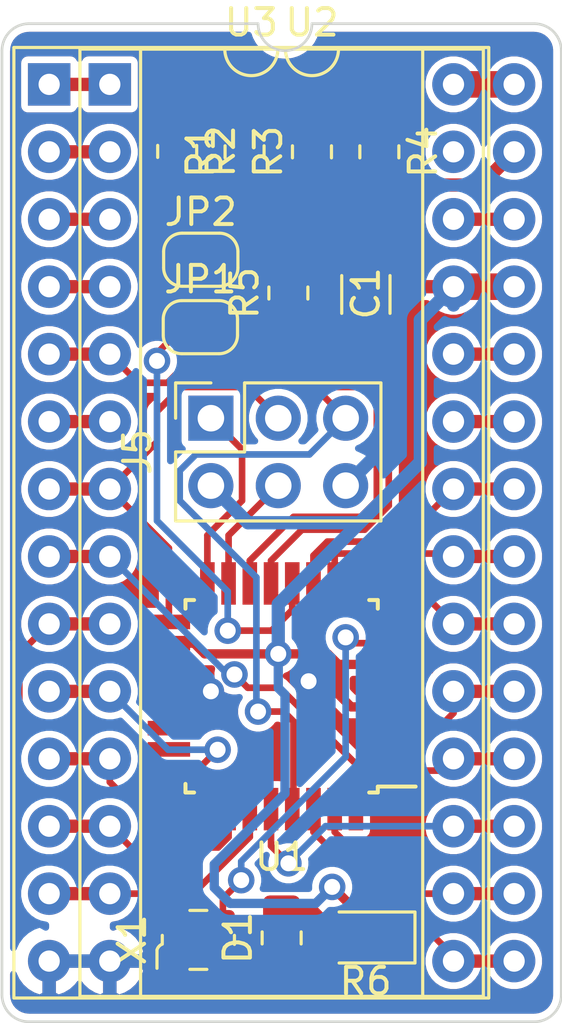
<source format=kicad_pcb>
(kicad_pcb (version 20171130) (host pcbnew 5.1.9+dfsg1-1)

  (general
    (thickness 1.6)
    (drawings 11)
    (tracks 241)
    (zones 0)
    (modules 15)
    (nets 43)
  )

  (page A4)
  (layers
    (0 F.Cu signal)
    (31 B.Cu signal)
    (32 B.Adhes user)
    (33 F.Adhes user)
    (34 B.Paste user)
    (35 F.Paste user)
    (36 B.SilkS user)
    (37 F.SilkS user)
    (38 B.Mask user)
    (39 F.Mask user)
    (40 Dwgs.User user)
    (41 Cmts.User user)
    (42 Eco1.User user)
    (43 Eco2.User user)
    (44 Edge.Cuts user)
    (45 Margin user)
    (46 B.CrtYd user)
    (47 F.CrtYd user)
    (48 B.Fab user)
    (49 F.Fab user)
  )

  (setup
    (last_trace_width 0.35)
    (user_trace_width 0.2)
    (user_trace_width 0.25)
    (user_trace_width 0.35)
    (user_trace_width 0.5)
    (user_trace_width 0.75)
    (user_trace_width 1)
    (trace_clearance 0.2)
    (zone_clearance 0.254)
    (zone_45_only no)
    (trace_min 0.2)
    (via_size 0.8)
    (via_drill 0.4)
    (via_min_size 0.4)
    (via_min_drill 0.3)
    (user_via 1 0.6)
    (uvia_size 0.3)
    (uvia_drill 0.1)
    (uvias_allowed no)
    (uvia_min_size 0.2)
    (uvia_min_drill 0.1)
    (edge_width 0.05)
    (segment_width 0.2)
    (pcb_text_width 0.3)
    (pcb_text_size 1.5 1.5)
    (mod_edge_width 0.12)
    (mod_text_size 1 1)
    (mod_text_width 0.15)
    (pad_size 1.524 1.524)
    (pad_drill 0.762)
    (pad_to_mask_clearance 0)
    (aux_axis_origin 0 0)
    (visible_elements FFFFFF7F)
    (pcbplotparams
      (layerselection 0x010fc_ffffffff)
      (usegerberextensions false)
      (usegerberattributes true)
      (usegerberadvancedattributes true)
      (creategerberjobfile true)
      (excludeedgelayer true)
      (linewidth 0.100000)
      (plotframeref false)
      (viasonmask false)
      (mode 1)
      (useauxorigin false)
      (hpglpennumber 1)
      (hpglpenspeed 20)
      (hpglpendiameter 15.000000)
      (psnegative false)
      (psa4output false)
      (plotreference true)
      (plotvalue true)
      (plotinvisibletext false)
      (padsonsilk false)
      (subtractmaskfromsilk false)
      (outputformat 1)
      (mirror false)
      (drillshape 1)
      (scaleselection 1)
      (outputdirectory ""))
  )

  (net 0 "")
  (net 1 /~CS~)
  (net 2 /D1)
  (net 3 /D0)
  (net 4 /~RES~)
  (net 5 /D2)
  (net 6 /A4)
  (net 7 /A3)
  (net 8 /A2)
  (net 9 /A1)
  (net 10 /A0)
  (net 11 "Net-(TP2-Pad1)")
  (net 12 GND)
  (net 13 "Net-(TP3-Pad1)")
  (net 14 "Net-(TP1-Pad1)")
  (net 15 VCC)
  (net 16 /R~W~)
  (net 17 /MISO)
  (net 18 /MOSI)
  (net 19 /AUD2)
  (net 20 /6581SEL)
  (net 21 /D7)
  (net 22 /D6)
  (net 23 /D5)
  (net 24 "Net-(U1-Pad8)")
  (net 25 "Net-(U1-Pad7)")
  (net 26 /D4)
  (net 27 /D3)
  (net 28 "Net-(D1-Pad2)")
  (net 29 "Net-(JP2-Pad1)")
  (net 30 "Net-(R1-Pad2)")
  (net 31 /AUD1)
  (net 32 /A_OUT)
  (net 33 VDD)
  (net 34 /EXT_IN)
  (net 35 /POTX)
  (net 36 /POTY)
  (net 37 /Φ2)
  (net 38 /CAP2B)
  (net 39 /CAP2A)
  (net 40 /CAP1B)
  (net 41 /CAP1A)
  (net 42 "Net-(U3-Pad27)")

  (net_class Default "This is the default net class."
    (clearance 0.2)
    (trace_width 0.25)
    (via_dia 0.8)
    (via_drill 0.4)
    (uvia_dia 0.3)
    (uvia_drill 0.1)
    (add_net /6581SEL)
    (add_net /A0)
    (add_net /A1)
    (add_net /A2)
    (add_net /A3)
    (add_net /A4)
    (add_net /AUD1)
    (add_net /AUD2)
    (add_net /A_OUT)
    (add_net /CAP1A)
    (add_net /CAP1B)
    (add_net /CAP2A)
    (add_net /CAP2B)
    (add_net /D0)
    (add_net /D1)
    (add_net /D2)
    (add_net /D3)
    (add_net /D4)
    (add_net /D5)
    (add_net /D6)
    (add_net /D7)
    (add_net /EXT_IN)
    (add_net /MISO)
    (add_net /MOSI)
    (add_net /POTX)
    (add_net /POTY)
    (add_net /R~W~)
    (add_net /~CS~)
    (add_net /~RES~)
    (add_net /Φ2)
    (add_net GND)
    (add_net "Net-(D1-Pad2)")
    (add_net "Net-(JP2-Pad1)")
    (add_net "Net-(R1-Pad2)")
    (add_net "Net-(TP1-Pad1)")
    (add_net "Net-(TP2-Pad1)")
    (add_net "Net-(TP3-Pad1)")
    (add_net "Net-(U1-Pad7)")
    (add_net "Net-(U1-Pad8)")
    (add_net "Net-(U3-Pad27)")
    (add_net VCC)
    (add_net VDD)
  )

  (module Package_DIP:DIP-28_W15.24mm_Socket (layer F.Cu) (tedit 5A02E8C5) (tstamp 6036C96C)
    (at 94.234 81.28)
    (descr "28-lead though-hole mounted DIP package, row spacing 15.24 mm (600 mils), Socket")
    (tags "THT DIP DIL PDIP 2.54mm 15.24mm 600mil Socket")
    (path /605850ED)
    (fp_text reference U3 (at 7.62 -2.33) (layer F.SilkS)
      (effects (font (size 1 1) (thickness 0.15)))
    )
    (fp_text value "6581 Socket" (at 7.62 35.35) (layer F.Fab) hide
      (effects (font (size 1 1) (thickness 0.15)))
    )
    (fp_line (start 16.8 -1.6) (end -1.55 -1.6) (layer F.CrtYd) (width 0.05))
    (fp_line (start 16.8 34.65) (end 16.8 -1.6) (layer F.CrtYd) (width 0.05))
    (fp_line (start -1.55 34.65) (end 16.8 34.65) (layer F.CrtYd) (width 0.05))
    (fp_line (start -1.55 -1.6) (end -1.55 34.65) (layer F.CrtYd) (width 0.05))
    (fp_line (start 16.57 -1.39) (end -1.33 -1.39) (layer F.SilkS) (width 0.12))
    (fp_line (start 16.57 34.41) (end 16.57 -1.39) (layer F.SilkS) (width 0.12))
    (fp_line (start -1.33 34.41) (end 16.57 34.41) (layer F.SilkS) (width 0.12))
    (fp_line (start -1.33 -1.39) (end -1.33 34.41) (layer F.SilkS) (width 0.12))
    (fp_line (start 14.08 -1.33) (end 8.62 -1.33) (layer F.SilkS) (width 0.12))
    (fp_line (start 14.08 34.35) (end 14.08 -1.33) (layer F.SilkS) (width 0.12))
    (fp_line (start 1.16 34.35) (end 14.08 34.35) (layer F.SilkS) (width 0.12))
    (fp_line (start 1.16 -1.33) (end 1.16 34.35) (layer F.SilkS) (width 0.12))
    (fp_line (start 6.62 -1.33) (end 1.16 -1.33) (layer F.SilkS) (width 0.12))
    (fp_line (start 16.51 -1.33) (end -1.27 -1.33) (layer F.Fab) (width 0.1))
    (fp_line (start 16.51 34.35) (end 16.51 -1.33) (layer F.Fab) (width 0.1))
    (fp_line (start -1.27 34.35) (end 16.51 34.35) (layer F.Fab) (width 0.1))
    (fp_line (start -1.27 -1.33) (end -1.27 34.35) (layer F.Fab) (width 0.1))
    (fp_line (start 0.255 -0.27) (end 1.255 -1.27) (layer F.Fab) (width 0.1))
    (fp_line (start 0.255 34.29) (end 0.255 -0.27) (layer F.Fab) (width 0.1))
    (fp_line (start 14.985 34.29) (end 0.255 34.29) (layer F.Fab) (width 0.1))
    (fp_line (start 14.985 -1.27) (end 14.985 34.29) (layer F.Fab) (width 0.1))
    (fp_line (start 1.255 -1.27) (end 14.985 -1.27) (layer F.Fab) (width 0.1))
    (fp_text user %R (at 7.62 16.51) (layer F.Fab) hide
      (effects (font (size 1 1) (thickness 0.15)))
    )
    (fp_arc (start 7.62 -1.33) (end 6.62 -1.33) (angle -180) (layer F.SilkS) (width 0.12))
    (pad 28 thru_hole oval (at 15.24 0) (size 1.6 1.6) (drill 0.8) (layers *.Cu *.Mask)
      (net 33 VDD))
    (pad 14 thru_hole oval (at 0 33.02) (size 1.6 1.6) (drill 0.8) (layers *.Cu *.Mask)
      (net 12 GND))
    (pad 27 thru_hole oval (at 15.24 2.54) (size 1.6 1.6) (drill 0.8) (layers *.Cu *.Mask)
      (net 42 "Net-(U3-Pad27)"))
    (pad 13 thru_hole oval (at 0 30.48) (size 1.6 1.6) (drill 0.8) (layers *.Cu *.Mask)
      (net 6 /A4))
    (pad 26 thru_hole oval (at 15.24 5.08) (size 1.6 1.6) (drill 0.8) (layers *.Cu *.Mask)
      (net 34 /EXT_IN))
    (pad 12 thru_hole oval (at 0 27.94) (size 1.6 1.6) (drill 0.8) (layers *.Cu *.Mask)
      (net 7 /A3))
    (pad 25 thru_hole oval (at 15.24 7.62) (size 1.6 1.6) (drill 0.8) (layers *.Cu *.Mask)
      (net 15 VCC))
    (pad 11 thru_hole oval (at 0 25.4) (size 1.6 1.6) (drill 0.8) (layers *.Cu *.Mask)
      (net 8 /A2))
    (pad 24 thru_hole oval (at 15.24 10.16) (size 1.6 1.6) (drill 0.8) (layers *.Cu *.Mask)
      (net 35 /POTX))
    (pad 10 thru_hole oval (at 0 22.86) (size 1.6 1.6) (drill 0.8) (layers *.Cu *.Mask)
      (net 9 /A1))
    (pad 23 thru_hole oval (at 15.24 12.7) (size 1.6 1.6) (drill 0.8) (layers *.Cu *.Mask)
      (net 36 /POTY))
    (pad 9 thru_hole oval (at 0 20.32) (size 1.6 1.6) (drill 0.8) (layers *.Cu *.Mask)
      (net 10 /A0))
    (pad 22 thru_hole oval (at 15.24 15.24) (size 1.6 1.6) (drill 0.8) (layers *.Cu *.Mask)
      (net 21 /D7))
    (pad 8 thru_hole oval (at 0 17.78) (size 1.6 1.6) (drill 0.8) (layers *.Cu *.Mask)
      (net 1 /~CS~))
    (pad 21 thru_hole oval (at 15.24 17.78) (size 1.6 1.6) (drill 0.8) (layers *.Cu *.Mask)
      (net 22 /D6))
    (pad 7 thru_hole oval (at 0 15.24) (size 1.6 1.6) (drill 0.8) (layers *.Cu *.Mask)
      (net 16 /R~W~))
    (pad 20 thru_hole oval (at 15.24 20.32) (size 1.6 1.6) (drill 0.8) (layers *.Cu *.Mask)
      (net 23 /D5))
    (pad 6 thru_hole oval (at 0 12.7) (size 1.6 1.6) (drill 0.8) (layers *.Cu *.Mask)
      (net 37 /Φ2))
    (pad 19 thru_hole oval (at 15.24 22.86) (size 1.6 1.6) (drill 0.8) (layers *.Cu *.Mask)
      (net 26 /D4))
    (pad 5 thru_hole oval (at 0 10.16) (size 1.6 1.6) (drill 0.8) (layers *.Cu *.Mask)
      (net 4 /~RES~))
    (pad 18 thru_hole oval (at 15.24 25.4) (size 1.6 1.6) (drill 0.8) (layers *.Cu *.Mask)
      (net 27 /D3))
    (pad 4 thru_hole oval (at 0 7.62) (size 1.6 1.6) (drill 0.8) (layers *.Cu *.Mask)
      (net 38 /CAP2B))
    (pad 17 thru_hole oval (at 15.24 27.94) (size 1.6 1.6) (drill 0.8) (layers *.Cu *.Mask)
      (net 5 /D2))
    (pad 3 thru_hole oval (at 0 5.08) (size 1.6 1.6) (drill 0.8) (layers *.Cu *.Mask)
      (net 39 /CAP2A))
    (pad 16 thru_hole oval (at 15.24 30.48) (size 1.6 1.6) (drill 0.8) (layers *.Cu *.Mask)
      (net 2 /D1))
    (pad 2 thru_hole oval (at 0 2.54) (size 1.6 1.6) (drill 0.8) (layers *.Cu *.Mask)
      (net 40 /CAP1B))
    (pad 15 thru_hole oval (at 15.24 33.02) (size 1.6 1.6) (drill 0.8) (layers *.Cu *.Mask)
      (net 3 /D0))
    (pad 1 thru_hole rect (at 0 0) (size 1.6 1.6) (drill 0.8) (layers *.Cu *.Mask)
      (net 41 /CAP1A))
    (model ${KISYS3DMOD}/Package_DIP.3dshapes/DIP-28_W15.24mm_Socket.wrl
      (at (xyz 0 0 0))
      (scale (xyz 1 1 1))
      (rotate (xyz 0 0 0))
    )
  )

  (module Oscillator:Oscillator_SMD_ECS_2520MV-xxx-xx-4Pin_2.5x2.0mm (layer F.Cu) (tedit 5C2B7AE4) (tstamp 6036F838)
    (at 99.858 113.501 90)
    (descr "Miniature Crystal Clock Oscillator ECS 2520MV series, https://www.ecsxtal.com/store/pdf/ECS-2520MV.pdf")
    (tags "Miniature Crystal Clock Oscillator ECS 2520MV series SMD SMT HCMOS")
    (path /6036421B)
    (attr smd)
    (fp_text reference X1 (at 0 -2.5 90) (layer F.SilkS)
      (effects (font (size 1 1) (thickness 0.15)))
    )
    (fp_text value ECS-3225MV (at 0 2.5 90) (layer F.Fab) hide
      (effects (font (size 1 1) (thickness 0.15)))
    )
    (fp_line (start -1.38 -1.63) (end 1.38 -1.63) (layer F.CrtYd) (width 0.05))
    (fp_line (start -1.38 -1.63) (end -1.38 1.63) (layer F.CrtYd) (width 0.05))
    (fp_line (start -1.38 1.63) (end 1.38 1.63) (layer F.CrtYd) (width 0.05))
    (fp_line (start 1.38 -1.63) (end 1.38 1.63) (layer F.CrtYd) (width 0.05))
    (fp_line (start -0.38 -1.56) (end -1.07 -1.56) (layer F.SilkS) (width 0.12))
    (fp_line (start -1.11 0.32) (end -1.11 -0.32) (layer F.SilkS) (width 0.12))
    (fp_line (start 1.11 0.32) (end 1.11 -0.32) (layer F.SilkS) (width 0.12))
    (fp_line (start -0.16 -1.36) (end 0.17 -1.36) (layer F.SilkS) (width 0.12))
    (fp_line (start -0.17 1.36) (end 0.17 1.36) (layer F.SilkS) (width 0.12))
    (fp_line (start -1 -0.75) (end -0.5 -1.25) (layer F.Fab) (width 0.1))
    (fp_line (start -1 1.25) (end 1 1.25) (layer F.Fab) (width 0.1))
    (fp_line (start -0.5 -1.25) (end 1 -1.25) (layer F.Fab) (width 0.1))
    (fp_line (start 1 -1.25) (end 1 1.25) (layer F.Fab) (width 0.1))
    (fp_line (start -1 -0.75) (end -1 1.25) (layer F.Fab) (width 0.1))
    (fp_arc (start -0.47 -1.24) (end -0.16 -1.36) (angle -53.13010235) (layer F.SilkS) (width 0.12))
    (fp_text user %R (at 0 0) (layer F.Fab) hide
      (effects (font (size 0.5 0.5) (thickness 0.075)))
    )
    (pad 3 smd roundrect (at 0.725 0.925 90) (size 0.8 0.9) (layers F.Cu F.Paste F.Mask) (roundrect_rratio 0.25)
      (net 25 "Net-(U1-Pad7)"))
    (pad 2 smd roundrect (at -0.725 0.925 90) (size 0.8 0.9) (layers F.Cu F.Paste F.Mask) (roundrect_rratio 0.25)
      (net 12 GND))
    (pad 4 smd roundrect (at 0.725 -0.925 90) (size 0.8 0.9) (layers F.Cu F.Paste F.Mask) (roundrect_rratio 0.25)
      (net 15 VCC))
    (pad 1 smd roundrect (at -0.725 -0.925 90) (size 0.8 0.9) (layers F.Cu F.Paste F.Mask) (roundrect_rratio 0.25)
      (net 15 VCC))
    (model ${KISYS3DMOD}/Oscillator.3dshapes/Oscillator_SMD_ECS_2520MV-xxx-xx-4Pin_2.5x2.0mm.wrl
      (at (xyz 0 0 0))
      (scale (xyz 1 1 1))
      (rotate (xyz 0 0 0))
    )
  )

  (module Package_QFP:TQFP-32_7x7mm_P0.8mm (layer F.Cu) (tedit 5A02F146) (tstamp 6036BF23)
    (at 102.997 104.326 180)
    (descr "32-Lead Plastic Thin Quad Flatpack (PT) - 7x7x1.0 mm Body, 2.00 mm [TQFP] (see Microchip Packaging Specification 00000049BS.pdf)")
    (tags "QFP 0.8")
    (path /6036174E)
    (attr smd)
    (fp_text reference U1 (at 0 -6.05) (layer F.SilkS)
      (effects (font (size 1 1) (thickness 0.15)))
    )
    (fp_text value ATmega88PA-AU (at 0 6.05) (layer F.Fab) hide
      (effects (font (size 1 1) (thickness 0.15)))
    )
    (fp_line (start -3.625 -3.4) (end -5.05 -3.4) (layer F.SilkS) (width 0.15))
    (fp_line (start 3.625 -3.625) (end 3.3 -3.625) (layer F.SilkS) (width 0.15))
    (fp_line (start 3.625 3.625) (end 3.3 3.625) (layer F.SilkS) (width 0.15))
    (fp_line (start -3.625 3.625) (end -3.3 3.625) (layer F.SilkS) (width 0.15))
    (fp_line (start -3.625 -3.625) (end -3.3 -3.625) (layer F.SilkS) (width 0.15))
    (fp_line (start -3.625 3.625) (end -3.625 3.3) (layer F.SilkS) (width 0.15))
    (fp_line (start 3.625 3.625) (end 3.625 3.3) (layer F.SilkS) (width 0.15))
    (fp_line (start 3.625 -3.625) (end 3.625 -3.3) (layer F.SilkS) (width 0.15))
    (fp_line (start -3.625 -3.625) (end -3.625 -3.4) (layer F.SilkS) (width 0.15))
    (fp_line (start -5.3 5.3) (end 5.3 5.3) (layer F.CrtYd) (width 0.05))
    (fp_line (start -5.3 -5.3) (end 5.3 -5.3) (layer F.CrtYd) (width 0.05))
    (fp_line (start 5.3 -5.3) (end 5.3 5.3) (layer F.CrtYd) (width 0.05))
    (fp_line (start -5.3 -5.3) (end -5.3 5.3) (layer F.CrtYd) (width 0.05))
    (fp_line (start -3.5 -2.5) (end -2.5 -3.5) (layer F.Fab) (width 0.15))
    (fp_line (start -3.5 3.5) (end -3.5 -2.5) (layer F.Fab) (width 0.15))
    (fp_line (start 3.5 3.5) (end -3.5 3.5) (layer F.Fab) (width 0.15))
    (fp_line (start 3.5 -3.5) (end 3.5 3.5) (layer F.Fab) (width 0.15))
    (fp_line (start -2.5 -3.5) (end 3.5 -3.5) (layer F.Fab) (width 0.15))
    (fp_text user %R (at 0 0) (layer F.Fab) hide
      (effects (font (size 1 1) (thickness 0.15)))
    )
    (pad 32 smd rect (at -2.8 -4.25 270) (size 1.6 0.55) (layers F.Cu F.Paste F.Mask)
      (net 1 /~CS~))
    (pad 31 smd rect (at -2 -4.25 270) (size 1.6 0.55) (layers F.Cu F.Paste F.Mask)
      (net 2 /D1))
    (pad 30 smd rect (at -1.2 -4.25 270) (size 1.6 0.55) (layers F.Cu F.Paste F.Mask)
      (net 3 /D0))
    (pad 29 smd rect (at -0.4 -4.25 270) (size 1.6 0.55) (layers F.Cu F.Paste F.Mask)
      (net 4 /~RES~))
    (pad 28 smd rect (at 0.4 -4.25 270) (size 1.6 0.55) (layers F.Cu F.Paste F.Mask)
      (net 5 /D2))
    (pad 27 smd rect (at 1.2 -4.25 270) (size 1.6 0.55) (layers F.Cu F.Paste F.Mask)
      (net 6 /A4))
    (pad 26 smd rect (at 2 -4.25 270) (size 1.6 0.55) (layers F.Cu F.Paste F.Mask)
      (net 7 /A3))
    (pad 25 smd rect (at 2.8 -4.25 270) (size 1.6 0.55) (layers F.Cu F.Paste F.Mask)
      (net 8 /A2))
    (pad 24 smd rect (at 4.25 -2.8 180) (size 1.6 0.55) (layers F.Cu F.Paste F.Mask)
      (net 9 /A1))
    (pad 23 smd rect (at 4.25 -2 180) (size 1.6 0.55) (layers F.Cu F.Paste F.Mask)
      (net 10 /A0))
    (pad 22 smd rect (at 4.25 -1.2 180) (size 1.6 0.55) (layers F.Cu F.Paste F.Mask)
      (net 11 "Net-(TP2-Pad1)"))
    (pad 21 smd rect (at 4.25 -0.4 180) (size 1.6 0.55) (layers F.Cu F.Paste F.Mask)
      (net 12 GND))
    (pad 20 smd rect (at 4.25 0.4 180) (size 1.6 0.55) (layers F.Cu F.Paste F.Mask)
      (net 13 "Net-(TP3-Pad1)"))
    (pad 19 smd rect (at 4.25 1.2 180) (size 1.6 0.55) (layers F.Cu F.Paste F.Mask)
      (net 14 "Net-(TP1-Pad1)"))
    (pad 18 smd rect (at 4.25 2 180) (size 1.6 0.55) (layers F.Cu F.Paste F.Mask)
      (net 15 VCC))
    (pad 17 smd rect (at 4.25 2.8 180) (size 1.6 0.55) (layers F.Cu F.Paste F.Mask)
      (net 16 /R~W~))
    (pad 16 smd rect (at 2.8 4.25 270) (size 1.6 0.55) (layers F.Cu F.Paste F.Mask)
      (net 17 /MISO))
    (pad 15 smd rect (at 2 4.25 270) (size 1.6 0.55) (layers F.Cu F.Paste F.Mask)
      (net 18 /MOSI))
    (pad 14 smd rect (at 1.2 4.25 270) (size 1.6 0.55) (layers F.Cu F.Paste F.Mask)
      (net 19 /AUD2))
    (pad 13 smd rect (at 0.4 4.25 270) (size 1.6 0.55) (layers F.Cu F.Paste F.Mask)
      (net 31 /AUD1))
    (pad 12 smd rect (at -0.4 4.25 270) (size 1.6 0.55) (layers F.Cu F.Paste F.Mask)
      (net 20 /6581SEL))
    (pad 11 smd rect (at -1.2 4.25 270) (size 1.6 0.55) (layers F.Cu F.Paste F.Mask)
      (net 21 /D7))
    (pad 10 smd rect (at -2 4.25 270) (size 1.6 0.55) (layers F.Cu F.Paste F.Mask)
      (net 22 /D6))
    (pad 9 smd rect (at -2.8 4.25 270) (size 1.6 0.55) (layers F.Cu F.Paste F.Mask)
      (net 23 /D5))
    (pad 8 smd rect (at -4.25 2.8 180) (size 1.6 0.55) (layers F.Cu F.Paste F.Mask)
      (net 24 "Net-(U1-Pad8)"))
    (pad 7 smd rect (at -4.25 2 180) (size 1.6 0.55) (layers F.Cu F.Paste F.Mask)
      (net 25 "Net-(U1-Pad7)"))
    (pad 6 smd rect (at -4.25 1.2 180) (size 1.6 0.55) (layers F.Cu F.Paste F.Mask)
      (net 15 VCC))
    (pad 5 smd rect (at -4.25 0.4 180) (size 1.6 0.55) (layers F.Cu F.Paste F.Mask)
      (net 12 GND))
    (pad 4 smd rect (at -4.25 -0.4 180) (size 1.6 0.55) (layers F.Cu F.Paste F.Mask)
      (net 15 VCC))
    (pad 3 smd rect (at -4.25 -1.2 180) (size 1.6 0.55) (layers F.Cu F.Paste F.Mask)
      (net 12 GND))
    (pad 2 smd rect (at -4.25 -2 180) (size 1.6 0.55) (layers F.Cu F.Paste F.Mask)
      (net 26 /D4))
    (pad 1 smd rect (at -4.25 -2.8 180) (size 1.6 0.55) (layers F.Cu F.Paste F.Mask)
      (net 27 /D3))
    (model ${KISYS3DMOD}/Package_QFP.3dshapes/TQFP-32_7x7mm_P0.8mm.wrl
      (at (xyz 0 0 0))
      (scale (xyz 1 1 1))
      (rotate (xyz 0 0 0))
    )
  )

  (module Resistor_SMD:R_0805_2012Metric_Pad1.20x1.40mm_HandSolder (layer F.Cu) (tedit 5F68FEEE) (tstamp 60369C15)
    (at 102.997 113.427 90)
    (descr "Resistor SMD 0805 (2012 Metric), square (rectangular) end terminal, IPC_7351 nominal with elongated pad for handsoldering. (Body size source: IPC-SM-782 page 72, https://www.pcb-3d.com/wordpress/wp-content/uploads/ipc-sm-782a_amendment_1_and_2.pdf), generated with kicad-footprint-generator")
    (tags "resistor handsolder")
    (path /60366665)
    (attr smd)
    (fp_text reference D1 (at 0 -1.65 90) (layer F.SilkS)
      (effects (font (size 1 1) (thickness 0.15)))
    )
    (fp_text value Yellow (at 0 1.65 90) (layer F.Fab) hide
      (effects (font (size 1 1) (thickness 0.15)))
    )
    (fp_line (start -1 0.625) (end -1 -0.625) (layer F.Fab) (width 0.1))
    (fp_line (start -1 -0.625) (end 1 -0.625) (layer F.Fab) (width 0.1))
    (fp_line (start 1 -0.625) (end 1 0.625) (layer F.Fab) (width 0.1))
    (fp_line (start 1 0.625) (end -1 0.625) (layer F.Fab) (width 0.1))
    (fp_line (start -0.227064 -0.735) (end 0.227064 -0.735) (layer F.SilkS) (width 0.12))
    (fp_line (start -0.227064 0.735) (end 0.227064 0.735) (layer F.SilkS) (width 0.12))
    (fp_line (start -1.85 0.95) (end -1.85 -0.95) (layer F.CrtYd) (width 0.05))
    (fp_line (start -1.85 -0.95) (end 1.85 -0.95) (layer F.CrtYd) (width 0.05))
    (fp_line (start 1.85 -0.95) (end 1.85 0.95) (layer F.CrtYd) (width 0.05))
    (fp_line (start 1.85 0.95) (end -1.85 0.95) (layer F.CrtYd) (width 0.05))
    (fp_text user %R (at 0 0 90) (layer F.Fab) hide
      (effects (font (size 0.5 0.5) (thickness 0.08)))
    )
    (pad 1 smd roundrect (at -1 0 90) (size 1.2 1.4) (layers F.Cu F.Paste F.Mask) (roundrect_rratio 0.208333)
      (net 12 GND))
    (pad 2 smd roundrect (at 1 0 90) (size 1.2 1.4) (layers F.Cu F.Paste F.Mask) (roundrect_rratio 0.208333)
      (net 28 "Net-(D1-Pad2)"))
    (model ${KISYS3DMOD}/Resistor_SMD.3dshapes/R_0805_2012Metric.wrl
      (at (xyz 0 0 0))
      (scale (xyz 1 1 1))
      (rotate (xyz 0 0 0))
    )
  )

  (module Jumper:SolderJumper-2_P1.3mm_Bridged_RoundedPad1.0x1.5mm (layer F.Cu) (tedit 5C745284) (tstamp 60369837)
    (at 99.949 87.884)
    (descr "SMD Solder Jumper, 1x1.5mm, rounded Pads, 0.3mm gap, bridged with 1 copper strip")
    (tags "solder jumper open")
    (path /604E7820)
    (attr virtual)
    (fp_text reference JP2 (at 0 -1.8) (layer F.SilkS)
      (effects (font (size 1 1) (thickness 0.15)))
    )
    (fp_text value OutputVoltage (at 0 1.9) (layer F.Fab) hide
      (effects (font (size 1 1) (thickness 0.15)))
    )
    (fp_line (start -1.4 0.3) (end -1.4 -0.3) (layer F.SilkS) (width 0.12))
    (fp_line (start 0.7 1) (end -0.7 1) (layer F.SilkS) (width 0.12))
    (fp_line (start 1.4 -0.3) (end 1.4 0.3) (layer F.SilkS) (width 0.12))
    (fp_line (start -0.7 -1) (end 0.7 -1) (layer F.SilkS) (width 0.12))
    (fp_line (start -1.65 -1.25) (end 1.65 -1.25) (layer F.CrtYd) (width 0.05))
    (fp_line (start -1.65 -1.25) (end -1.65 1.25) (layer F.CrtYd) (width 0.05))
    (fp_line (start 1.65 1.25) (end 1.65 -1.25) (layer F.CrtYd) (width 0.05))
    (fp_line (start 1.65 1.25) (end -1.65 1.25) (layer F.CrtYd) (width 0.05))
    (fp_poly (pts (xy 0.25 -0.3) (xy -0.25 -0.3) (xy -0.25 0.3) (xy 0.25 0.3)) (layer F.Cu) (width 0))
    (fp_arc (start 0.7 -0.3) (end 1.4 -0.3) (angle -90) (layer F.SilkS) (width 0.12))
    (fp_arc (start 0.7 0.3) (end 0.7 1) (angle -90) (layer F.SilkS) (width 0.12))
    (fp_arc (start -0.7 0.3) (end -1.4 0.3) (angle -90) (layer F.SilkS) (width 0.12))
    (fp_arc (start -0.7 -0.3) (end -0.7 -1) (angle -90) (layer F.SilkS) (width 0.12))
    (pad 2 smd custom (at 0.65 0) (size 1 0.5) (layers F.Cu F.Mask)
      (net 12 GND) (zone_connect 2)
      (options (clearance outline) (anchor rect))
      (primitives
        (gr_circle (center 0 0.25) (end 0.5 0.25) (width 0))
        (gr_circle (center 0 -0.25) (end 0.5 -0.25) (width 0))
        (gr_poly (pts
           (xy 0 -0.75) (xy -0.5 -0.75) (xy -0.5 0.75) (xy 0 0.75)) (width 0))
      ))
    (pad 1 smd custom (at -0.65 0) (size 1 0.5) (layers F.Cu F.Mask)
      (net 29 "Net-(JP2-Pad1)") (zone_connect 2)
      (options (clearance outline) (anchor rect))
      (primitives
        (gr_circle (center 0 0.25) (end 0.5 0.25) (width 0))
        (gr_circle (center 0 -0.25) (end 0.5 -0.25) (width 0))
        (gr_poly (pts
           (xy 0 -0.75) (xy 0.5 -0.75) (xy 0.5 0.75) (xy 0 0.75)) (width 0))
      ))
  )

  (module Connector_PinSocket_2.54mm:PinSocket_2x03_P2.54mm_Vertical (layer F.Cu) (tedit 5A19A425) (tstamp 603694E3)
    (at 100.33 93.853 90)
    (descr "Through hole straight socket strip, 2x03, 2.54mm pitch, double cols (from Kicad 4.0.7), script generated")
    (tags "Through hole socket strip THT 2x03 2.54mm double row")
    (path /603679C8)
    (fp_text reference J5 (at -1.27 -2.77 90) (layer F.SilkS)
      (effects (font (size 1 1) (thickness 0.15)))
    )
    (fp_text value 6PinConnector (at -1.27 7.85 90) (layer F.Fab) hide
      (effects (font (size 1 1) (thickness 0.15)))
    )
    (fp_line (start -4.34 6.85) (end -4.34 -1.8) (layer F.CrtYd) (width 0.05))
    (fp_line (start 1.76 6.85) (end -4.34 6.85) (layer F.CrtYd) (width 0.05))
    (fp_line (start 1.76 -1.8) (end 1.76 6.85) (layer F.CrtYd) (width 0.05))
    (fp_line (start -4.34 -1.8) (end 1.76 -1.8) (layer F.CrtYd) (width 0.05))
    (fp_line (start 0 -1.33) (end 1.33 -1.33) (layer F.SilkS) (width 0.12))
    (fp_line (start 1.33 -1.33) (end 1.33 0) (layer F.SilkS) (width 0.12))
    (fp_line (start -1.27 -1.33) (end -1.27 1.27) (layer F.SilkS) (width 0.12))
    (fp_line (start -1.27 1.27) (end 1.33 1.27) (layer F.SilkS) (width 0.12))
    (fp_line (start 1.33 1.27) (end 1.33 6.41) (layer F.SilkS) (width 0.12))
    (fp_line (start -3.87 6.41) (end 1.33 6.41) (layer F.SilkS) (width 0.12))
    (fp_line (start -3.87 -1.33) (end -3.87 6.41) (layer F.SilkS) (width 0.12))
    (fp_line (start -3.87 -1.33) (end -1.27 -1.33) (layer F.SilkS) (width 0.12))
    (fp_line (start -3.81 6.35) (end -3.81 -1.27) (layer F.Fab) (width 0.1))
    (fp_line (start 1.27 6.35) (end -3.81 6.35) (layer F.Fab) (width 0.1))
    (fp_line (start 1.27 -0.27) (end 1.27 6.35) (layer F.Fab) (width 0.1))
    (fp_line (start 0.27 -1.27) (end 1.27 -0.27) (layer F.Fab) (width 0.1))
    (fp_line (start -3.81 -1.27) (end 0.27 -1.27) (layer F.Fab) (width 0.1))
    (fp_text user %R (at -1.27 2.54) (layer F.Fab) hide
      (effects (font (size 1 1) (thickness 0.15)))
    )
    (pad 6 thru_hole oval (at -2.54 5.08 90) (size 1.7 1.7) (drill 1) (layers *.Cu *.Mask)
      (net 12 GND))
    (pad 5 thru_hole oval (at 0 5.08 90) (size 1.7 1.7) (drill 1) (layers *.Cu *.Mask)
      (net 4 /~RES~))
    (pad 4 thru_hole oval (at -2.54 2.54 90) (size 1.7 1.7) (drill 1) (layers *.Cu *.Mask)
      (net 18 /MOSI))
    (pad 3 thru_hole oval (at 0 2.54 90) (size 1.7 1.7) (drill 1) (layers *.Cu *.Mask)
      (net 16 /R~W~))
    (pad 2 thru_hole oval (at -2.54 0 90) (size 1.7 1.7) (drill 1) (layers *.Cu *.Mask)
      (net 15 VCC))
    (pad 1 thru_hole rect (at 0 0 90) (size 1.7 1.7) (drill 1) (layers *.Cu *.Mask)
      (net 17 /MISO))
    (model ${KISYS3DMOD}/Connector_PinSocket_2.54mm.3dshapes/PinSocket_2x03_P2.54mm_Vertical.wrl
      (at (xyz 0 0 0))
      (scale (xyz 1 1 1))
      (rotate (xyz 0 0 0))
    )
  )

  (module Resistor_SMD:R_0805_2012Metric_Pad1.20x1.40mm_HandSolder (layer F.Cu) (tedit 5F68FEEE) (tstamp 60365F7C)
    (at 103.251 89.138 90)
    (descr "Resistor SMD 0805 (2012 Metric), square (rectangular) end terminal, IPC_7351 nominal with elongated pad for handsoldering. (Body size source: IPC-SM-782 page 72, https://www.pcb-3d.com/wordpress/wp-content/uploads/ipc-sm-782a_amendment_1_and_2.pdf), generated with kicad-footprint-generator")
    (tags "resistor handsolder")
    (path /604D87C0)
    (attr smd)
    (fp_text reference R5 (at 0 -1.65 90) (layer F.SilkS)
      (effects (font (size 1 1) (thickness 0.15)))
    )
    (fp_text value 4.7k (at 0 1.65 90) (layer F.Fab) hide
      (effects (font (size 1 1) (thickness 0.15)))
    )
    (fp_line (start -1 0.625) (end -1 -0.625) (layer F.Fab) (width 0.1))
    (fp_line (start -1 -0.625) (end 1 -0.625) (layer F.Fab) (width 0.1))
    (fp_line (start 1 -0.625) (end 1 0.625) (layer F.Fab) (width 0.1))
    (fp_line (start 1 0.625) (end -1 0.625) (layer F.Fab) (width 0.1))
    (fp_line (start -0.227064 -0.735) (end 0.227064 -0.735) (layer F.SilkS) (width 0.12))
    (fp_line (start -0.227064 0.735) (end 0.227064 0.735) (layer F.SilkS) (width 0.12))
    (fp_line (start -1.85 0.95) (end -1.85 -0.95) (layer F.CrtYd) (width 0.05))
    (fp_line (start -1.85 -0.95) (end 1.85 -0.95) (layer F.CrtYd) (width 0.05))
    (fp_line (start 1.85 -0.95) (end 1.85 0.95) (layer F.CrtYd) (width 0.05))
    (fp_line (start 1.85 0.95) (end -1.85 0.95) (layer F.CrtYd) (width 0.05))
    (fp_text user %R (at 0 0 90) (layer F.Fab) hide
      (effects (font (size 0.5 0.5) (thickness 0.08)))
    )
    (pad 1 smd roundrect (at -1 0 90) (size 1.2 1.4) (layers F.Cu F.Paste F.Mask) (roundrect_rratio 0.208333)
      (net 15 VCC))
    (pad 2 smd roundrect (at 1 0 90) (size 1.2 1.4) (layers F.Cu F.Paste F.Mask) (roundrect_rratio 0.208333)
      (net 32 /A_OUT))
    (model ${KISYS3DMOD}/Resistor_SMD.3dshapes/R_0805_2012Metric.wrl
      (at (xyz 0 0 0))
      (scale (xyz 1 1 1))
      (rotate (xyz 0 0 0))
    )
  )

  (module Resistor_SMD:R_0805_2012Metric_Pad1.20x1.40mm_HandSolder (layer F.Cu) (tedit 5F68FEEE) (tstamp 60365DC5)
    (at 106.68 83.82 270)
    (descr "Resistor SMD 0805 (2012 Metric), square (rectangular) end terminal, IPC_7351 nominal with elongated pad for handsoldering. (Body size source: IPC-SM-782 page 72, https://www.pcb-3d.com/wordpress/wp-content/uploads/ipc-sm-782a_amendment_1_and_2.pdf), generated with kicad-footprint-generator")
    (tags "resistor handsolder")
    (path /604CF846)
    (attr smd)
    (fp_text reference R4 (at 0 -1.65 90) (layer F.SilkS)
      (effects (font (size 1 1) (thickness 0.15)))
    )
    (fp_text value 2.2k (at 0 1.65 90) (layer F.Fab) hide
      (effects (font (size 1 1) (thickness 0.15)))
    )
    (fp_line (start -1 0.625) (end -1 -0.625) (layer F.Fab) (width 0.1))
    (fp_line (start -1 -0.625) (end 1 -0.625) (layer F.Fab) (width 0.1))
    (fp_line (start 1 -0.625) (end 1 0.625) (layer F.Fab) (width 0.1))
    (fp_line (start 1 0.625) (end -1 0.625) (layer F.Fab) (width 0.1))
    (fp_line (start -0.227064 -0.735) (end 0.227064 -0.735) (layer F.SilkS) (width 0.12))
    (fp_line (start -0.227064 0.735) (end 0.227064 0.735) (layer F.SilkS) (width 0.12))
    (fp_line (start -1.85 0.95) (end -1.85 -0.95) (layer F.CrtYd) (width 0.05))
    (fp_line (start -1.85 -0.95) (end 1.85 -0.95) (layer F.CrtYd) (width 0.05))
    (fp_line (start 1.85 -0.95) (end 1.85 0.95) (layer F.CrtYd) (width 0.05))
    (fp_line (start 1.85 0.95) (end -1.85 0.95) (layer F.CrtYd) (width 0.05))
    (fp_text user %R (at 0 0 90) (layer F.Fab) hide
      (effects (font (size 0.5 0.5) (thickness 0.08)))
    )
    (pad 1 smd roundrect (at -1 0 270) (size 1.2 1.4) (layers F.Cu F.Paste F.Mask) (roundrect_rratio 0.208333)
      (net 30 "Net-(R1-Pad2)"))
    (pad 2 smd roundrect (at 1 0 270) (size 1.2 1.4) (layers F.Cu F.Paste F.Mask) (roundrect_rratio 0.208333)
      (net 32 /A_OUT))
    (model ${KISYS3DMOD}/Resistor_SMD.3dshapes/R_0805_2012Metric.wrl
      (at (xyz 0 0 0))
      (scale (xyz 1 1 1))
      (rotate (xyz 0 0 0))
    )
  )

  (module Resistor_SMD:R_0805_2012Metric_Pad1.20x1.40mm_HandSolder (layer F.Cu) (tedit 5F68FEEE) (tstamp 60365DA5)
    (at 104.14 83.82 90)
    (descr "Resistor SMD 0805 (2012 Metric), square (rectangular) end terminal, IPC_7351 nominal with elongated pad for handsoldering. (Body size source: IPC-SM-782 page 72, https://www.pcb-3d.com/wordpress/wp-content/uploads/ipc-sm-782a_amendment_1_and_2.pdf), generated with kicad-footprint-generator")
    (tags "resistor handsolder")
    (path /604D8B6F)
    (attr smd)
    (fp_text reference R3 (at 0 -1.65 90) (layer F.SilkS)
      (effects (font (size 1 1) (thickness 0.15)))
    )
    (fp_text value 1k (at 0 1.65 90) (layer F.Fab) hide
      (effects (font (size 1 1) (thickness 0.15)))
    )
    (fp_line (start 1.85 0.95) (end -1.85 0.95) (layer F.CrtYd) (width 0.05))
    (fp_line (start 1.85 -0.95) (end 1.85 0.95) (layer F.CrtYd) (width 0.05))
    (fp_line (start -1.85 -0.95) (end 1.85 -0.95) (layer F.CrtYd) (width 0.05))
    (fp_line (start -1.85 0.95) (end -1.85 -0.95) (layer F.CrtYd) (width 0.05))
    (fp_line (start -0.227064 0.735) (end 0.227064 0.735) (layer F.SilkS) (width 0.12))
    (fp_line (start -0.227064 -0.735) (end 0.227064 -0.735) (layer F.SilkS) (width 0.12))
    (fp_line (start 1 0.625) (end -1 0.625) (layer F.Fab) (width 0.1))
    (fp_line (start 1 -0.625) (end 1 0.625) (layer F.Fab) (width 0.1))
    (fp_line (start -1 -0.625) (end 1 -0.625) (layer F.Fab) (width 0.1))
    (fp_line (start -1 0.625) (end -1 -0.625) (layer F.Fab) (width 0.1))
    (fp_text user %R (at 0 0 90) (layer F.Fab) hide
      (effects (font (size 0.5 0.5) (thickness 0.08)))
    )
    (pad 2 smd roundrect (at 1 0 90) (size 1.2 1.4) (layers F.Cu F.Paste F.Mask) (roundrect_rratio 0.208333)
      (net 29 "Net-(JP2-Pad1)"))
    (pad 1 smd roundrect (at -1 0 90) (size 1.2 1.4) (layers F.Cu F.Paste F.Mask) (roundrect_rratio 0.208333)
      (net 32 /A_OUT))
    (model ${KISYS3DMOD}/Resistor_SMD.3dshapes/R_0805_2012Metric.wrl
      (at (xyz 0 0 0))
      (scale (xyz 1 1 1))
      (rotate (xyz 0 0 0))
    )
  )

  (module Resistor_SMD:R_0805_2012Metric_Pad1.20x1.40mm_HandSolder (layer F.Cu) (tedit 5F68FEEE) (tstamp 60365D85)
    (at 99.06 83.804 270)
    (descr "Resistor SMD 0805 (2012 Metric), square (rectangular) end terminal, IPC_7351 nominal with elongated pad for handsoldering. (Body size source: IPC-SM-782 page 72, https://www.pcb-3d.com/wordpress/wp-content/uploads/ipc-sm-782a_amendment_1_and_2.pdf), generated with kicad-footprint-generator")
    (tags "resistor handsolder")
    (path /604CAB7D)
    (attr smd)
    (fp_text reference R2 (at 0 -1.65 90) (layer F.SilkS)
      (effects (font (size 1 1) (thickness 0.15)))
    )
    (fp_text value 240k (at 0 1.65 90) (layer F.Fab) hide
      (effects (font (size 1 1) (thickness 0.15)))
    )
    (fp_line (start -1 0.625) (end -1 -0.625) (layer F.Fab) (width 0.1))
    (fp_line (start -1 -0.625) (end 1 -0.625) (layer F.Fab) (width 0.1))
    (fp_line (start 1 -0.625) (end 1 0.625) (layer F.Fab) (width 0.1))
    (fp_line (start 1 0.625) (end -1 0.625) (layer F.Fab) (width 0.1))
    (fp_line (start -0.227064 -0.735) (end 0.227064 -0.735) (layer F.SilkS) (width 0.12))
    (fp_line (start -0.227064 0.735) (end 0.227064 0.735) (layer F.SilkS) (width 0.12))
    (fp_line (start -1.85 0.95) (end -1.85 -0.95) (layer F.CrtYd) (width 0.05))
    (fp_line (start -1.85 -0.95) (end 1.85 -0.95) (layer F.CrtYd) (width 0.05))
    (fp_line (start 1.85 -0.95) (end 1.85 0.95) (layer F.CrtYd) (width 0.05))
    (fp_line (start 1.85 0.95) (end -1.85 0.95) (layer F.CrtYd) (width 0.05))
    (fp_text user %R (at 0 0 90) (layer F.Fab) hide
      (effects (font (size 0.5 0.5) (thickness 0.08)))
    )
    (pad 1 smd roundrect (at -1 0 270) (size 1.2 1.4) (layers F.Cu F.Paste F.Mask) (roundrect_rratio 0.208333)
      (net 30 "Net-(R1-Pad2)"))
    (pad 2 smd roundrect (at 1 0 270) (size 1.2 1.4) (layers F.Cu F.Paste F.Mask) (roundrect_rratio 0.208333)
      (net 19 /AUD2))
    (model ${KISYS3DMOD}/Resistor_SMD.3dshapes/R_0805_2012Metric.wrl
      (at (xyz 0 0 0))
      (scale (xyz 1 1 1))
      (rotate (xyz 0 0 0))
    )
  )

  (module Jumper:SolderJumper-2_P1.3mm_Bridged_RoundedPad1.0x1.5mm (layer F.Cu) (tedit 5C745284) (tstamp 60365CDC)
    (at 99.934 90.424)
    (descr "SMD Solder Jumper, 1x1.5mm, rounded Pads, 0.3mm gap, bridged with 1 copper strip")
    (tags "solder jumper open")
    (path /6036548F)
    (attr virtual)
    (fp_text reference JP1 (at 0 -1.8) (layer F.SilkS)
      (effects (font (size 1 1) (thickness 0.15)))
    )
    (fp_text value ModeSelect (at 0 1.9) (layer F.Fab) hide
      (effects (font (size 1 1) (thickness 0.15)))
    )
    (fp_poly (pts (xy 0.25 -0.3) (xy -0.25 -0.3) (xy -0.25 0.3) (xy 0.25 0.3)) (layer F.Cu) (width 0))
    (fp_line (start 1.65 1.25) (end -1.65 1.25) (layer F.CrtYd) (width 0.05))
    (fp_line (start 1.65 1.25) (end 1.65 -1.25) (layer F.CrtYd) (width 0.05))
    (fp_line (start -1.65 -1.25) (end -1.65 1.25) (layer F.CrtYd) (width 0.05))
    (fp_line (start -1.65 -1.25) (end 1.65 -1.25) (layer F.CrtYd) (width 0.05))
    (fp_line (start -0.7 -1) (end 0.7 -1) (layer F.SilkS) (width 0.12))
    (fp_line (start 1.4 -0.3) (end 1.4 0.3) (layer F.SilkS) (width 0.12))
    (fp_line (start 0.7 1) (end -0.7 1) (layer F.SilkS) (width 0.12))
    (fp_line (start -1.4 0.3) (end -1.4 -0.3) (layer F.SilkS) (width 0.12))
    (fp_arc (start -0.7 -0.3) (end -0.7 -1) (angle -90) (layer F.SilkS) (width 0.12))
    (fp_arc (start -0.7 0.3) (end -1.4 0.3) (angle -90) (layer F.SilkS) (width 0.12))
    (fp_arc (start 0.7 0.3) (end 0.7 1) (angle -90) (layer F.SilkS) (width 0.12))
    (fp_arc (start 0.7 -0.3) (end 1.4 -0.3) (angle -90) (layer F.SilkS) (width 0.12))
    (pad 1 smd custom (at -0.65 0) (size 1 0.5) (layers F.Cu F.Mask)
      (net 20 /6581SEL) (zone_connect 2)
      (options (clearance outline) (anchor rect))
      (primitives
        (gr_circle (center 0 0.25) (end 0.5 0.25) (width 0))
        (gr_circle (center 0 -0.25) (end 0.5 -0.25) (width 0))
        (gr_poly (pts
           (xy 0 -0.75) (xy 0.5 -0.75) (xy 0.5 0.75) (xy 0 0.75)) (width 0))
      ))
    (pad 2 smd custom (at 0.65 0) (size 1 0.5) (layers F.Cu F.Mask)
      (net 12 GND) (zone_connect 2)
      (options (clearance outline) (anchor rect))
      (primitives
        (gr_circle (center 0 0.25) (end 0.5 0.25) (width 0))
        (gr_circle (center 0 -0.25) (end 0.5 -0.25) (width 0))
        (gr_poly (pts
           (xy 0 -0.75) (xy -0.5 -0.75) (xy -0.5 0.75) (xy 0 0.75)) (width 0))
      ))
  )

  (module LED_SMD:LED_0805_2012Metric_Pad1.15x1.40mm_HandSolder (layer F.Cu) (tedit 5F68FEF1) (tstamp 60369A96)
    (at 106.163 113.411 180)
    (descr "LED SMD 0805 (2012 Metric), square (rectangular) end terminal, IPC_7351 nominal, (Body size source: https://docs.google.com/spreadsheets/d/1BsfQQcO9C6DZCsRaXUlFlo91Tg2WpOkGARC1WS5S8t0/edit?usp=sharing), generated with kicad-footprint-generator")
    (tags "LED handsolder")
    (path /6036726C)
    (attr smd)
    (fp_text reference R6 (at 0 -1.65) (layer F.SilkS)
      (effects (font (size 1 1) (thickness 0.15)))
    )
    (fp_text value 330 (at 0 1.65) (layer F.Fab) hide
      (effects (font (size 1 1) (thickness 0.15)))
    )
    (fp_line (start 1.85 0.95) (end -1.85 0.95) (layer F.CrtYd) (width 0.05))
    (fp_line (start 1.85 -0.95) (end 1.85 0.95) (layer F.CrtYd) (width 0.05))
    (fp_line (start -1.85 -0.95) (end 1.85 -0.95) (layer F.CrtYd) (width 0.05))
    (fp_line (start -1.85 0.95) (end -1.85 -0.95) (layer F.CrtYd) (width 0.05))
    (fp_line (start -1.86 0.96) (end 1 0.96) (layer F.SilkS) (width 0.12))
    (fp_line (start -1.86 -0.96) (end -1.86 0.96) (layer F.SilkS) (width 0.12))
    (fp_line (start 1 -0.96) (end -1.86 -0.96) (layer F.SilkS) (width 0.12))
    (fp_line (start 1 0.6) (end 1 -0.6) (layer F.Fab) (width 0.1))
    (fp_line (start -1 0.6) (end 1 0.6) (layer F.Fab) (width 0.1))
    (fp_line (start -1 -0.3) (end -1 0.6) (layer F.Fab) (width 0.1))
    (fp_line (start -0.7 -0.6) (end -1 -0.3) (layer F.Fab) (width 0.1))
    (fp_line (start 1 -0.6) (end -0.7 -0.6) (layer F.Fab) (width 0.1))
    (fp_text user %R (at 0 0) (layer F.Fab) hide
      (effects (font (size 0.5 0.5) (thickness 0.08)))
    )
    (pad 2 smd roundrect (at 1.025 0 180) (size 1.15 1.4) (layers F.Cu F.Paste F.Mask) (roundrect_rratio 0.217391)
      (net 28 "Net-(D1-Pad2)"))
    (pad 1 smd roundrect (at -1.025 0 180) (size 1.15 1.4) (layers F.Cu F.Paste F.Mask) (roundrect_rratio 0.217391)
      (net 15 VCC))
    (model ${KISYS3DMOD}/LED_SMD.3dshapes/LED_0805_2012Metric.wrl
      (at (xyz 0 0 0))
      (scale (xyz 1 1 1))
      (rotate (xyz 0 0 0))
    )
  )

  (module Capacitor_SMD:C_1206_3216Metric_Pad1.33x1.80mm_HandSolder (layer F.Cu) (tedit 5F68FEEF) (tstamp 6036FDC3)
    (at 106.172 89.1925 270)
    (descr "Capacitor SMD 1206 (3216 Metric), square (rectangular) end terminal, IPC_7351 nominal with elongated pad for handsoldering. (Body size source: IPC-SM-782 page 76, https://www.pcb-3d.com/wordpress/wp-content/uploads/ipc-sm-782a_amendment_1_and_2.pdf), generated with kicad-footprint-generator")
    (tags "capacitor handsolder")
    (path /60368782)
    (attr smd)
    (fp_text reference C1 (at -0.0385 0 90) (layer F.SilkS)
      (effects (font (size 1 1) (thickness 0.15)))
    )
    (fp_text value 100nF (at 0 1.85 90) (layer F.Fab) hide
      (effects (font (size 1 1) (thickness 0.15)))
    )
    (fp_line (start 2.48 1.15) (end -2.48 1.15) (layer F.CrtYd) (width 0.05))
    (fp_line (start 2.48 -1.15) (end 2.48 1.15) (layer F.CrtYd) (width 0.05))
    (fp_line (start -2.48 -1.15) (end 2.48 -1.15) (layer F.CrtYd) (width 0.05))
    (fp_line (start -2.48 1.15) (end -2.48 -1.15) (layer F.CrtYd) (width 0.05))
    (fp_line (start -0.711252 0.91) (end 0.711252 0.91) (layer F.SilkS) (width 0.12))
    (fp_line (start -0.711252 -0.91) (end 0.711252 -0.91) (layer F.SilkS) (width 0.12))
    (fp_line (start 1.6 0.8) (end -1.6 0.8) (layer F.Fab) (width 0.1))
    (fp_line (start 1.6 -0.8) (end 1.6 0.8) (layer F.Fab) (width 0.1))
    (fp_line (start -1.6 -0.8) (end 1.6 -0.8) (layer F.Fab) (width 0.1))
    (fp_line (start -1.6 0.8) (end -1.6 -0.8) (layer F.Fab) (width 0.1))
    (fp_text user %R (at 0 0 90) (layer F.Fab) hide
      (effects (font (size 0.8 0.8) (thickness 0.12)))
    )
    (pad 2 smd roundrect (at 1.5625 0 270) (size 1.325 1.8) (layers F.Cu F.Paste F.Mask) (roundrect_rratio 0.188679)
      (net 12 GND))
    (pad 1 smd roundrect (at -1.5625 0 270) (size 1.325 1.8) (layers F.Cu F.Paste F.Mask) (roundrect_rratio 0.188679)
      (net 15 VCC))
    (model ${KISYS3DMOD}/Capacitor_SMD.3dshapes/C_1206_3216Metric.wrl
      (at (xyz 0 0 0))
      (scale (xyz 1 1 1))
      (rotate (xyz 0 0 0))
    )
  )

  (module Resistor_SMD:R_0805_2012Metric_Pad1.20x1.40mm_HandSolder (layer F.Cu) (tedit 5F68FEEE) (tstamp 603744DB)
    (at 101.6 83.82 90)
    (descr "Resistor SMD 0805 (2012 Metric), square (rectangular) end terminal, IPC_7351 nominal with elongated pad for handsoldering. (Body size source: IPC-SM-782 page 72, https://www.pcb-3d.com/wordpress/wp-content/uploads/ipc-sm-782a_amendment_1_and_2.pdf), generated with kicad-footprint-generator")
    (tags "resistor handsolder")
    (path /604C649F)
    (attr smd)
    (fp_text reference R1 (at 0 -1.65 90) (layer F.SilkS)
      (effects (font (size 1 1) (thickness 0.15)))
    )
    (fp_text value 1k (at 0 1.65 90) (layer F.Fab) hide
      (effects (font (size 1 1) (thickness 0.15)))
    )
    (fp_line (start 1.85 0.95) (end -1.85 0.95) (layer F.CrtYd) (width 0.05))
    (fp_line (start 1.85 -0.95) (end 1.85 0.95) (layer F.CrtYd) (width 0.05))
    (fp_line (start -1.85 -0.95) (end 1.85 -0.95) (layer F.CrtYd) (width 0.05))
    (fp_line (start -1.85 0.95) (end -1.85 -0.95) (layer F.CrtYd) (width 0.05))
    (fp_line (start -0.227064 0.735) (end 0.227064 0.735) (layer F.SilkS) (width 0.12))
    (fp_line (start -0.227064 -0.735) (end 0.227064 -0.735) (layer F.SilkS) (width 0.12))
    (fp_line (start 1 0.625) (end -1 0.625) (layer F.Fab) (width 0.1))
    (fp_line (start 1 -0.625) (end 1 0.625) (layer F.Fab) (width 0.1))
    (fp_line (start -1 -0.625) (end 1 -0.625) (layer F.Fab) (width 0.1))
    (fp_line (start -1 0.625) (end -1 -0.625) (layer F.Fab) (width 0.1))
    (fp_text user %R (at 0 0 90) (layer F.Fab) hide
      (effects (font (size 0.5 0.5) (thickness 0.08)))
    )
    (pad 2 smd roundrect (at 1 0 90) (size 1.2 1.4) (layers F.Cu F.Paste F.Mask) (roundrect_rratio 0.208333)
      (net 30 "Net-(R1-Pad2)"))
    (pad 1 smd roundrect (at -1 0 90) (size 1.2 1.4) (layers F.Cu F.Paste F.Mask) (roundrect_rratio 0.208333)
      (net 31 /AUD1))
    (model ${KISYS3DMOD}/Resistor_SMD.3dshapes/R_0805_2012Metric.wrl
      (at (xyz 0 0 0))
      (scale (xyz 1 1 1))
      (rotate (xyz 0 0 0))
    )
  )

  (module Package_DIP:DIP-28_W15.24mm (layer F.Cu) (tedit 5A02E8C5) (tstamp 60363D43)
    (at 96.52 81.28)
    (descr "28-lead though-hole mounted DIP package, row spacing 15.24 mm (600 mils)")
    (tags "THT DIP DIL PDIP 2.54mm 15.24mm 600mil")
    (path /605EBB1B)
    (fp_text reference U2 (at 7.62 -2.33) (layer F.SilkS)
      (effects (font (size 1 1) (thickness 0.15)))
    )
    (fp_text value "6581 Pins" (at 7.62 35.35) (layer F.Fab) hide
      (effects (font (size 1 1) (thickness 0.15)))
    )
    (fp_line (start 16.3 -1.55) (end -1.05 -1.55) (layer F.CrtYd) (width 0.05))
    (fp_line (start 16.3 34.55) (end 16.3 -1.55) (layer F.CrtYd) (width 0.05))
    (fp_line (start -1.05 34.55) (end 16.3 34.55) (layer F.CrtYd) (width 0.05))
    (fp_line (start -1.05 -1.55) (end -1.05 34.55) (layer F.CrtYd) (width 0.05))
    (fp_line (start 14.08 -1.33) (end 8.62 -1.33) (layer F.SilkS) (width 0.12))
    (fp_line (start 14.08 34.35) (end 14.08 -1.33) (layer F.SilkS) (width 0.12))
    (fp_line (start 1.16 34.35) (end 14.08 34.35) (layer F.SilkS) (width 0.12))
    (fp_line (start 1.16 -1.33) (end 1.16 34.35) (layer F.SilkS) (width 0.12))
    (fp_line (start 6.62 -1.33) (end 1.16 -1.33) (layer F.SilkS) (width 0.12))
    (fp_line (start 0.255 -0.27) (end 1.255 -1.27) (layer F.Fab) (width 0.1))
    (fp_line (start 0.255 34.29) (end 0.255 -0.27) (layer F.Fab) (width 0.1))
    (fp_line (start 14.985 34.29) (end 0.255 34.29) (layer F.Fab) (width 0.1))
    (fp_line (start 14.985 -1.27) (end 14.985 34.29) (layer F.Fab) (width 0.1))
    (fp_line (start 1.255 -1.27) (end 14.985 -1.27) (layer F.Fab) (width 0.1))
    (fp_text user %R (at 7.62 16.51) (layer F.Fab) hide
      (effects (font (size 1 1) (thickness 0.15)))
    )
    (fp_arc (start 7.62 -1.33) (end 6.62 -1.33) (angle -180) (layer F.SilkS) (width 0.12))
    (pad 28 thru_hole oval (at 15.24 0) (size 1.6 1.6) (drill 0.8) (layers *.Cu *.Mask)
      (net 33 VDD))
    (pad 14 thru_hole oval (at 0 33.02) (size 1.6 1.6) (drill 0.8) (layers *.Cu *.Mask)
      (net 12 GND))
    (pad 27 thru_hole oval (at 15.24 2.54) (size 1.6 1.6) (drill 0.8) (layers *.Cu *.Mask)
      (net 32 /A_OUT))
    (pad 13 thru_hole oval (at 0 30.48) (size 1.6 1.6) (drill 0.8) (layers *.Cu *.Mask)
      (net 6 /A4))
    (pad 26 thru_hole oval (at 15.24 5.08) (size 1.6 1.6) (drill 0.8) (layers *.Cu *.Mask)
      (net 34 /EXT_IN))
    (pad 12 thru_hole oval (at 0 27.94) (size 1.6 1.6) (drill 0.8) (layers *.Cu *.Mask)
      (net 7 /A3))
    (pad 25 thru_hole oval (at 15.24 7.62) (size 1.6 1.6) (drill 0.8) (layers *.Cu *.Mask)
      (net 15 VCC))
    (pad 11 thru_hole oval (at 0 25.4) (size 1.6 1.6) (drill 0.8) (layers *.Cu *.Mask)
      (net 8 /A2))
    (pad 24 thru_hole oval (at 15.24 10.16) (size 1.6 1.6) (drill 0.8) (layers *.Cu *.Mask)
      (net 35 /POTX))
    (pad 10 thru_hole oval (at 0 22.86) (size 1.6 1.6) (drill 0.8) (layers *.Cu *.Mask)
      (net 9 /A1))
    (pad 23 thru_hole oval (at 15.24 12.7) (size 1.6 1.6) (drill 0.8) (layers *.Cu *.Mask)
      (net 36 /POTY))
    (pad 9 thru_hole oval (at 0 20.32) (size 1.6 1.6) (drill 0.8) (layers *.Cu *.Mask)
      (net 10 /A0))
    (pad 22 thru_hole oval (at 15.24 15.24) (size 1.6 1.6) (drill 0.8) (layers *.Cu *.Mask)
      (net 21 /D7))
    (pad 8 thru_hole oval (at 0 17.78) (size 1.6 1.6) (drill 0.8) (layers *.Cu *.Mask)
      (net 1 /~CS~))
    (pad 21 thru_hole oval (at 15.24 17.78) (size 1.6 1.6) (drill 0.8) (layers *.Cu *.Mask)
      (net 22 /D6))
    (pad 7 thru_hole oval (at 0 15.24) (size 1.6 1.6) (drill 0.8) (layers *.Cu *.Mask)
      (net 16 /R~W~))
    (pad 20 thru_hole oval (at 15.24 20.32) (size 1.6 1.6) (drill 0.8) (layers *.Cu *.Mask)
      (net 23 /D5))
    (pad 6 thru_hole oval (at 0 12.7) (size 1.6 1.6) (drill 0.8) (layers *.Cu *.Mask)
      (net 37 /Φ2))
    (pad 19 thru_hole oval (at 15.24 22.86) (size 1.6 1.6) (drill 0.8) (layers *.Cu *.Mask)
      (net 26 /D4))
    (pad 5 thru_hole oval (at 0 10.16) (size 1.6 1.6) (drill 0.8) (layers *.Cu *.Mask)
      (net 4 /~RES~))
    (pad 18 thru_hole oval (at 15.24 25.4) (size 1.6 1.6) (drill 0.8) (layers *.Cu *.Mask)
      (net 27 /D3))
    (pad 4 thru_hole oval (at 0 7.62) (size 1.6 1.6) (drill 0.8) (layers *.Cu *.Mask)
      (net 38 /CAP2B))
    (pad 17 thru_hole oval (at 15.24 27.94) (size 1.6 1.6) (drill 0.8) (layers *.Cu *.Mask)
      (net 5 /D2))
    (pad 3 thru_hole oval (at 0 5.08) (size 1.6 1.6) (drill 0.8) (layers *.Cu *.Mask)
      (net 39 /CAP2A))
    (pad 16 thru_hole oval (at 15.24 30.48) (size 1.6 1.6) (drill 0.8) (layers *.Cu *.Mask)
      (net 2 /D1))
    (pad 2 thru_hole oval (at 0 2.54) (size 1.6 1.6) (drill 0.8) (layers *.Cu *.Mask)
      (net 40 /CAP1B))
    (pad 15 thru_hole oval (at 15.24 33.02) (size 1.6 1.6) (drill 0.8) (layers *.Cu *.Mask)
      (net 3 /D0))
    (pad 1 thru_hole rect (at 0 0) (size 1.6 1.6) (drill 0.8) (layers *.Cu *.Mask)
      (net 41 /CAP1A))
    (model ${KISYS3DMOD}/Package_DIP.3dshapes/DIP-28_W15.24mm.wrl
      (at (xyz 0 0 0))
      (scale (xyz 1 1 1))
      (rotate (xyz 0 0 0))
    )
  )

  (gr_line (start 94.234 96.52) (end 92.456 96.52) (layer Dwgs.User) (width 0.15))
  (gr_line (start 104.14 78.994) (end 112.522 78.994) (layer Edge.Cuts) (width 0.1) (tstamp 60371C73))
  (gr_arc (start 103.124 78.994) (end 102.108 78.994) (angle -180) (layer Edge.Cuts) (width 0.1))
  (gr_line (start 112.522 116.586) (end 93.472 116.586) (layer Edge.Cuts) (width 0.1) (tstamp 60371C56))
  (gr_arc (start 112.522 115.57) (end 112.522 116.586) (angle -90) (layer Edge.Cuts) (width 0.1) (tstamp 60371C55))
  (gr_arc (start 93.472 115.57) (end 92.456 115.57) (angle -90) (layer Edge.Cuts) (width 0.1) (tstamp 60371C54))
  (gr_arc (start 112.522 80.01) (end 113.538 80.01) (angle -90) (layer Edge.Cuts) (width 0.1) (tstamp 60371C35))
  (gr_arc (start 93.472 80.01) (end 93.472 78.994) (angle -90) (layer Edge.Cuts) (width 0.1))
  (gr_line (start 113.538 80.01) (end 113.538 115.57) (layer Edge.Cuts) (width 0.1) (tstamp 60371C1C))
  (gr_line (start 93.472 78.994) (end 102.108 78.994) (layer Edge.Cuts) (width 0.1))
  (gr_line (start 92.456 115.57) (end 92.456 80.01) (layer Edge.Cuts) (width 0.1))

  (segment (start 96.52 99.06) (end 94.234 99.06) (width 0.5) (layer F.Cu) (net 1))
  (segment (start 105.797 108.576) (end 105.797 106.877003) (width 0.25) (layer F.Cu) (net 1))
  (via (at 101.219 103.505) (size 1) (drill 0.6) (layers F.Cu B.Cu) (net 1))
  (segment (start 99.957001 102.497001) (end 96.52 99.06) (width 0.25) (layer B.Cu) (net 1))
  (segment (start 100.965 103.505) (end 99.957001 102.497001) (width 0.25) (layer B.Cu) (net 1))
  (segment (start 101.219 103.505) (end 100.965 103.505) (width 0.25) (layer B.Cu) (net 1))
  (segment (start 102.924996 104.004999) (end 105.797 106.877003) (width 0.25) (layer F.Cu) (net 1))
  (segment (start 101.718999 104.004999) (end 102.924996 104.004999) (width 0.25) (layer F.Cu) (net 1))
  (segment (start 101.219 103.505) (end 101.718999 104.004999) (width 0.25) (layer F.Cu) (net 1))
  (segment (start 111.76 111.76) (end 109.474 111.76) (width 0.5) (layer F.Cu) (net 2))
  (segment (start 104.997 109.436002) (end 107.320998 111.76) (width 0.25) (layer F.Cu) (net 2))
  (segment (start 107.320998 111.76) (end 109.474 111.76) (width 0.25) (layer F.Cu) (net 2))
  (segment (start 104.997 108.576) (end 104.997 109.436002) (width 0.25) (layer F.Cu) (net 2))
  (segment (start 109.474 114.3) (end 111.76 114.3) (width 0.5) (layer F.Cu) (net 3))
  (segment (start 109.474 114.10881) (end 109.474 114.3) (width 0.25) (layer F.Cu) (net 3))
  (segment (start 107.75118 112.38599) (end 109.474 114.10881) (width 0.25) (layer F.Cu) (net 3))
  (segment (start 107.146988 112.38599) (end 107.75118 112.38599) (width 0.25) (layer F.Cu) (net 3))
  (segment (start 104.197 109.436002) (end 107.146988 112.38599) (width 0.25) (layer F.Cu) (net 3))
  (segment (start 104.197 108.576) (end 104.197 109.436002) (width 0.25) (layer F.Cu) (net 3))
  (segment (start 96.52 91.44) (end 94.234 91.44) (width 0.5) (layer F.Cu) (net 4))
  (segment (start 97.307989 92.227989) (end 96.52 91.44) (width 0.25) (layer F.Cu) (net 4))
  (segment (start 105.41 93.853) (end 103.784989 92.227989) (width 0.25) (layer F.Cu) (net 4))
  (segment (start 97.599001 92.519001) (end 97.307989 92.227989) (width 0.25) (layer F.Cu) (net 4))
  (segment (start 98.694001 92.519001) (end 97.599001 92.519001) (width 0.25) (layer F.Cu) (net 4))
  (segment (start 98.985013 92.227989) (end 98.694001 92.519001) (width 0.25) (layer F.Cu) (net 4))
  (segment (start 103.784989 92.227989) (end 98.985013 92.227989) (width 0.25) (layer F.Cu) (net 4))
  (via (at 102.108 104.902) (size 1) (drill 0.6) (layers F.Cu B.Cu) (net 4))
  (segment (start 103.378 108.557) (end 103.397 108.576) (width 0.25) (layer F.Cu) (net 4))
  (segment (start 103.441001 108.531999) (end 103.441001 105.267999) (width 0.25) (layer F.Cu) (net 4))
  (segment (start 103.397 108.576) (end 103.441001 108.531999) (width 0.25) (layer F.Cu) (net 4))
  (segment (start 103.075002 104.902) (end 103.441001 105.267999) (width 0.25) (layer F.Cu) (net 4))
  (segment (start 102.108 104.902) (end 103.075002 104.902) (width 0.25) (layer F.Cu) (net 4))
  (segment (start 102.044999 104.838999) (end 102.108 104.902) (width 0.25) (layer B.Cu) (net 4))
  (segment (start 102.044999 99.847001) (end 102.044999 104.838999) (width 0.25) (layer B.Cu) (net 4))
  (segment (start 99.154999 96.957001) (end 102.044999 99.847001) (width 0.25) (layer B.Cu) (net 4))
  (segment (start 99.154999 95.828999) (end 99.154999 96.957001) (width 0.25) (layer B.Cu) (net 4))
  (segment (start 99.765999 95.217999) (end 99.154999 95.828999) (width 0.25) (layer B.Cu) (net 4))
  (segment (start 104.045001 95.217999) (end 99.765999 95.217999) (width 0.25) (layer B.Cu) (net 4))
  (segment (start 105.41 93.853) (end 104.045001 95.217999) (width 0.25) (layer B.Cu) (net 4))
  (segment (start 109.474 109.22) (end 111.76 109.22) (width 0.5) (layer F.Cu) (net 5))
  (via (at 103.251 110.617) (size 1) (drill 0.6) (layers F.Cu B.Cu) (net 5))
  (segment (start 104.829894 109.22) (end 109.474 109.22) (width 0.25) (layer B.Cu) (net 5))
  (segment (start 102.597 109.963) (end 103.251 110.617) (width 0.25) (layer F.Cu) (net 5))
  (segment (start 102.597 108.576) (end 102.597 109.963) (width 0.25) (layer F.Cu) (net 5))
  (segment (start 104.648 109.22) (end 104.829894 109.22) (width 0.25) (layer B.Cu) (net 5))
  (segment (start 103.251 110.617) (end 104.648 109.22) (width 0.25) (layer B.Cu) (net 5))
  (segment (start 94.234 111.76) (end 96.52 111.76) (width 0.5) (layer F.Cu) (net 6))
  (segment (start 99.663 111.76) (end 96.52 111.76) (width 0.25) (layer F.Cu) (net 6))
  (segment (start 101.797 109.626) (end 99.663 111.76) (width 0.25) (layer F.Cu) (net 6))
  (segment (start 101.797 108.576) (end 101.797 109.626) (width 0.25) (layer F.Cu) (net 6))
  (segment (start 96.52 109.22) (end 94.234 109.22) (width 0.5) (layer F.Cu) (net 7))
  (segment (start 97.319999 110.019999) (end 96.52 109.22) (width 0.25) (layer F.Cu) (net 7))
  (segment (start 100.603001 110.019999) (end 97.319999 110.019999) (width 0.25) (layer F.Cu) (net 7))
  (segment (start 100.997 109.626) (end 100.603001 110.019999) (width 0.25) (layer F.Cu) (net 7))
  (segment (start 100.997 108.576) (end 100.997 109.626) (width 0.25) (layer F.Cu) (net 7))
  (segment (start 94.234 106.68) (end 96.52 106.68) (width 0.5) (layer F.Cu) (net 8))
  (segment (start 96.52 107.554998) (end 96.52 106.68) (width 0.25) (layer F.Cu) (net 8))
  (segment (start 97.541002 108.576) (end 96.52 107.554998) (width 0.25) (layer F.Cu) (net 8))
  (segment (start 100.197 108.576) (end 97.541002 108.576) (width 0.25) (layer F.Cu) (net 8))
  (segment (start 96.52 104.14) (end 94.234 104.14) (width 0.5) (layer F.Cu) (net 9))
  (segment (start 99.797 107.126) (end 100.584 106.339) (width 0.25) (layer F.Cu) (net 9))
  (segment (start 98.747 107.126) (end 99.797 107.126) (width 0.25) (layer F.Cu) (net 9))
  (segment (start 100.584 106.339) (end 100.584 106.339) (width 0.25) (layer F.Cu) (net 9) (tstamp 60368E44))
  (via (at 100.584 106.339) (size 1) (drill 0.6) (layers F.Cu B.Cu) (net 9))
  (segment (start 98.719 106.339) (end 96.52 104.14) (width 0.25) (layer B.Cu) (net 9))
  (segment (start 100.584 106.339) (end 98.719 106.339) (width 0.25) (layer B.Cu) (net 9))
  (segment (start 94.234 101.6) (end 96.52 101.6) (width 0.5) (layer F.Cu) (net 10))
  (segment (start 93.108999 102.725001) (end 94.234 101.6) (width 0.25) (layer F.Cu) (net 10))
  (segment (start 93.928001 105.499003) (end 93.108999 104.680001) (width 0.25) (layer F.Cu) (net 10))
  (segment (start 93.108999 104.680001) (end 93.108999 102.725001) (width 0.25) (layer F.Cu) (net 10))
  (segment (start 97.060001 105.499003) (end 93.928001 105.499003) (width 0.25) (layer F.Cu) (net 10))
  (segment (start 97.886998 106.326) (end 97.060001 105.499003) (width 0.25) (layer F.Cu) (net 10))
  (segment (start 98.747 106.326) (end 97.886998 106.326) (width 0.25) (layer F.Cu) (net 10))
  (segment (start 98.747 104.726) (end 99.744 104.726) (width 0.25) (layer F.Cu) (net 12))
  (segment (start 99.744 104.726) (end 100.33 104.14) (width 0.25) (layer F.Cu) (net 12))
  (segment (start 100.33 104.14) (end 100.33 104.14) (width 0.25) (layer F.Cu) (net 12) (tstamp 6036B103))
  (via (at 100.33 104.14) (size 1) (drill 0.6) (layers F.Cu B.Cu) (net 12))
  (via (at 104.013 103.759) (size 1) (drill 0.6) (layers F.Cu B.Cu) (net 12))
  (segment (start 108.022998 103.926) (end 108.585 103.363998) (width 0.25) (layer F.Cu) (net 12))
  (segment (start 107.247 103.926) (end 108.022998 103.926) (width 0.25) (layer F.Cu) (net 12))
  (segment (start 108.585 103.363998) (end 108.599002 103.363998) (width 0.25) (layer F.Cu) (net 12))
  (segment (start 105.41 96.393) (end 106.68 95.123) (width 0.5) (layer B.Cu) (net 12))
  (segment (start 103.664 90.138) (end 106.172 87.63) (width 0.5) (layer F.Cu) (net 15))
  (segment (start 103.251 90.138) (end 103.664 90.138) (width 0.5) (layer F.Cu) (net 15))
  (segment (start 107.442 88.9) (end 109.474 88.9) (width 0.5) (layer F.Cu) (net 15))
  (segment (start 106.172 87.63) (end 107.442 88.9) (width 0.5) (layer F.Cu) (net 15))
  (segment (start 109.474 88.9) (end 111.76 88.9) (width 1) (layer F.Cu) (net 15))
  (segment (start 105.132998 103.126) (end 107.247 103.126) (width 0.35) (layer F.Cu) (net 15))
  (segment (start 105.615 104.726) (end 107.247 104.726) (width 0.35) (layer F.Cu) (net 15))
  (segment (start 105.132998 104.243998) (end 105.615 104.726) (width 0.35) (layer F.Cu) (net 15))
  (segment (start 105.132998 103.126) (end 105.132998 104.243998) (width 0.35) (layer F.Cu) (net 15))
  (segment (start 103.68419 113.501) (end 104.14 113.95681) (width 0.25) (layer F.Cu) (net 15))
  (segment (start 99.658 113.501) (end 103.68419 113.501) (width 0.25) (layer F.Cu) (net 15))
  (segment (start 106.16299 114.43601) (end 107.188 113.411) (width 0.25) (layer F.Cu) (net 15))
  (segment (start 104.57482 114.43601) (end 106.16299 114.43601) (width 0.25) (layer F.Cu) (net 15))
  (segment (start 104.14 114.00119) (end 104.57482 114.43601) (width 0.25) (layer F.Cu) (net 15))
  (segment (start 104.14 113.95681) (end 104.14 114.00119) (width 0.25) (layer F.Cu) (net 15))
  (segment (start 109.474 88.9) (end 109.474 89.589998) (width 0.5) (layer B.Cu) (net 15))
  (segment (start 101.727 97.79) (end 100.33 96.393) (width 0.5) (layer B.Cu) (net 15))
  (segment (start 105.937002 97.79) (end 101.727 97.79) (width 0.5) (layer B.Cu) (net 15))
  (segment (start 99.697002 102.326) (end 98.747 102.326) (width 0.35) (layer F.Cu) (net 15))
  (segment (start 100.100003 102.729001) (end 99.697002 102.326) (width 0.35) (layer F.Cu) (net 15))
  (segment (start 104.735999 102.729001) (end 102.375999 102.729001) (width 0.35) (layer F.Cu) (net 15))
  (segment (start 105.132998 103.126) (end 104.735999 102.729001) (width 0.35) (layer F.Cu) (net 15))
  (segment (start 102.375999 102.729001) (end 100.100003 102.729001) (width 0.35) (layer F.Cu) (net 15) (tstamp 60369EA7))
  (via (at 102.87 102.729001) (size 1) (drill 0.6) (layers F.Cu B.Cu) (net 15))
  (segment (start 102.87 100.857002) (end 105.937002 97.79) (width 0.5) (layer B.Cu) (net 15))
  (segment (start 102.87 102.729001) (end 102.87 100.857002) (width 0.5) (layer B.Cu) (net 15))
  (segment (start 99.658 113.501) (end 98.933 112.776) (width 0.35) (layer F.Cu) (net 15))
  (segment (start 99.658 113.501) (end 98.933 114.226) (width 0.35) (layer F.Cu) (net 15))
  (segment (start 108.223999 95.503003) (end 105.937002 97.79) (width 0.5) (layer B.Cu) (net 15))
  (segment (start 108.223999 90.150001) (end 108.223999 95.503003) (width 0.5) (layer B.Cu) (net 15))
  (segment (start 109.474 88.9) (end 108.223999 90.150001) (width 0.5) (layer B.Cu) (net 15))
  (segment (start 102.87 102.729001) (end 102.87 104.013) (width 0.35) (layer B.Cu) (net 15))
  (segment (start 102.87 104.013) (end 103.124 104.267) (width 0.35) (layer B.Cu) (net 15))
  (segment (start 103.124 107.988998) (end 100.457 110.655998) (width 0.35) (layer B.Cu) (net 15))
  (segment (start 103.124 104.267) (end 103.124 107.988998) (width 0.35) (layer B.Cu) (net 15))
  (segment (start 100.457 110.655998) (end 100.457 111.531002) (width 0.35) (layer B.Cu) (net 15))
  (segment (start 107.188 113.411) (end 106.807 113.411) (width 0.35) (layer F.Cu) (net 15))
  (segment (start 106.807 113.411) (end 104.902 111.506) (width 0.35) (layer F.Cu) (net 15))
  (segment (start 104.902 111.506) (end 104.902 111.506) (width 0.35) (layer F.Cu) (net 15) (tstamp 6036CBB3))
  (via (at 104.902 111.506) (size 1) (drill 0.6) (layers F.Cu B.Cu) (net 15))
  (segment (start 104.280999 112.127001) (end 104.902 111.506) (width 0.35) (layer B.Cu) (net 15))
  (segment (start 101.052999 112.127001) (end 104.280999 112.127001) (width 0.35) (layer B.Cu) (net 15))
  (segment (start 100.457 111.531002) (end 101.052999 112.127001) (width 0.35) (layer B.Cu) (net 15))
  (segment (start 94.234 96.52) (end 96.52 96.52) (width 0.5) (layer F.Cu) (net 16))
  (segment (start 98.298 94.742) (end 96.52 96.52) (width 0.25) (layer F.Cu) (net 16))
  (segment (start 98.298 93.599) (end 98.298 94.742) (width 0.25) (layer F.Cu) (net 16))
  (segment (start 99.219001 92.677999) (end 98.298 93.599) (width 0.25) (layer F.Cu) (net 16))
  (segment (start 101.694999 92.677999) (end 99.219001 92.677999) (width 0.25) (layer F.Cu) (net 16))
  (segment (start 102.87 93.853) (end 101.694999 92.677999) (width 0.25) (layer F.Cu) (net 16))
  (segment (start 98.747 98.747) (end 98.747 101.526) (width 0.25) (layer F.Cu) (net 16))
  (segment (start 96.52 96.52) (end 98.747 98.747) (width 0.25) (layer F.Cu) (net 16))
  (segment (start 101.505001 95.028001) (end 100.33 93.853) (width 0.25) (layer F.Cu) (net 17))
  (segment (start 101.505001 96.957001) (end 101.505001 95.028001) (width 0.25) (layer F.Cu) (net 17))
  (segment (start 100.197 98.265002) (end 101.505001 96.957001) (width 0.25) (layer F.Cu) (net 17))
  (segment (start 100.197 100.076) (end 100.197 98.265002) (width 0.25) (layer F.Cu) (net 17))
  (segment (start 100.997 98.266) (end 102.87 96.393) (width 0.25) (layer F.Cu) (net 18))
  (segment (start 100.997 100.076) (end 100.997 98.266) (width 0.25) (layer F.Cu) (net 18))
  (segment (start 101.797 99.215998) (end 101.797 100.076) (width 0.25) (layer F.Cu) (net 19))
  (segment (start 103.444997 97.568001) (end 101.797 99.215998) (width 0.25) (layer F.Cu) (net 19))
  (segment (start 105.974001 97.568001) (end 103.444997 97.568001) (width 0.25) (layer F.Cu) (net 19))
  (segment (start 106.585001 96.957001) (end 105.974001 97.568001) (width 0.25) (layer F.Cu) (net 19))
  (segment (start 106.585001 93.288999) (end 106.585001 96.957001) (width 0.25) (layer F.Cu) (net 19))
  (segment (start 105.974001 92.677999) (end 106.585001 93.288999) (width 0.25) (layer F.Cu) (net 19))
  (segment (start 101.505001 87.249001) (end 101.505002 90.641602) (width 0.25) (layer F.Cu) (net 19))
  (segment (start 99.06 84.804) (end 101.505001 87.249001) (width 0.25) (layer F.Cu) (net 19))
  (segment (start 102.641379 91.777979) (end 103.97139 91.77798) (width 0.25) (layer F.Cu) (net 19))
  (segment (start 101.505002 90.641602) (end 102.641379 91.777979) (width 0.25) (layer F.Cu) (net 19))
  (segment (start 104.871409 92.677999) (end 105.974001 92.677999) (width 0.25) (layer F.Cu) (net 19))
  (segment (start 103.97139 91.77798) (end 104.871409 92.677999) (width 0.25) (layer F.Cu) (net 19))
  (segment (start 103.397 100.076) (end 103.397 101.073) (width 0.25) (layer F.Cu) (net 20))
  (segment (start 103.397 101.073) (end 102.616 101.854) (width 0.25) (layer F.Cu) (net 20))
  (segment (start 102.616 101.854) (end 102.616 101.854) (width 0.25) (layer F.Cu) (net 20) (tstamp 60367FC9))
  (segment (start 98.298 91.694) (end 98.298 91.694) (width 0.25) (layer B.Cu) (net 20) (tstamp 60368627))
  (via (at 98.298 91.694) (size 1) (drill 0.6) (layers F.Cu B.Cu) (net 20))
  (segment (start 98.298 91.41) (end 99.284 90.424) (width 0.25) (layer F.Cu) (net 20))
  (segment (start 98.298 91.694) (end 98.298 91.41) (width 0.25) (layer F.Cu) (net 20))
  (segment (start 102.616 101.854) (end 102.616 101.854) (width 0.25) (layer F.Cu) (net 20) (tstamp 60368853))
  (via (at 100.965 101.854) (size 1) (drill 0.6) (layers F.Cu B.Cu) (net 20))
  (segment (start 98.298 97.713) (end 98.298 91.694) (width 0.25) (layer B.Cu) (net 20))
  (segment (start 102.616 101.854) (end 100.965 101.854) (width 0.25) (layer F.Cu) (net 20))
  (segment (start 100.965 100.38) (end 98.298 97.713) (width 0.25) (layer B.Cu) (net 20))
  (segment (start 100.965 101.854) (end 100.965 100.38) (width 0.25) (layer B.Cu) (net 20))
  (segment (start 109.474 96.52) (end 111.76 96.52) (width 0.5) (layer F.Cu) (net 21))
  (segment (start 104.197 99.026) (end 104.722011 98.500989) (width 0.25) (layer F.Cu) (net 21))
  (segment (start 104.197 100.076) (end 104.197 99.026) (width 0.25) (layer F.Cu) (net 21))
  (segment (start 107.493011 98.500989) (end 109.474 96.52) (width 0.25) (layer F.Cu) (net 21))
  (segment (start 104.722011 98.500989) (end 107.493011 98.500989) (width 0.25) (layer F.Cu) (net 21))
  (segment (start 111.76 99.06) (end 109.474 99.06) (width 0.5) (layer F.Cu) (net 22))
  (segment (start 109.364999 98.950999) (end 109.474 99.06) (width 0.25) (layer F.Cu) (net 22))
  (segment (start 105.072001 98.950999) (end 109.364999 98.950999) (width 0.25) (layer F.Cu) (net 22))
  (segment (start 104.997 99.026) (end 105.072001 98.950999) (width 0.25) (layer F.Cu) (net 22))
  (segment (start 104.997 100.076) (end 104.997 99.026) (width 0.25) (layer F.Cu) (net 22))
  (segment (start 111.76 101.6) (end 109.474 101.6) (width 0.5) (layer F.Cu) (net 23))
  (segment (start 107.95 100.076) (end 105.797 100.076) (width 0.25) (layer F.Cu) (net 23))
  (segment (start 109.474 101.6) (end 107.95 100.076) (width 0.25) (layer F.Cu) (net 23))
  (segment (start 100.783 112.776) (end 100.783 112.704) (width 0.25) (layer F.Cu) (net 25))
  (segment (start 100.783 112.776) (end 100.783 111.942) (width 0.25) (layer F.Cu) (net 25))
  (segment (start 100.783 111.942) (end 101.473 111.252) (width 0.25) (layer F.Cu) (net 25))
  (segment (start 101.473 111.252) (end 101.473 111.252) (width 0.25) (layer F.Cu) (net 25) (tstamp 60369297))
  (via (at 101.473 111.252) (size 1) (drill 0.6) (layers F.Cu B.Cu) (net 25))
  (segment (start 105.41 102.489) (end 105.41 102.489) (width 0.25) (layer B.Cu) (net 25) (tstamp 603692AD))
  (via (at 105.41 102.108) (size 1) (drill 0.6) (layers F.Cu B.Cu) (net 25))
  (segment (start 107.084 102.489) (end 107.247 102.326) (width 0.25) (layer F.Cu) (net 25))
  (segment (start 105.628 102.326) (end 105.41 102.108) (width 0.25) (layer F.Cu) (net 25))
  (segment (start 107.247 102.326) (end 105.628 102.326) (width 0.25) (layer F.Cu) (net 25))
  (segment (start 105.41 103.124) (end 105.41 102.108) (width 0.25) (layer B.Cu) (net 25))
  (segment (start 101.473 110.544894) (end 105.41 106.607894) (width 0.25) (layer B.Cu) (net 25))
  (segment (start 105.41 106.607894) (end 105.41 103.124) (width 0.25) (layer B.Cu) (net 25))
  (segment (start 101.473 111.252) (end 101.473 110.544894) (width 0.25) (layer B.Cu) (net 25))
  (segment (start 109.474 104.14) (end 111.76 104.14) (width 0.5) (layer F.Cu) (net 26))
  (segment (start 109.474 104.959002) (end 109.474 104.14) (width 0.25) (layer F.Cu) (net 26))
  (segment (start 108.107002 106.326) (end 109.474 104.959002) (width 0.25) (layer F.Cu) (net 26))
  (segment (start 107.247 106.326) (end 108.107002 106.326) (width 0.25) (layer F.Cu) (net 26))
  (segment (start 111.76 106.68) (end 109.474 106.68) (width 0.5) (layer F.Cu) (net 27))
  (segment (start 109.028 107.126) (end 109.474 106.68) (width 0.25) (layer F.Cu) (net 27))
  (segment (start 107.247 107.126) (end 109.028 107.126) (width 0.25) (layer F.Cu) (net 27))
  (segment (start 104.154 112.427) (end 105.138 113.411) (width 0.5) (layer F.Cu) (net 28))
  (segment (start 102.997 112.427) (end 104.154 112.427) (width 0.5) (layer F.Cu) (net 28))
  (segment (start 98.5058 83.74501) (end 103.21499 83.74501) (width 0.25) (layer F.Cu) (net 29))
  (segment (start 98.03499 84.21582) (end 98.5058 83.74501) (width 0.25) (layer F.Cu) (net 29))
  (segment (start 98.03499 85.872398) (end 98.03499 84.21582) (width 0.25) (layer F.Cu) (net 29))
  (segment (start 103.21499 83.74501) (end 104.14 82.82) (width 0.25) (layer F.Cu) (net 29))
  (segment (start 99.299 87.136408) (end 98.03499 85.872398) (width 0.25) (layer F.Cu) (net 29))
  (segment (start 99.299 87.884) (end 99.299 87.136408) (width 0.25) (layer F.Cu) (net 29))
  (segment (start 102.65001 81.76999) (end 101.6 82.82) (width 0.5) (layer F.Cu) (net 30))
  (segment (start 105.62999 81.76999) (end 102.65001 81.76999) (width 0.5) (layer F.Cu) (net 30))
  (segment (start 100.09401 81.76999) (end 99.06 82.804) (width 0.5) (layer F.Cu) (net 30))
  (segment (start 105.62999 81.76999) (end 100.09401 81.76999) (width 0.5) (layer F.Cu) (net 30))
  (segment (start 106.68 82.82) (end 105.62999 81.76999) (width 0.5) (layer F.Cu) (net 30))
  (segment (start 101.6 86.70759) (end 101.955011 87.062601) (width 0.25) (layer F.Cu) (net 31))
  (segment (start 101.6 84.82) (end 101.6 86.70759) (width 0.25) (layer F.Cu) (net 31))
  (segment (start 103.762019 98.050979) (end 102.597 99.215998) (width 0.25) (layer F.Cu) (net 31))
  (segment (start 106.127433 98.050979) (end 103.762019 98.050979) (width 0.25) (layer F.Cu) (net 31))
  (segment (start 107.03501 97.143402) (end 106.127433 98.050979) (width 0.25) (layer F.Cu) (net 31))
  (segment (start 107.035011 93.102599) (end 107.03501 97.143402) (width 0.25) (layer F.Cu) (net 31))
  (segment (start 102.597 99.215998) (end 102.597 100.076) (width 0.25) (layer F.Cu) (net 31))
  (segment (start 106.160402 92.22799) (end 107.035011 93.102599) (width 0.25) (layer F.Cu) (net 31))
  (segment (start 101.955011 87.062601) (end 101.955011 90.455201) (width 0.25) (layer F.Cu) (net 31))
  (segment (start 102.827781 91.327971) (end 104.157791 91.327971) (width 0.25) (layer F.Cu) (net 31))
  (segment (start 101.955011 90.455201) (end 102.827781 91.327971) (width 0.25) (layer F.Cu) (net 31))
  (segment (start 104.157791 91.327971) (end 105.03182 92.202) (width 0.25) (layer F.Cu) (net 31))
  (segment (start 105.68999 92.22799) (end 106.160402 92.22799) (width 0.25) (layer F.Cu) (net 31))
  (segment (start 105.664 92.202) (end 105.68999 92.22799) (width 0.25) (layer F.Cu) (net 31))
  (segment (start 105.03182 92.202) (end 105.664 92.202) (width 0.25) (layer F.Cu) (net 31))
  (segment (start 103.251 85.709) (end 104.14 84.82) (width 0.5) (layer F.Cu) (net 32))
  (segment (start 103.251 88.138) (end 103.251 85.709) (width 0.5) (layer F.Cu) (net 32))
  (segment (start 104.14 84.82) (end 106.68 84.82) (width 0.5) (layer F.Cu) (net 32))
  (segment (start 110.509999 85.070001) (end 111.76 83.82) (width 0.5) (layer F.Cu) (net 32))
  (segment (start 106.930001 85.070001) (end 110.509999 85.070001) (width 0.5) (layer F.Cu) (net 32))
  (segment (start 106.68 84.82) (end 106.930001 85.070001) (width 0.5) (layer F.Cu) (net 32))
  (segment (start 109.474 81.28) (end 111.76 81.28) (width 1) (layer F.Cu) (net 33))
  (segment (start 109.474 86.36) (end 111.76 86.36) (width 0.5) (layer F.Cu) (net 34))
  (segment (start 111.76 91.44) (end 109.474 91.44) (width 0.5) (layer F.Cu) (net 35))
  (segment (start 111.76 93.98) (end 109.474 93.98) (width 0.5) (layer F.Cu) (net 36))
  (segment (start 96.52 93.98) (end 94.234 93.98) (width 0.5) (layer F.Cu) (net 37))
  (segment (start 96.52 88.9) (end 94.234 88.9) (width 0.5) (layer F.Cu) (net 38))
  (segment (start 94.234 86.36) (end 96.52 86.36) (width 0.5) (layer F.Cu) (net 39))
  (segment (start 94.234 83.82) (end 96.52 83.82) (width 0.5) (layer F.Cu) (net 40))
  (segment (start 94.234 81.28) (end 96.52 81.28) (width 0.5) (layer F.Cu) (net 41))

  (zone (net 12) (net_name GND) (layer F.Cu) (tstamp 0) (hatch edge 0.508)
    (connect_pads (clearance 0.254))
    (min_thickness 0.254)
    (fill yes (arc_segments 32) (thermal_gap 0.508) (thermal_bridge_width 0.508))
    (polygon
      (pts
        (xy 113.538 116.586) (xy 92.456 116.586) (xy 92.456 78.994) (xy 113.538 78.994)
      )
    )
    (filled_polygon
      (pts
        (xy 101.779333 79.524566) (xy 101.794715 79.560456) (xy 101.809608 79.596589) (xy 101.812471 79.601883) (xy 101.907998 79.775643)
        (xy 101.930042 79.807838) (xy 101.951683 79.84041) (xy 101.955519 79.845047) (xy 102.082976 79.996944) (xy 102.11085 80.024241)
        (xy 102.138411 80.051995) (xy 102.143075 80.055798) (xy 102.297609 80.180047) (xy 102.330285 80.20143) (xy 102.362682 80.223282)
        (xy 102.367985 80.226101) (xy 102.367994 80.226107) (xy 102.368003 80.226111) (xy 102.54372 80.317973) (xy 102.579945 80.332609)
        (xy 102.61595 80.347744) (xy 102.621701 80.34948) (xy 102.621711 80.349484) (xy 102.621721 80.349486) (xy 102.811932 80.405469)
        (xy 102.850322 80.412792) (xy 102.88857 80.420643) (xy 102.894548 80.421229) (xy 102.894559 80.421231) (xy 102.894569 80.421231)
        (xy 103.092031 80.439201) (xy 103.131094 80.438928) (xy 103.170156 80.439201) (xy 103.176145 80.438614) (xy 103.373347 80.417887)
        (xy 103.411583 80.410038) (xy 103.449983 80.402713) (xy 103.455742 80.400974) (xy 103.455748 80.400972) (xy 103.645165 80.342338)
        (xy 103.68112 80.327224) (xy 103.717397 80.312567) (xy 103.722711 80.309741) (xy 103.897134 80.21543) (xy 103.929487 80.193608)
        (xy 103.962206 80.172197) (xy 103.96687 80.168393) (xy 104.119654 80.041999) (xy 104.147193 80.014268) (xy 104.175089 79.98695)
        (xy 104.17892 79.982319) (xy 104.178926 79.982313) (xy 104.17893 79.982306) (xy 104.304249 79.828651) (xy 104.325857 79.796128)
        (xy 104.347936 79.763883) (xy 104.350798 79.758589) (xy 104.443889 79.583511) (xy 104.458781 79.547382) (xy 104.474165 79.511488)
        (xy 104.47594 79.505751) (xy 104.475944 79.505742) (xy 104.475946 79.505733) (xy 104.50032 79.425) (xy 112.500919 79.425)
        (xy 112.635228 79.438169) (xy 112.744139 79.471051) (xy 112.844589 79.524462) (xy 112.932755 79.596368) (xy 113.005274 79.684029)
        (xy 113.059385 79.784103) (xy 113.093026 79.892783) (xy 113.107 80.025734) (xy 113.107001 115.548909) (xy 113.093831 115.683227)
        (xy 113.060949 115.792139) (xy 113.007538 115.892589) (xy 112.935632 115.980755) (xy 112.847972 116.053274) (xy 112.747895 116.107385)
        (xy 112.639218 116.141026) (xy 112.506266 116.155) (xy 93.493081 116.155) (xy 93.358773 116.141831) (xy 93.249861 116.108949)
        (xy 93.149411 116.055538) (xy 93.061245 115.983632) (xy 92.988726 115.895972) (xy 92.934615 115.795895) (xy 92.900974 115.687218)
        (xy 92.887 115.554266) (xy 92.887 114.792071) (xy 93.002963 115.03742) (xy 93.170481 115.263414) (xy 93.378869 115.452385)
        (xy 93.620119 115.59707) (xy 93.88496 115.691909) (xy 94.107 115.570624) (xy 94.107 114.427) (xy 94.361 114.427)
        (xy 94.361 115.570624) (xy 94.58304 115.691909) (xy 94.847881 115.59707) (xy 95.089131 115.452385) (xy 95.297519 115.263414)
        (xy 95.377 115.156188) (xy 95.456481 115.263414) (xy 95.664869 115.452385) (xy 95.906119 115.59707) (xy 96.17096 115.691909)
        (xy 96.393 115.570624) (xy 96.393 114.427) (xy 96.647 114.427) (xy 96.647 115.570624) (xy 96.86904 115.691909)
        (xy 97.133881 115.59707) (xy 97.375131 115.452385) (xy 97.583519 115.263414) (xy 97.751037 115.03742) (xy 97.871246 114.783087)
        (xy 97.911904 114.649039) (xy 97.789915 114.427) (xy 96.647 114.427) (xy 96.393 114.427) (xy 94.361 114.427)
        (xy 94.107 114.427) (xy 94.087 114.427) (xy 94.087 114.173) (xy 94.107 114.173) (xy 94.107 114.153)
        (xy 94.361 114.153) (xy 94.361 114.173) (xy 96.393 114.173) (xy 96.393 114.153) (xy 96.647 114.153)
        (xy 96.647 114.173) (xy 97.789915 114.173) (xy 97.911904 113.950961) (xy 97.871246 113.816913) (xy 97.751037 113.56258)
        (xy 97.583519 113.336586) (xy 97.375131 113.147615) (xy 97.133881 113.00293) (xy 96.86904 112.908091) (xy 96.647002 113.029375)
        (xy 96.647002 112.938875) (xy 96.864485 112.895614) (xy 97.079413 112.806588) (xy 97.272843 112.677342) (xy 97.437342 112.512843)
        (xy 97.566588 112.319413) (xy 97.588712 112.266) (xy 98.191002 112.266) (xy 98.144523 112.352956) (xy 98.111356 112.462293)
        (xy 98.100157 112.576) (xy 98.100157 112.976) (xy 98.111356 113.089707) (xy 98.144523 113.199044) (xy 98.198384 113.29981)
        (xy 98.270868 113.388132) (xy 98.35919 113.460616) (xy 98.434743 113.501) (xy 98.35919 113.541384) (xy 98.270868 113.613868)
        (xy 98.198384 113.70219) (xy 98.144523 113.802956) (xy 98.111356 113.912293) (xy 98.100157 114.026) (xy 98.100157 114.426)
        (xy 98.111356 114.539707) (xy 98.144523 114.649044) (xy 98.198384 114.74981) (xy 98.270868 114.838132) (xy 98.35919 114.910616)
        (xy 98.459956 114.964477) (xy 98.569293 114.997644) (xy 98.683 115.008843) (xy 99.183 115.008843) (xy 99.296707 114.997644)
        (xy 99.406044 114.964477) (xy 99.50681 114.910616) (xy 99.595132 114.838132) (xy 99.667616 114.74981) (xy 99.700975 114.6874)
        (xy 99.707188 114.750482) (xy 99.743498 114.87018) (xy 99.802463 114.980494) (xy 99.881815 115.077185) (xy 99.978506 115.156537)
        (xy 100.08882 115.215502) (xy 100.208518 115.251812) (xy 100.333 115.264072) (xy 100.49725 115.261) (xy 100.656 115.10225)
        (xy 100.656 114.353) (xy 100.636 114.353) (xy 100.636 114.099) (xy 100.656 114.099) (xy 100.656 114.079)
        (xy 100.91 114.079) (xy 100.91 114.099) (xy 100.93 114.099) (xy 100.93 114.353) (xy 100.91 114.353)
        (xy 100.91 115.10225) (xy 101.06875 115.261) (xy 101.233 115.264072) (xy 101.357482 115.251812) (xy 101.47718 115.215502)
        (xy 101.587494 115.156537) (xy 101.66539 115.09261) (xy 101.671188 115.151482) (xy 101.707498 115.27118) (xy 101.766463 115.381494)
        (xy 101.845815 115.478185) (xy 101.942506 115.557537) (xy 102.05282 115.616502) (xy 102.172518 115.652812) (xy 102.297 115.665072)
        (xy 102.71125 115.662) (xy 102.87 115.50325) (xy 102.87 114.554) (xy 102.85 114.554) (xy 102.85 114.3)
        (xy 102.87 114.3) (xy 102.87 114.28) (xy 103.124 114.28) (xy 103.124 114.3) (xy 103.144 114.3)
        (xy 103.144 114.554) (xy 103.124 114.554) (xy 103.124 115.50325) (xy 103.28275 115.662) (xy 103.697 115.665072)
        (xy 103.821482 115.652812) (xy 103.94118 115.616502) (xy 104.051494 115.557537) (xy 104.148185 115.478185) (xy 104.227537 115.381494)
        (xy 104.286502 115.27118) (xy 104.322812 115.151482) (xy 104.335072 115.027) (xy 104.333643 114.880846) (xy 104.380245 114.905755)
        (xy 104.433371 114.92187) (xy 104.475626 114.934688) (xy 104.485514 114.935662) (xy 104.549966 114.94201) (xy 104.549973 114.94201)
        (xy 104.574819 114.944457) (xy 104.599665 114.94201) (xy 106.138144 114.94201) (xy 106.16299 114.944457) (xy 106.187836 114.94201)
        (xy 106.187844 114.94201) (xy 106.262183 114.934688) (xy 106.357565 114.905755) (xy 106.445469 114.858769) (xy 106.522517 114.795537)
        (xy 106.538366 114.776225) (xy 106.824537 114.490055) (xy 106.862999 114.493843) (xy 107.513001 114.493843) (xy 107.636462 114.481683)
        (xy 107.755179 114.445671) (xy 107.864589 114.38719) (xy 107.960488 114.308488) (xy 108.03919 114.212589) (xy 108.097671 114.103179)
        (xy 108.133683 113.984462) (xy 108.145843 113.861001) (xy 108.145843 113.496244) (xy 108.416509 113.76691) (xy 108.338386 113.955515)
        (xy 108.293 114.183682) (xy 108.293 114.416318) (xy 108.338386 114.644485) (xy 108.427412 114.859413) (xy 108.556658 115.052843)
        (xy 108.721157 115.217342) (xy 108.914587 115.346588) (xy 109.129515 115.435614) (xy 109.357682 115.481) (xy 109.590318 115.481)
        (xy 109.818485 115.435614) (xy 110.033413 115.346588) (xy 110.226843 115.217342) (xy 110.391342 115.052843) (xy 110.472755 114.931)
        (xy 110.761245 114.931) (xy 110.842658 115.052843) (xy 111.007157 115.217342) (xy 111.200587 115.346588) (xy 111.415515 115.435614)
        (xy 111.643682 115.481) (xy 111.876318 115.481) (xy 112.104485 115.435614) (xy 112.319413 115.346588) (xy 112.512843 115.217342)
        (xy 112.677342 115.052843) (xy 112.806588 114.859413) (xy 112.895614 114.644485) (xy 112.941 114.416318) (xy 112.941 114.183682)
        (xy 112.895614 113.955515) (xy 112.806588 113.740587) (xy 112.677342 113.547157) (xy 112.512843 113.382658) (xy 112.319413 113.253412)
        (xy 112.104485 113.164386) (xy 111.876318 113.119) (xy 111.643682 113.119) (xy 111.415515 113.164386) (xy 111.200587 113.253412)
        (xy 111.007157 113.382658) (xy 110.842658 113.547157) (xy 110.761245 113.669) (xy 110.472755 113.669) (xy 110.391342 113.547157)
        (xy 110.226843 113.382658) (xy 110.033413 113.253412) (xy 109.818485 113.164386) (xy 109.590318 113.119) (xy 109.357682 113.119)
        (xy 109.225979 113.145198) (xy 108.832562 112.751781) (xy 108.914587 112.806588) (xy 109.129515 112.895614) (xy 109.357682 112.941)
        (xy 109.590318 112.941) (xy 109.818485 112.895614) (xy 110.033413 112.806588) (xy 110.226843 112.677342) (xy 110.391342 112.512843)
        (xy 110.472755 112.391) (xy 110.761245 112.391) (xy 110.842658 112.512843) (xy 111.007157 112.677342) (xy 111.200587 112.806588)
        (xy 111.415515 112.895614) (xy 111.643682 112.941) (xy 111.876318 112.941) (xy 112.104485 112.895614) (xy 112.319413 112.806588)
        (xy 112.512843 112.677342) (xy 112.677342 112.512843) (xy 112.806588 112.319413) (xy 112.895614 112.104485) (xy 112.941 111.876318)
        (xy 112.941 111.643682) (xy 112.895614 111.415515) (xy 112.806588 111.200587) (xy 112.677342 111.007157) (xy 112.512843 110.842658)
        (xy 112.319413 110.713412) (xy 112.104485 110.624386) (xy 111.876318 110.579) (xy 111.643682 110.579) (xy 111.415515 110.624386)
        (xy 111.200587 110.713412) (xy 111.007157 110.842658) (xy 110.842658 111.007157) (xy 110.761245 111.129) (xy 110.472755 111.129)
        (xy 110.391342 111.007157) (xy 110.226843 110.842658) (xy 110.033413 110.713412) (xy 109.818485 110.624386) (xy 109.590318 110.579)
        (xy 109.357682 110.579) (xy 109.129515 110.624386) (xy 108.914587 110.713412) (xy 108.721157 110.842658) (xy 108.556658 111.007157)
        (xy 108.427412 111.200587) (xy 108.405288 111.254) (xy 107.53059 111.254) (xy 106.035432 109.758843) (xy 106.072 109.758843)
        (xy 106.146689 109.751487) (xy 106.218508 109.729701) (xy 106.284696 109.694322) (xy 106.342711 109.646711) (xy 106.390322 109.588696)
        (xy 106.425701 109.522508) (xy 106.447487 109.450689) (xy 106.454843 109.376) (xy 106.454843 109.103682) (xy 108.293 109.103682)
        (xy 108.293 109.336318) (xy 108.338386 109.564485) (xy 108.427412 109.779413) (xy 108.556658 109.972843) (xy 108.721157 110.137342)
        (xy 108.914587 110.266588) (xy 109.129515 110.355614) (xy 109.357682 110.401) (xy 109.590318 110.401) (xy 109.818485 110.355614)
        (xy 110.033413 110.266588) (xy 110.226843 110.137342) (xy 110.391342 109.972843) (xy 110.472755 109.851) (xy 110.761245 109.851)
        (xy 110.842658 109.972843) (xy 111.007157 110.137342) (xy 111.200587 110.266588) (xy 111.415515 110.355614) (xy 111.643682 110.401)
        (xy 111.876318 110.401) (xy 112.104485 110.355614) (xy 112.319413 110.266588) (xy 112.512843 110.137342) (xy 112.677342 109.972843)
        (xy 112.806588 109.779413) (xy 112.895614 109.564485) (xy 112.941 109.336318) (xy 112.941 109.103682) (xy 112.895614 108.875515)
        (xy 112.806588 108.660587) (xy 112.677342 108.467157) (xy 112.512843 108.302658) (xy 112.319413 108.173412) (xy 112.104485 108.084386)
        (xy 111.876318 108.039) (xy 111.643682 108.039) (xy 111.415515 108.084386) (xy 111.200587 108.173412) (xy 111.007157 108.302658)
        (xy 110.842658 108.467157) (xy 110.761245 108.589) (xy 110.472755 108.589) (xy 110.391342 108.467157) (xy 110.226843 108.302658)
        (xy 110.033413 108.173412) (xy 109.818485 108.084386) (xy 109.590318 108.039) (xy 109.357682 108.039) (xy 109.129515 108.084386)
        (xy 108.914587 108.173412) (xy 108.721157 108.302658) (xy 108.556658 108.467157) (xy 108.427412 108.660587) (xy 108.338386 108.875515)
        (xy 108.293 109.103682) (xy 106.454843 109.103682) (xy 106.454843 107.783843) (xy 108.047 107.783843) (xy 108.121689 107.776487)
        (xy 108.193508 107.754701) (xy 108.259696 107.719322) (xy 108.317711 107.671711) (xy 108.350301 107.632) (xy 108.773026 107.632)
        (xy 108.914587 107.726588) (xy 109.129515 107.815614) (xy 109.357682 107.861) (xy 109.590318 107.861) (xy 109.818485 107.815614)
        (xy 110.033413 107.726588) (xy 110.226843 107.597342) (xy 110.391342 107.432843) (xy 110.472755 107.311) (xy 110.761245 107.311)
        (xy 110.842658 107.432843) (xy 111.007157 107.597342) (xy 111.200587 107.726588) (xy 111.415515 107.815614) (xy 111.643682 107.861)
        (xy 111.876318 107.861) (xy 112.104485 107.815614) (xy 112.319413 107.726588) (xy 112.512843 107.597342) (xy 112.677342 107.432843)
        (xy 112.806588 107.239413) (xy 112.895614 107.024485) (xy 112.941 106.796318) (xy 112.941 106.563682) (xy 112.895614 106.335515)
        (xy 112.806588 106.120587) (xy 112.677342 105.927157) (xy 112.512843 105.762658) (xy 112.319413 105.633412) (xy 112.104485 105.544386)
        (xy 111.876318 105.499) (xy 111.643682 105.499) (xy 111.415515 105.544386) (xy 111.200587 105.633412) (xy 111.007157 105.762658)
        (xy 110.842658 105.927157) (xy 110.761245 106.049) (xy 110.472755 106.049) (xy 110.391342 105.927157) (xy 110.226843 105.762658)
        (xy 110.033413 105.633412) (xy 109.818485 105.544386) (xy 109.639759 105.508835) (xy 109.81422 105.334374) (xy 109.833527 105.318529)
        (xy 109.894632 105.244073) (xy 110.033413 105.186588) (xy 110.226843 105.057342) (xy 110.391342 104.892843) (xy 110.472755 104.771)
        (xy 110.761245 104.771) (xy 110.842658 104.892843) (xy 111.007157 105.057342) (xy 111.200587 105.186588) (xy 111.415515 105.275614)
        (xy 111.643682 105.321) (xy 111.876318 105.321) (xy 112.104485 105.275614) (xy 112.319413 105.186588) (xy 112.512843 105.057342)
        (xy 112.677342 104.892843) (xy 112.806588 104.699413) (xy 112.895614 104.484485) (xy 112.941 104.256318) (xy 112.941 104.023682)
        (xy 112.895614 103.795515) (xy 112.806588 103.580587) (xy 112.677342 103.387157) (xy 112.512843 103.222658) (xy 112.319413 103.093412)
        (xy 112.104485 103.004386) (xy 111.876318 102.959) (xy 111.643682 102.959) (xy 111.415515 103.004386) (xy 111.200587 103.093412)
        (xy 111.007157 103.222658) (xy 110.842658 103.387157) (xy 110.761245 103.509) (xy 110.472755 103.509) (xy 110.391342 103.387157)
        (xy 110.226843 103.222658) (xy 110.033413 103.093412) (xy 109.818485 103.004386) (xy 109.590318 102.959) (xy 109.357682 102.959)
        (xy 109.129515 103.004386) (xy 108.914587 103.093412) (xy 108.721157 103.222658) (xy 108.601807 103.342008) (xy 108.575826 103.293959)
        (xy 108.49601 103.19765) (xy 108.429843 103.143879) (xy 108.429843 102.851) (xy 108.422487 102.776311) (xy 108.407225 102.726)
        (xy 108.422487 102.675689) (xy 108.429843 102.601) (xy 108.429843 102.163051) (xy 108.556658 102.352843) (xy 108.721157 102.517342)
        (xy 108.914587 102.646588) (xy 109.129515 102.735614) (xy 109.357682 102.781) (xy 109.590318 102.781) (xy 109.818485 102.735614)
        (xy 110.033413 102.646588) (xy 110.226843 102.517342) (xy 110.391342 102.352843) (xy 110.472755 102.231) (xy 110.761245 102.231)
        (xy 110.842658 102.352843) (xy 111.007157 102.517342) (xy 111.200587 102.646588) (xy 111.415515 102.735614) (xy 111.643682 102.781)
        (xy 111.876318 102.781) (xy 112.104485 102.735614) (xy 112.319413 102.646588) (xy 112.512843 102.517342) (xy 112.677342 102.352843)
        (xy 112.806588 102.159413) (xy 112.895614 101.944485) (xy 112.941 101.716318) (xy 112.941 101.483682) (xy 112.895614 101.255515)
        (xy 112.806588 101.040587) (xy 112.677342 100.847157) (xy 112.512843 100.682658) (xy 112.319413 100.553412) (xy 112.104485 100.464386)
        (xy 111.876318 100.419) (xy 111.643682 100.419) (xy 111.415515 100.464386) (xy 111.200587 100.553412) (xy 111.007157 100.682658)
        (xy 110.842658 100.847157) (xy 110.761245 100.969) (xy 110.472755 100.969) (xy 110.391342 100.847157) (xy 110.226843 100.682658)
        (xy 110.033413 100.553412) (xy 109.818485 100.464386) (xy 109.590318 100.419) (xy 109.357682 100.419) (xy 109.129515 100.464386)
        (xy 109.076102 100.48651) (xy 108.325376 99.735785) (xy 108.309527 99.716473) (xy 108.232479 99.653241) (xy 108.144575 99.606255)
        (xy 108.049193 99.577322) (xy 107.974854 99.57) (xy 107.974846 99.57) (xy 107.95 99.567553) (xy 107.925154 99.57)
        (xy 106.454843 99.57) (xy 106.454843 99.456999) (xy 108.360138 99.456999) (xy 108.427412 99.619413) (xy 108.556658 99.812843)
        (xy 108.721157 99.977342) (xy 108.914587 100.106588) (xy 109.129515 100.195614) (xy 109.357682 100.241) (xy 109.590318 100.241)
        (xy 109.818485 100.195614) (xy 110.033413 100.106588) (xy 110.226843 99.977342) (xy 110.391342 99.812843) (xy 110.472755 99.691)
        (xy 110.761245 99.691) (xy 110.842658 99.812843) (xy 111.007157 99.977342) (xy 111.200587 100.106588) (xy 111.415515 100.195614)
        (xy 111.643682 100.241) (xy 111.876318 100.241) (xy 112.104485 100.195614) (xy 112.319413 100.106588) (xy 112.512843 99.977342)
        (xy 112.677342 99.812843) (xy 112.806588 99.619413) (xy 112.895614 99.404485) (xy 112.941 99.176318) (xy 112.941 98.943682)
        (xy 112.895614 98.715515) (xy 112.806588 98.500587) (xy 112.677342 98.307157) (xy 112.512843 98.142658) (xy 112.319413 98.013412)
        (xy 112.104485 97.924386) (xy 111.876318 97.879) (xy 111.643682 97.879) (xy 111.415515 97.924386) (xy 111.200587 98.013412)
        (xy 111.007157 98.142658) (xy 110.842658 98.307157) (xy 110.761245 98.429) (xy 110.472755 98.429) (xy 110.391342 98.307157)
        (xy 110.226843 98.142658) (xy 110.033413 98.013412) (xy 109.818485 97.924386) (xy 109.590318 97.879) (xy 109.357682 97.879)
        (xy 109.129515 97.924386) (xy 108.914587 98.013412) (xy 108.721157 98.142658) (xy 108.556658 98.307157) (xy 108.464555 98.444999)
        (xy 108.264592 98.444999) (xy 109.076102 97.63349) (xy 109.129515 97.655614) (xy 109.357682 97.701) (xy 109.590318 97.701)
        (xy 109.818485 97.655614) (xy 110.033413 97.566588) (xy 110.226843 97.437342) (xy 110.391342 97.272843) (xy 110.472755 97.151)
        (xy 110.761245 97.151) (xy 110.842658 97.272843) (xy 111.007157 97.437342) (xy 111.200587 97.566588) (xy 111.415515 97.655614)
        (xy 111.643682 97.701) (xy 111.876318 97.701) (xy 112.104485 97.655614) (xy 112.319413 97.566588) (xy 112.512843 97.437342)
        (xy 112.677342 97.272843) (xy 112.806588 97.079413) (xy 112.895614 96.864485) (xy 112.941 96.636318) (xy 112.941 96.403682)
        (xy 112.895614 96.175515) (xy 112.806588 95.960587) (xy 112.677342 95.767157) (xy 112.512843 95.602658) (xy 112.319413 95.473412)
        (xy 112.104485 95.384386) (xy 111.876318 95.339) (xy 111.643682 95.339) (xy 111.415515 95.384386) (xy 111.200587 95.473412)
        (xy 111.007157 95.602658) (xy 110.842658 95.767157) (xy 110.761245 95.889) (xy 110.472755 95.889) (xy 110.391342 95.767157)
        (xy 110.226843 95.602658) (xy 110.033413 95.473412) (xy 109.818485 95.384386) (xy 109.590318 95.339) (xy 109.357682 95.339)
        (xy 109.129515 95.384386) (xy 108.914587 95.473412) (xy 108.721157 95.602658) (xy 108.556658 95.767157) (xy 108.427412 95.960587)
        (xy 108.338386 96.175515) (xy 108.293 96.403682) (xy 108.293 96.636318) (xy 108.338386 96.864485) (xy 108.36051 96.917898)
        (xy 107.28342 97.994989) (xy 106.899014 97.994989) (xy 107.375235 97.518769) (xy 107.394536 97.502929) (xy 107.410376 97.483628)
        (xy 107.41038 97.483624) (xy 107.457768 97.425881) (xy 107.504755 97.337977) (xy 107.533688 97.242595) (xy 107.543458 97.143402)
        (xy 107.541009 97.118538) (xy 107.54101 93.863682) (xy 108.293 93.863682) (xy 108.293 94.096318) (xy 108.338386 94.324485)
        (xy 108.427412 94.539413) (xy 108.556658 94.732843) (xy 108.721157 94.897342) (xy 108.914587 95.026588) (xy 109.129515 95.115614)
        (xy 109.357682 95.161) (xy 109.590318 95.161) (xy 109.818485 95.115614) (xy 110.033413 95.026588) (xy 110.226843 94.897342)
        (xy 110.391342 94.732843) (xy 110.472755 94.611) (xy 110.761245 94.611) (xy 110.842658 94.732843) (xy 111.007157 94.897342)
        (xy 111.200587 95.026588) (xy 111.415515 95.115614) (xy 111.643682 95.161) (xy 111.876318 95.161) (xy 112.104485 95.115614)
        (xy 112.319413 95.026588) (xy 112.512843 94.897342) (xy 112.677342 94.732843) (xy 112.806588 94.539413) (xy 112.895614 94.324485)
        (xy 112.941 94.096318) (xy 112.941 93.863682) (xy 112.895614 93.635515) (xy 112.806588 93.420587) (xy 112.677342 93.227157)
        (xy 112.512843 93.062658) (xy 112.319413 92.933412) (xy 112.104485 92.844386) (xy 111.876318 92.799) (xy 111.643682 92.799)
        (xy 111.415515 92.844386) (xy 111.200587 92.933412) (xy 111.007157 93.062658) (xy 110.842658 93.227157) (xy 110.761245 93.349)
        (xy 110.472755 93.349) (xy 110.391342 93.227157) (xy 110.226843 93.062658) (xy 110.033413 92.933412) (xy 109.818485 92.844386)
        (xy 109.590318 92.799) (xy 109.357682 92.799) (xy 109.129515 92.844386) (xy 108.914587 92.933412) (xy 108.721157 93.062658)
        (xy 108.556658 93.227157) (xy 108.427412 93.420587) (xy 108.338386 93.635515) (xy 108.293 93.863682) (xy 107.54101 93.863682)
        (xy 107.541011 93.127453) (xy 107.543459 93.102599) (xy 107.533689 93.003406) (xy 107.504756 92.908024) (xy 107.457769 92.82012)
        (xy 107.410381 92.762377) (xy 107.410378 92.762374) (xy 107.394538 92.743073) (xy 107.375237 92.727233) (xy 106.701723 92.05372)
        (xy 107.072 92.055572) (xy 107.196482 92.043312) (xy 107.31618 92.007002) (xy 107.426494 91.948037) (xy 107.523185 91.868685)
        (xy 107.602537 91.771994) (xy 107.661502 91.66168) (xy 107.697812 91.541982) (xy 107.710072 91.4175) (xy 107.709308 91.323682)
        (xy 108.293 91.323682) (xy 108.293 91.556318) (xy 108.338386 91.784485) (xy 108.427412 91.999413) (xy 108.556658 92.192843)
        (xy 108.721157 92.357342) (xy 108.914587 92.486588) (xy 109.129515 92.575614) (xy 109.357682 92.621) (xy 109.590318 92.621)
        (xy 109.818485 92.575614) (xy 110.033413 92.486588) (xy 110.226843 92.357342) (xy 110.391342 92.192843) (xy 110.472755 92.071)
        (xy 110.761245 92.071) (xy 110.842658 92.192843) (xy 111.007157 92.357342) (xy 111.200587 92.486588) (xy 111.415515 92.575614)
        (xy 111.643682 92.621) (xy 111.876318 92.621) (xy 112.104485 92.575614) (xy 112.319413 92.486588) (xy 112.512843 92.357342)
        (xy 112.677342 92.192843) (xy 112.806588 91.999413) (xy 112.895614 91.784485) (xy 112.941 91.556318) (xy 112.941 91.323682)
        (xy 112.895614 91.095515) (xy 112.806588 90.880587) (xy 112.677342 90.687157) (xy 112.512843 90.522658) (xy 112.319413 90.393412)
        (xy 112.104485 90.304386) (xy 111.876318 90.259) (xy 111.643682 90.259) (xy 111.415515 90.304386) (xy 111.200587 90.393412)
        (xy 111.007157 90.522658) (xy 110.842658 90.687157) (xy 110.761245 90.809) (xy 110.472755 90.809) (xy 110.391342 90.687157)
        (xy 110.226843 90.522658) (xy 110.033413 90.393412) (xy 109.818485 90.304386) (xy 109.590318 90.259) (xy 109.357682 90.259)
        (xy 109.129515 90.304386) (xy 108.914587 90.393412) (xy 108.721157 90.522658) (xy 108.556658 90.687157) (xy 108.427412 90.880587)
        (xy 108.338386 91.095515) (xy 108.293 91.323682) (xy 107.709308 91.323682) (xy 107.707 91.04075) (xy 107.54825 90.882)
        (xy 106.299 90.882) (xy 106.299 90.902) (xy 106.045 90.902) (xy 106.045 90.882) (xy 104.79575 90.882)
        (xy 104.637 91.04075) (xy 104.636589 91.091178) (xy 104.533167 90.987756) (xy 104.517318 90.968444) (xy 104.44027 90.905212)
        (xy 104.352366 90.858226) (xy 104.256984 90.829293) (xy 104.233908 90.82702) (xy 104.285671 90.730179) (xy 104.321683 90.611462)
        (xy 104.333843 90.488001) (xy 104.333843 90.360525) (xy 104.63743 90.056938) (xy 104.633928 90.0925) (xy 104.637 90.46925)
        (xy 104.79575 90.628) (xy 106.045 90.628) (xy 106.045 89.61625) (xy 105.88625 89.4575) (xy 105.272 89.454428)
        (xy 105.236438 89.45793) (xy 106.019026 88.675343) (xy 106.324975 88.675343) (xy 106.973899 89.324268) (xy 106.993657 89.348343)
        (xy 107.017732 89.368101) (xy 107.017734 89.368103) (xy 107.060608 89.403289) (xy 107.089739 89.427196) (xy 107.156201 89.462721)
        (xy 107.072 89.454428) (xy 106.45775 89.4575) (xy 106.299 89.61625) (xy 106.299 90.628) (xy 107.54825 90.628)
        (xy 107.707 90.46925) (xy 107.710072 90.0925) (xy 107.697812 89.968018) (xy 107.661502 89.84832) (xy 107.602537 89.738006)
        (xy 107.523185 89.641315) (xy 107.426494 89.561963) (xy 107.358982 89.525877) (xy 107.411002 89.531) (xy 107.411011 89.531)
        (xy 107.441999 89.534052) (xy 107.472987 89.531) (xy 108.475245 89.531) (xy 108.556658 89.652843) (xy 108.721157 89.817342)
        (xy 108.914587 89.946588) (xy 109.129515 90.035614) (xy 109.357682 90.081) (xy 109.590318 90.081) (xy 109.818485 90.035614)
        (xy 110.033413 89.946588) (xy 110.226843 89.817342) (xy 110.263185 89.781) (xy 110.970815 89.781) (xy 111.007157 89.817342)
        (xy 111.200587 89.946588) (xy 111.415515 90.035614) (xy 111.643682 90.081) (xy 111.876318 90.081) (xy 112.104485 90.035614)
        (xy 112.319413 89.946588) (xy 112.512843 89.817342) (xy 112.677342 89.652843) (xy 112.806588 89.459413) (xy 112.895614 89.244485)
        (xy 112.941 89.016318) (xy 112.941 88.783682) (xy 112.895614 88.555515) (xy 112.806588 88.340587) (xy 112.677342 88.147157)
        (xy 112.512843 87.982658) (xy 112.319413 87.853412) (xy 112.104485 87.764386) (xy 111.876318 87.719) (xy 111.643682 87.719)
        (xy 111.415515 87.764386) (xy 111.200587 87.853412) (xy 111.007157 87.982658) (xy 110.970815 88.019) (xy 110.263185 88.019)
        (xy 110.226843 87.982658) (xy 110.033413 87.853412) (xy 109.818485 87.764386) (xy 109.590318 87.719) (xy 109.357682 87.719)
        (xy 109.129515 87.764386) (xy 108.914587 87.853412) (xy 108.721157 87.982658) (xy 108.556658 88.147157) (xy 108.475245 88.269)
        (xy 107.703369 88.269) (xy 107.454843 88.020474) (xy 107.454843 87.217499) (xy 107.442683 87.094038) (xy 107.406671 86.975321)
        (xy 107.34819 86.865911) (xy 107.269488 86.770012) (xy 107.173589 86.69131) (xy 107.064179 86.632829) (xy 106.945462 86.596817)
        (xy 106.822001 86.584657) (xy 105.521999 86.584657) (xy 105.398538 86.596817) (xy 105.279821 86.632829) (xy 105.170411 86.69131)
        (xy 105.074512 86.770012) (xy 104.99581 86.865911) (xy 104.937329 86.975321) (xy 104.901317 87.094038) (xy 104.889157 87.217499)
        (xy 104.889157 88.020474) (xy 104.324252 88.58538) (xy 104.333843 88.488001) (xy 104.333843 87.787999) (xy 104.321683 87.664538)
        (xy 104.285671 87.545821) (xy 104.22719 87.436411) (xy 104.148488 87.340512) (xy 104.052589 87.26181) (xy 103.943179 87.203329)
        (xy 103.882 87.184771) (xy 103.882 85.970368) (xy 104.049525 85.802843) (xy 104.590001 85.802843) (xy 104.713462 85.790683)
        (xy 104.832179 85.754671) (xy 104.941589 85.69619) (xy 105.037488 85.617488) (xy 105.11619 85.521589) (xy 105.153921 85.451)
        (xy 105.666079 85.451) (xy 105.70381 85.521589) (xy 105.782512 85.617488) (xy 105.878411 85.69619) (xy 105.987821 85.754671)
        (xy 106.106538 85.790683) (xy 106.229999 85.802843) (xy 107.130001 85.802843) (xy 107.253462 85.790683) (xy 107.372179 85.754671)
        (xy 107.472588 85.701001) (xy 108.493953 85.701001) (xy 108.427412 85.800587) (xy 108.338386 86.015515) (xy 108.293 86.243682)
        (xy 108.293 86.476318) (xy 108.338386 86.704485) (xy 108.427412 86.919413) (xy 108.556658 87.112843) (xy 108.721157 87.277342)
        (xy 108.914587 87.406588) (xy 109.129515 87.495614) (xy 109.357682 87.541) (xy 109.590318 87.541) (xy 109.818485 87.495614)
        (xy 110.033413 87.406588) (xy 110.226843 87.277342) (xy 110.391342 87.112843) (xy 110.472755 86.991) (xy 110.761245 86.991)
        (xy 110.842658 87.112843) (xy 111.007157 87.277342) (xy 111.200587 87.406588) (xy 111.415515 87.495614) (xy 111.643682 87.541)
        (xy 111.876318 87.541) (xy 112.104485 87.495614) (xy 112.319413 87.406588) (xy 112.512843 87.277342) (xy 112.677342 87.112843)
        (xy 112.806588 86.919413) (xy 112.895614 86.704485) (xy 112.941 86.476318) (xy 112.941 86.243682) (xy 112.895614 86.015515)
        (xy 112.806588 85.800587) (xy 112.677342 85.607157) (xy 112.512843 85.442658) (xy 112.319413 85.313412) (xy 112.104485 85.224386)
        (xy 111.876318 85.179) (xy 111.643682 85.179) (xy 111.415515 85.224386) (xy 111.200587 85.313412) (xy 111.075125 85.397243)
        (xy 111.499957 84.972411) (xy 111.643682 85.001) (xy 111.876318 85.001) (xy 112.104485 84.955614) (xy 112.319413 84.866588)
        (xy 112.512843 84.737342) (xy 112.677342 84.572843) (xy 112.806588 84.379413) (xy 112.895614 84.164485) (xy 112.941 83.936318)
        (xy 112.941 83.703682) (xy 112.895614 83.475515) (xy 112.806588 83.260587) (xy 112.677342 83.067157) (xy 112.512843 82.902658)
        (xy 112.319413 82.773412) (xy 112.104485 82.684386) (xy 111.876318 82.639) (xy 111.643682 82.639) (xy 111.415515 82.684386)
        (xy 111.200587 82.773412) (xy 111.007157 82.902658) (xy 110.842658 83.067157) (xy 110.713412 83.260587) (xy 110.624386 83.475515)
        (xy 110.617 83.512646) (xy 110.609614 83.475515) (xy 110.520588 83.260587) (xy 110.391342 83.067157) (xy 110.226843 82.902658)
        (xy 110.033413 82.773412) (xy 109.818485 82.684386) (xy 109.590318 82.639) (xy 109.357682 82.639) (xy 109.129515 82.684386)
        (xy 108.914587 82.773412) (xy 108.721157 82.902658) (xy 108.556658 83.067157) (xy 108.427412 83.260587) (xy 108.338386 83.475515)
        (xy 108.293 83.703682) (xy 108.293 83.936318) (xy 108.338386 84.164485) (xy 108.427412 84.379413) (xy 108.467227 84.439001)
        (xy 107.75979 84.439001) (xy 107.750683 84.346538) (xy 107.714671 84.227821) (xy 107.65619 84.118411) (xy 107.577488 84.022512)
        (xy 107.481589 83.94381) (xy 107.372179 83.885329) (xy 107.253462 83.849317) (xy 107.130001 83.837157) (xy 106.229999 83.837157)
        (xy 106.106538 83.849317) (xy 105.987821 83.885329) (xy 105.878411 83.94381) (xy 105.782512 84.022512) (xy 105.70381 84.118411)
        (xy 105.666079 84.189) (xy 105.153921 84.189) (xy 105.11619 84.118411) (xy 105.037488 84.022512) (xy 104.941589 83.94381)
        (xy 104.832179 83.885329) (xy 104.713462 83.849317) (xy 104.590001 83.837157) (xy 103.838434 83.837157) (xy 103.872748 83.802843)
        (xy 104.590001 83.802843) (xy 104.713462 83.790683) (xy 104.832179 83.754671) (xy 104.941589 83.69619) (xy 105.037488 83.617488)
        (xy 105.11619 83.521589) (xy 105.174671 83.412179) (xy 105.210683 83.293462) (xy 105.222843 83.170001) (xy 105.222843 82.469999)
        (xy 105.216046 82.40099) (xy 105.368622 82.40099) (xy 105.597157 82.629525) (xy 105.597157 83.170001) (xy 105.609317 83.293462)
        (xy 105.645329 83.412179) (xy 105.70381 83.521589) (xy 105.782512 83.617488) (xy 105.878411 83.69619) (xy 105.987821 83.754671)
        (xy 106.106538 83.790683) (xy 106.229999 83.802843) (xy 107.130001 83.802843) (xy 107.253462 83.790683) (xy 107.372179 83.754671)
        (xy 107.481589 83.69619) (xy 107.577488 83.617488) (xy 107.65619 83.521589) (xy 107.714671 83.412179) (xy 107.750683 83.293462)
        (xy 107.762843 83.170001) (xy 107.762843 82.469999) (xy 107.750683 82.346538) (xy 107.714671 82.227821) (xy 107.65619 82.118411)
        (xy 107.577488 82.022512) (xy 107.481589 81.94381) (xy 107.372179 81.885329) (xy 107.253462 81.849317) (xy 107.130001 81.837157)
        (xy 106.589525 81.837157) (xy 106.098095 81.345727) (xy 106.078333 81.321647) (xy 105.982251 81.242794) (xy 105.872632 81.184201)
        (xy 105.80499 81.163682) (xy 108.293 81.163682) (xy 108.293 81.396318) (xy 108.338386 81.624485) (xy 108.427412 81.839413)
        (xy 108.556658 82.032843) (xy 108.721157 82.197342) (xy 108.914587 82.326588) (xy 109.129515 82.415614) (xy 109.357682 82.461)
        (xy 109.590318 82.461) (xy 109.818485 82.415614) (xy 110.033413 82.326588) (xy 110.226843 82.197342) (xy 110.263185 82.161)
        (xy 110.970815 82.161) (xy 111.007157 82.197342) (xy 111.200587 82.326588) (xy 111.415515 82.415614) (xy 111.643682 82.461)
        (xy 111.876318 82.461) (xy 112.104485 82.415614) (xy 112.319413 82.326588) (xy 112.512843 82.197342) (xy 112.677342 82.032843)
        (xy 112.806588 81.839413) (xy 112.895614 81.624485) (xy 112.941 81.396318) (xy 112.941 81.163682) (xy 112.895614 80.935515)
        (xy 112.806588 80.720587) (xy 112.677342 80.527157) (xy 112.512843 80.362658) (xy 112.319413 80.233412) (xy 112.104485 80.144386)
        (xy 111.876318 80.099) (xy 111.643682 80.099) (xy 111.415515 80.144386) (xy 111.200587 80.233412) (xy 111.007157 80.362658)
        (xy 110.970815 80.399) (xy 110.263185 80.399) (xy 110.226843 80.362658) (xy 110.033413 80.233412) (xy 109.818485 80.144386)
        (xy 109.590318 80.099) (xy 109.357682 80.099) (xy 109.129515 80.144386) (xy 108.914587 80.233412) (xy 108.721157 80.362658)
        (xy 108.556658 80.527157) (xy 108.427412 80.720587) (xy 108.338386 80.935515) (xy 108.293 81.163682) (xy 105.80499 81.163682)
        (xy 105.753688 81.14812) (xy 105.660988 81.13899) (xy 105.66098 81.13899) (xy 105.62999 81.135938) (xy 105.599 81.13899)
        (xy 102.680997 81.13899) (xy 102.650009 81.135938) (xy 102.619021 81.13899) (xy 100.125 81.13899) (xy 100.09401 81.135938)
        (xy 100.063019 81.13899) (xy 100.063012 81.13899) (xy 99.970312 81.14812) (xy 99.851368 81.184201) (xy 99.741749 81.242794)
        (xy 99.696414 81.28) (xy 99.645667 81.321647) (xy 99.625909 81.345722) (xy 99.150474 81.821157) (xy 98.609999 81.821157)
        (xy 98.486538 81.833317) (xy 98.367821 81.869329) (xy 98.258411 81.92781) (xy 98.162512 82.006512) (xy 98.08381 82.102411)
        (xy 98.025329 82.211821) (xy 97.989317 82.330538) (xy 97.977157 82.453999) (xy 97.977157 83.154001) (xy 97.989317 83.277462)
        (xy 98.025329 83.396179) (xy 98.064937 83.470281) (xy 97.701 83.834219) (xy 97.701 83.703682) (xy 97.655614 83.475515)
        (xy 97.566588 83.260587) (xy 97.437342 83.067157) (xy 97.272843 82.902658) (xy 97.079413 82.773412) (xy 96.864485 82.684386)
        (xy 96.636318 82.639) (xy 96.403682 82.639) (xy 96.175515 82.684386) (xy 95.960587 82.773412) (xy 95.767157 82.902658)
        (xy 95.602658 83.067157) (xy 95.521245 83.189) (xy 95.232755 83.189) (xy 95.151342 83.067157) (xy 94.986843 82.902658)
        (xy 94.793413 82.773412) (xy 94.578485 82.684386) (xy 94.350318 82.639) (xy 94.117682 82.639) (xy 93.889515 82.684386)
        (xy 93.674587 82.773412) (xy 93.481157 82.902658) (xy 93.316658 83.067157) (xy 93.187412 83.260587) (xy 93.098386 83.475515)
        (xy 93.053 83.703682) (xy 93.053 83.936318) (xy 93.098386 84.164485) (xy 93.187412 84.379413) (xy 93.316658 84.572843)
        (xy 93.481157 84.737342) (xy 93.674587 84.866588) (xy 93.889515 84.955614) (xy 94.117682 85.001) (xy 94.350318 85.001)
        (xy 94.578485 84.955614) (xy 94.793413 84.866588) (xy 94.986843 84.737342) (xy 95.151342 84.572843) (xy 95.232755 84.451)
        (xy 95.521245 84.451) (xy 95.602658 84.572843) (xy 95.767157 84.737342) (xy 95.960587 84.866588) (xy 96.175515 84.955614)
        (xy 96.403682 85.001) (xy 96.636318 85.001) (xy 96.864485 84.955614) (xy 97.079413 84.866588) (xy 97.272843 84.737342)
        (xy 97.437342 84.572843) (xy 97.528991 84.435681) (xy 97.52899 85.744318) (xy 97.437342 85.607157) (xy 97.272843 85.442658)
        (xy 97.079413 85.313412) (xy 96.864485 85.224386) (xy 96.636318 85.179) (xy 96.403682 85.179) (xy 96.175515 85.224386)
        (xy 95.960587 85.313412) (xy 95.767157 85.442658) (xy 95.602658 85.607157) (xy 95.521245 85.729) (xy 95.232755 85.729)
        (xy 95.151342 85.607157) (xy 94.986843 85.442658) (xy 94.793413 85.313412) (xy 94.578485 85.224386) (xy 94.350318 85.179)
        (xy 94.117682 85.179) (xy 93.889515 85.224386) (xy 93.674587 85.313412) (xy 93.481157 85.442658) (xy 93.316658 85.607157)
        (xy 93.187412 85.800587) (xy 93.098386 86.015515) (xy 93.053 86.243682) (xy 93.053 86.476318) (xy 93.098386 86.704485)
        (xy 93.187412 86.919413) (xy 93.316658 87.112843) (xy 93.481157 87.277342) (xy 93.674587 87.406588) (xy 93.889515 87.495614)
        (xy 94.117682 87.541) (xy 94.350318 87.541) (xy 94.578485 87.495614) (xy 94.793413 87.406588) (xy 94.986843 87.277342)
        (xy 95.151342 87.112843) (xy 95.232755 86.991) (xy 95.521245 86.991) (xy 95.602658 87.112843) (xy 95.767157 87.277342)
        (xy 95.960587 87.406588) (xy 96.175515 87.495614) (xy 96.403682 87.541) (xy 96.636318 87.541) (xy 96.864485 87.495614)
        (xy 97.079413 87.406588) (xy 97.272843 87.277342) (xy 97.437342 87.112843) (xy 97.566588 86.919413) (xy 97.655614 86.704485)
        (xy 97.701 86.476318) (xy 97.701 86.253999) (xy 98.576923 87.129923) (xy 98.539717 87.185606) (xy 98.504337 87.251796)
        (xy 98.466828 87.342352) (xy 98.445043 87.414169) (xy 98.425921 87.510302) (xy 98.418565 87.584991) (xy 98.418565 87.60955)
        (xy 98.416157 87.634) (xy 98.416157 88.134) (xy 98.418565 88.15845) (xy 98.418565 88.183009) (xy 98.425921 88.257698)
        (xy 98.445043 88.353831) (xy 98.466828 88.425648) (xy 98.504337 88.516204) (xy 98.539717 88.582394) (xy 98.594173 88.663893)
        (xy 98.641784 88.721908) (xy 98.711092 88.791216) (xy 98.769107 88.838827) (xy 98.850606 88.893283) (xy 98.916796 88.928663)
        (xy 99.007352 88.966172) (xy 99.079169 88.987957) (xy 99.175302 89.007079) (xy 99.249991 89.014435) (xy 99.27455 89.014435)
        (xy 99.299 89.016843) (xy 99.799 89.016843) (xy 99.873689 89.009487) (xy 99.945508 88.987701) (xy 100.011696 88.952322)
        (xy 100.069711 88.904711) (xy 100.117322 88.846696) (xy 100.152701 88.780508) (xy 100.174487 88.708689) (xy 100.181843 88.634)
        (xy 100.181843 88.565) (xy 100.199 88.565) (xy 100.234704 88.561499) (xy 100.270392 88.558251) (xy 100.271671 88.557875)
        (xy 100.273003 88.557744) (xy 100.307368 88.547369) (xy 100.341725 88.537257) (xy 100.342908 88.536638) (xy 100.344188 88.536252)
        (xy 100.37585 88.519417) (xy 100.407622 88.502807) (xy 100.408663 88.50197) (xy 100.409842 88.501343) (xy 100.437605 88.4787)
        (xy 100.465572 88.456214) (xy 100.466431 88.45519) (xy 100.467466 88.454346) (xy 100.490311 88.426731) (xy 100.513368 88.399252)
        (xy 100.514012 88.398081) (xy 100.514863 88.397052) (xy 100.531894 88.365554) (xy 100.549191 88.334092) (xy 100.549596 88.332816)
        (xy 100.55023 88.331643) (xy 100.560829 88.297402) (xy 100.571674 88.263214) (xy 100.571823 88.261888) (xy 100.572218 88.260611)
        (xy 100.575968 88.224936) (xy 100.579963 88.18932) (xy 100.579981 88.186757) (xy 100.579991 88.18666) (xy 100.579982 88.186563)
        (xy 100.58 88.184) (xy 100.58 87.584) (xy 100.576499 87.548296) (xy 100.573251 87.512608) (xy 100.572875 87.511329)
        (xy 100.572744 87.509997) (xy 100.562369 87.475632) (xy 100.552257 87.441275) (xy 100.551638 87.440092) (xy 100.551252 87.438812)
        (xy 100.534417 87.40715) (xy 100.517807 87.375378) (xy 100.51697 87.374337) (xy 100.516343 87.373158) (xy 100.4937 87.345395)
        (xy 100.471214 87.317428) (xy 100.47019 87.316569) (xy 100.469346 87.315534) (xy 100.441731 87.292689) (xy 100.414252 87.269632)
        (xy 100.413081 87.268988) (xy 100.412052 87.268137) (xy 100.380554 87.251106) (xy 100.349092 87.233809) (xy 100.347816 87.233404)
        (xy 100.346643 87.23277) (xy 100.312402 87.222171) (xy 100.278214 87.211326) (xy 100.276888 87.211177) (xy 100.275611 87.210782)
        (xy 100.239936 87.207032) (xy 100.20432 87.203037) (xy 100.201757 87.203019) (xy 100.20166 87.203009) (xy 100.201563 87.203018)
        (xy 100.199 87.203) (xy 100.181843 87.203) (xy 100.181843 87.134) (xy 100.174487 87.059311) (xy 100.152701 86.987492)
        (xy 100.117322 86.921304) (xy 100.069711 86.863289) (xy 100.011696 86.815678) (xy 99.945508 86.780299) (xy 99.873689 86.758513)
        (xy 99.799 86.751157) (xy 99.629341 86.751157) (xy 98.665026 85.786843) (xy 99.327252 85.786843) (xy 100.999001 87.458593)
        (xy 100.999003 90.616746) (xy 100.996555 90.641602) (xy 101.006324 90.740794) (xy 101.035257 90.836176) (xy 101.051586 90.866725)
        (xy 101.082244 90.924081) (xy 101.145476 91.001129) (xy 101.164782 91.016973) (xy 101.869797 91.721989) (xy 99.179 91.721989)
        (xy 99.179 91.607229) (xy 99.16717 91.547755) (xy 99.234991 91.554435) (xy 99.25955 91.554435) (xy 99.284 91.556843)
        (xy 99.784 91.556843) (xy 99.858689 91.549487) (xy 99.930508 91.527701) (xy 99.996696 91.492322) (xy 100.054711 91.444711)
        (xy 100.102322 91.386696) (xy 100.137701 91.320508) (xy 100.159487 91.248689) (xy 100.166843 91.174) (xy 100.166843 91.105)
        (xy 100.184 91.105) (xy 100.219704 91.101499) (xy 100.255392 91.098251) (xy 100.256671 91.097875) (xy 100.258003 91.097744)
        (xy 100.292368 91.087369) (xy 100.326725 91.077257) (xy 100.327908 91.076638) (xy 100.329188 91.076252) (xy 100.36085 91.059417)
        (xy 100.392622 91.042807) (xy 100.393663 91.04197) (xy 100.394842 91.041343) (xy 100.422605 91.0187) (xy 100.450572 90.996214)
        (xy 100.451431 90.99519) (xy 100.452466 90.994346) (xy 100.475311 90.966731) (xy 100.498368 90.939252) (xy 100.499012 90.938081)
        (xy 100.499863 90.937052) (xy 100.516894 90.905554) (xy 100.534191 90.874092) (xy 100.534596 90.872816) (xy 100.53523 90.871643)
        (xy 100.545829 90.837402) (xy 100.556674 90.803214) (xy 100.556823 90.801888) (xy 100.557218 90.800611) (xy 100.560968 90.764936)
        (xy 100.564963 90.72932) (xy 100.564981 90.726757) (xy 100.564991 90.72666) (xy 100.564982 90.726563) (xy 100.565 90.724)
        (xy 100.565 90.124) (xy 100.561499 90.088296) (xy 100.558251 90.052608) (xy 100.557875 90.051329) (xy 100.557744 90.049997)
        (xy 100.547369 90.015632) (xy 100.537257 89.981275) (xy 100.536638 89.980092) (xy 100.536252 89.978812) (xy 100.519417 89.94715)
        (xy 100.502807 89.915378) (xy 100.50197 89.914337) (xy 100.501343 89.913158) (xy 100.4787 89.885395) (xy 100.456214 89.857428)
        (xy 100.45519 89.856569) (xy 100.454346 89.855534) (xy 100.426731 89.832689) (xy 100.399252 89.809632) (xy 100.398081 89.808988)
        (xy 100.397052 89.808137) (xy 100.365554 89.791106) (xy 100.334092 89.773809) (xy 100.332816 89.773404) (xy 100.331643 89.77277)
        (xy 100.297402 89.762171) (xy 100.263214 89.751326) (xy 100.261888 89.751177) (xy 100.260611 89.750782) (xy 100.224936 89.747032)
        (xy 100.18932 89.743037) (xy 100.186757 89.743019) (xy 100.18666 89.743009) (xy 100.186563 89.743018) (xy 100.184 89.743)
        (xy 100.166843 89.743) (xy 100.166843 89.674) (xy 100.159487 89.599311) (xy 100.137701 89.527492) (xy 100.102322 89.461304)
        (xy 100.054711 89.403289) (xy 99.996696 89.355678) (xy 99.930508 89.320299) (xy 99.858689 89.298513) (xy 99.784 89.291157)
        (xy 99.284 89.291157) (xy 99.25955 89.293565) (xy 99.234991 89.293565) (xy 99.160302 89.300921) (xy 99.064169 89.320043)
        (xy 98.992352 89.341828) (xy 98.901796 89.379337) (xy 98.835606 89.414717) (xy 98.754107 89.469173) (xy 98.696092 89.516784)
        (xy 98.626784 89.586092) (xy 98.579173 89.644107) (xy 98.524717 89.725606) (xy 98.489337 89.791796) (xy 98.451828 89.882352)
        (xy 98.430043 89.954169) (xy 98.410921 90.050302) (xy 98.403565 90.124991) (xy 98.403565 90.14955) (xy 98.401157 90.174)
        (xy 98.401157 90.591252) (xy 98.171508 90.820901) (xy 98.041022 90.846856) (xy 97.88069 90.913268) (xy 97.736395 91.009682)
        (xy 97.654134 91.091943) (xy 97.566588 90.880587) (xy 97.437342 90.687157) (xy 97.272843 90.522658) (xy 97.079413 90.393412)
        (xy 96.864485 90.304386) (xy 96.636318 90.259) (xy 96.403682 90.259) (xy 96.175515 90.304386) (xy 95.960587 90.393412)
        (xy 95.767157 90.522658) (xy 95.602658 90.687157) (xy 95.521245 90.809) (xy 95.232755 90.809) (xy 95.151342 90.687157)
        (xy 94.986843 90.522658) (xy 94.793413 90.393412) (xy 94.578485 90.304386) (xy 94.350318 90.259) (xy 94.117682 90.259)
        (xy 93.889515 90.304386) (xy 93.674587 90.393412) (xy 93.481157 90.522658) (xy 93.316658 90.687157) (xy 93.187412 90.880587)
        (xy 93.098386 91.095515) (xy 93.053 91.323682) (xy 93.053 91.556318) (xy 93.098386 91.784485) (xy 93.187412 91.999413)
        (xy 93.316658 92.192843) (xy 93.481157 92.357342) (xy 93.674587 92.486588) (xy 93.889515 92.575614) (xy 94.117682 92.621)
        (xy 94.350318 92.621) (xy 94.578485 92.575614) (xy 94.793413 92.486588) (xy 94.986843 92.357342) (xy 95.151342 92.192843)
        (xy 95.232755 92.071) (xy 95.521245 92.071) (xy 95.602658 92.192843) (xy 95.767157 92.357342) (xy 95.960587 92.486588)
        (xy 96.175515 92.575614) (xy 96.403682 92.621) (xy 96.636318 92.621) (xy 96.864485 92.575614) (xy 96.917898 92.55349)
        (xy 96.967767 92.603359) (xy 96.967773 92.603364) (xy 97.223625 92.859216) (xy 97.239474 92.878528) (xy 97.316522 92.94176)
        (xy 97.404426 92.988746) (xy 97.499807 93.017679) (xy 97.509695 93.018653) (xy 97.574147 93.025001) (xy 97.574154 93.025001)
        (xy 97.599 93.027448) (xy 97.623846 93.025001) (xy 98.156408 93.025001) (xy 97.957785 93.223624) (xy 97.938473 93.239473)
        (xy 97.875241 93.316521) (xy 97.828255 93.404426) (xy 97.799322 93.499808) (xy 97.792 93.574147) (xy 97.792 93.574154)
        (xy 97.789553 93.599) (xy 97.792 93.623847) (xy 97.792001 94.532407) (xy 96.917898 95.40651) (xy 96.864485 95.384386)
        (xy 96.636318 95.339) (xy 96.403682 95.339) (xy 96.175515 95.384386) (xy 95.960587 95.473412) (xy 95.767157 95.602658)
        (xy 95.602658 95.767157) (xy 95.521245 95.889) (xy 95.232755 95.889) (xy 95.151342 95.767157) (xy 94.986843 95.602658)
        (xy 94.793413 95.473412) (xy 94.578485 95.384386) (xy 94.350318 95.339) (xy 94.117682 95.339) (xy 93.889515 95.384386)
        (xy 93.674587 95.473412) (xy 93.481157 95.602658) (xy 93.316658 95.767157) (xy 93.187412 95.960587) (xy 93.098386 96.175515)
        (xy 93.053 96.403682) (xy 93.053 96.636318) (xy 93.098386 96.864485) (xy 93.187412 97.079413) (xy 93.316658 97.272843)
        (xy 93.481157 97.437342) (xy 93.674587 97.566588) (xy 93.889515 97.655614) (xy 94.117682 97.701) (xy 94.350318 97.701)
        (xy 94.578485 97.655614) (xy 94.793413 97.566588) (xy 94.986843 97.437342) (xy 95.151342 97.272843) (xy 95.232755 97.151)
        (xy 95.521245 97.151) (xy 95.602658 97.272843) (xy 95.767157 97.437342) (xy 95.960587 97.566588) (xy 96.175515 97.655614)
        (xy 96.403682 97.701) (xy 96.636318 97.701) (xy 96.864485 97.655614) (xy 96.917898 97.63349) (xy 98.241 98.956592)
        (xy 98.241001 100.868157) (xy 97.947 100.868157) (xy 97.872311 100.875513) (xy 97.800492 100.897299) (xy 97.734304 100.932678)
        (xy 97.676289 100.980289) (xy 97.628678 101.038304) (xy 97.593299 101.104492) (xy 97.593197 101.104827) (xy 97.566588 101.040587)
        (xy 97.437342 100.847157) (xy 97.272843 100.682658) (xy 97.079413 100.553412) (xy 96.864485 100.464386) (xy 96.636318 100.419)
        (xy 96.403682 100.419) (xy 96.175515 100.464386) (xy 95.960587 100.553412) (xy 95.767157 100.682658) (xy 95.602658 100.847157)
        (xy 95.521245 100.969) (xy 95.232755 100.969) (xy 95.151342 100.847157) (xy 94.986843 100.682658) (xy 94.793413 100.553412)
        (xy 94.578485 100.464386) (xy 94.350318 100.419) (xy 94.117682 100.419) (xy 93.889515 100.464386) (xy 93.674587 100.553412)
        (xy 93.481157 100.682658) (xy 93.316658 100.847157) (xy 93.187412 101.040587) (xy 93.098386 101.255515) (xy 93.053 101.483682)
        (xy 93.053 101.716318) (xy 93.098386 101.944485) (xy 93.12051 101.997898) (xy 92.887 102.231409) (xy 92.887 98.943682)
        (xy 93.053 98.943682) (xy 93.053 99.176318) (xy 93.098386 99.404485) (xy 93.187412 99.619413) (xy 93.316658 99.812843)
        (xy 93.481157 99.977342) (xy 93.674587 100.106588) (xy 93.889515 100.195614) (xy 94.117682 100.241) (xy 94.350318 100.241)
        (xy 94.578485 100.195614) (xy 94.793413 100.106588) (xy 94.986843 99.977342) (xy 95.151342 99.812843) (xy 95.232755 99.691)
        (xy 95.521245 99.691) (xy 95.602658 99.812843) (xy 95.767157 99.977342) (xy 95.960587 100.106588) (xy 96.175515 100.195614)
        (xy 96.403682 100.241) (xy 96.636318 100.241) (xy 96.864485 100.195614) (xy 97.079413 100.106588) (xy 97.272843 99.977342)
        (xy 97.437342 99.812843) (xy 97.566588 99.619413) (xy 97.655614 99.404485) (xy 97.701 99.176318) (xy 97.701 98.943682)
        (xy 97.655614 98.715515) (xy 97.566588 98.500587) (xy 97.437342 98.307157) (xy 97.272843 98.142658) (xy 97.079413 98.013412)
        (xy 96.864485 97.924386) (xy 96.636318 97.879) (xy 96.403682 97.879) (xy 96.175515 97.924386) (xy 95.960587 98.013412)
        (xy 95.767157 98.142658) (xy 95.602658 98.307157) (xy 95.521245 98.429) (xy 95.232755 98.429) (xy 95.151342 98.307157)
        (xy 94.986843 98.142658) (xy 94.793413 98.013412) (xy 94.578485 97.924386) (xy 94.350318 97.879) (xy 94.117682 97.879)
        (xy 93.889515 97.924386) (xy 93.674587 98.013412) (xy 93.481157 98.142658) (xy 93.316658 98.307157) (xy 93.187412 98.500587)
        (xy 93.098386 98.715515) (xy 93.053 98.943682) (xy 92.887 98.943682) (xy 92.887 93.863682) (xy 93.053 93.863682)
        (xy 93.053 94.096318) (xy 93.098386 94.324485) (xy 93.187412 94.539413) (xy 93.316658 94.732843) (xy 93.481157 94.897342)
        (xy 93.674587 95.026588) (xy 93.889515 95.115614) (xy 94.117682 95.161) (xy 94.350318 95.161) (xy 94.578485 95.115614)
        (xy 94.793413 95.026588) (xy 94.986843 94.897342) (xy 95.151342 94.732843) (xy 95.232755 94.611) (xy 95.521245 94.611)
        (xy 95.602658 94.732843) (xy 95.767157 94.897342) (xy 95.960587 95.026588) (xy 96.175515 95.115614) (xy 96.403682 95.161)
        (xy 96.636318 95.161) (xy 96.864485 95.115614) (xy 97.079413 95.026588) (xy 97.272843 94.897342) (xy 97.437342 94.732843)
        (xy 97.566588 94.539413) (xy 97.655614 94.324485) (xy 97.701 94.096318) (xy 97.701 93.863682) (xy 97.655614 93.635515)
        (xy 97.566588 93.420587) (xy 97.437342 93.227157) (xy 97.272843 93.062658) (xy 97.079413 92.933412) (xy 96.864485 92.844386)
        (xy 96.636318 92.799) (xy 96.403682 92.799) (xy 96.175515 92.844386) (xy 95.960587 92.933412) (xy 95.767157 93.062658)
        (xy 95.602658 93.227157) (xy 95.521245 93.349) (xy 95.232755 93.349) (xy 95.151342 93.227157) (xy 94.986843 93.062658)
        (xy 94.793413 92.933412) (xy 94.578485 92.844386) (xy 94.350318 92.799) (xy 94.117682 92.799) (xy 93.889515 92.844386)
        (xy 93.674587 92.933412) (xy 93.481157 93.062658) (xy 93.316658 93.227157) (xy 93.187412 93.420587) (xy 93.098386 93.635515)
        (xy 93.053 93.863682) (xy 92.887 93.863682) (xy 92.887 88.783682) (xy 93.053 88.783682) (xy 93.053 89.016318)
        (xy 93.098386 89.244485) (xy 93.187412 89.459413) (xy 93.316658 89.652843) (xy 93.481157 89.817342) (xy 93.674587 89.946588)
        (xy 93.889515 90.035614) (xy 94.117682 90.081) (xy 94.350318 90.081) (xy 94.578485 90.035614) (xy 94.793413 89.946588)
        (xy 94.986843 89.817342) (xy 95.151342 89.652843) (xy 95.232755 89.531) (xy 95.521245 89.531) (xy 95.602658 89.652843)
        (xy 95.767157 89.817342) (xy 95.960587 89.946588) (xy 96.175515 90.035614) (xy 96.403682 90.081) (xy 96.636318 90.081)
        (xy 96.864485 90.035614) (xy 97.079413 89.946588) (xy 97.272843 89.817342) (xy 97.437342 89.652843) (xy 97.566588 89.459413)
        (xy 97.655614 89.244485) (xy 97.701 89.016318) (xy 97.701 88.783682) (xy 97.655614 88.555515) (xy 97.566588 88.340587)
        (xy 97.437342 88.147157) (xy 97.272843 87.982658) (xy 97.079413 87.853412) (xy 96.864485 87.764386) (xy 96.636318 87.719)
        (xy 96.403682 87.719) (xy 96.175515 87.764386) (xy 95.960587 87.853412) (xy 95.767157 87.982658) (xy 95.602658 88.147157)
        (xy 95.521245 88.269) (xy 95.232755 88.269) (xy 95.151342 88.147157) (xy 94.986843 87.982658) (xy 94.793413 87.853412)
        (xy 94.578485 87.764386) (xy 94.350318 87.719) (xy 94.117682 87.719) (xy 93.889515 87.764386) (xy 93.674587 87.853412)
        (xy 93.481157 87.982658) (xy 93.316658 88.147157) (xy 93.187412 88.340587) (xy 93.098386 88.555515) (xy 93.053 88.783682)
        (xy 92.887 88.783682) (xy 92.887 80.48) (xy 93.051157 80.48) (xy 93.051157 82.08) (xy 93.058513 82.154689)
        (xy 93.080299 82.226508) (xy 93.115678 82.292696) (xy 93.163289 82.350711) (xy 93.221304 82.398322) (xy 93.287492 82.433701)
        (xy 93.359311 82.455487) (xy 93.434 82.462843) (xy 95.034 82.462843) (xy 95.108689 82.455487) (xy 95.180508 82.433701)
        (xy 95.246696 82.398322) (xy 95.304711 82.350711) (xy 95.352322 82.292696) (xy 95.377 82.246528) (xy 95.401678 82.292696)
        (xy 95.449289 82.350711) (xy 95.507304 82.398322) (xy 95.573492 82.433701) (xy 95.645311 82.455487) (xy 95.72 82.462843)
        (xy 97.32 82.462843) (xy 97.394689 82.455487) (xy 97.466508 82.433701) (xy 97.532696 82.398322) (xy 97.590711 82.350711)
        (xy 97.638322 82.292696) (xy 97.673701 82.226508) (xy 97.695487 82.154689) (xy 97.702843 82.08) (xy 97.702843 80.48)
        (xy 97.695487 80.405311) (xy 97.673701 80.333492) (xy 97.638322 80.267304) (xy 97.590711 80.209289) (xy 97.532696 80.161678)
        (xy 97.466508 80.126299) (xy 97.394689 80.104513) (xy 97.32 80.097157) (xy 95.72 80.097157) (xy 95.645311 80.104513)
        (xy 95.573492 80.126299) (xy 95.507304 80.161678) (xy 95.449289 80.209289) (xy 95.401678 80.267304) (xy 95.377 80.313472)
        (xy 95.352322 80.267304) (xy 95.304711 80.209289) (xy 95.246696 80.161678) (xy 95.180508 80.126299) (xy 95.108689 80.104513)
        (xy 95.034 80.097157) (xy 93.434 80.097157) (xy 93.359311 80.104513) (xy 93.287492 80.126299) (xy 93.221304 80.161678)
        (xy 93.163289 80.209289) (xy 93.115678 80.267304) (xy 93.080299 80.333492) (xy 93.058513 80.405311) (xy 93.051157 80.48)
        (xy 92.887 80.48) (xy 92.887 80.031081) (xy 92.900169 79.896772) (xy 92.933051 79.787861) (xy 92.986462 79.687411)
        (xy 93.058368 79.599245) (xy 93.146029 79.526726) (xy 93.246103 79.472615) (xy 93.354783 79.438974) (xy 93.487734 79.425)
        (xy 101.747749 79.425)
      )
    )
    (filled_polygon
      (pts
        (xy 99.959214 103.267311) (xy 99.991007 103.276956) (xy 99.996449 103.277492) (xy 100.072691 103.285001) (xy 100.072705 103.285001)
        (xy 100.100002 103.287689) (xy 100.127299 103.285001) (xy 100.3645 103.285001) (xy 100.338 103.418229) (xy 100.338 103.591771)
        (xy 100.371856 103.761978) (xy 100.438268 103.92231) (xy 100.534682 104.066605) (xy 100.657395 104.189318) (xy 100.80169 104.285732)
        (xy 100.962022 104.352144) (xy 101.132229 104.386) (xy 101.305771 104.386) (xy 101.370057 104.373213) (xy 101.390528 104.390013)
        (xy 101.327268 104.48469) (xy 101.260856 104.645022) (xy 101.227 104.815229) (xy 101.227 104.988771) (xy 101.260856 105.158978)
        (xy 101.327268 105.31931) (xy 101.423682 105.463605) (xy 101.546395 105.586318) (xy 101.69069 105.682732) (xy 101.851022 105.749144)
        (xy 102.021229 105.783) (xy 102.194771 105.783) (xy 102.364978 105.749144) (xy 102.52531 105.682732) (xy 102.669605 105.586318)
        (xy 102.792318 105.463605) (xy 102.829472 105.408) (xy 102.865411 105.408) (xy 102.935002 105.477592) (xy 102.935001 107.399362)
        (xy 102.872 107.393157) (xy 102.322 107.393157) (xy 102.247311 107.400513) (xy 102.197 107.415775) (xy 102.146689 107.400513)
        (xy 102.072 107.393157) (xy 101.522 107.393157) (xy 101.447311 107.400513) (xy 101.397 107.415775) (xy 101.346689 107.400513)
        (xy 101.272 107.393157) (xy 100.722 107.393157) (xy 100.647311 107.400513) (xy 100.597 107.415775) (xy 100.546689 107.400513)
        (xy 100.472 107.393157) (xy 100.245434 107.393157) (xy 100.431638 107.206953) (xy 100.497229 107.22) (xy 100.670771 107.22)
        (xy 100.840978 107.186144) (xy 101.00131 107.119732) (xy 101.145605 107.023318) (xy 101.268318 106.900605) (xy 101.364732 106.75631)
        (xy 101.431144 106.595978) (xy 101.465 106.425771) (xy 101.465 106.252229) (xy 101.431144 106.082022) (xy 101.364732 105.92169)
        (xy 101.268318 105.777395) (xy 101.145605 105.654682) (xy 101.00131 105.558268) (xy 100.840978 105.491856) (xy 100.670771 105.458)
        (xy 100.497229 105.458) (xy 100.327022 105.491856) (xy 100.16669 105.558268) (xy 100.022395 105.654682) (xy 99.929843 105.747234)
        (xy 99.929843 105.508121) (xy 99.99601 105.45435) (xy 100.075826 105.358041) (xy 100.13532 105.248012) (xy 100.172206 105.12849)
        (xy 100.182 105.01175) (xy 100.02325 104.853) (xy 98.874 104.853) (xy 98.874 104.868157) (xy 98.62 104.868157)
        (xy 98.62 104.853) (xy 98.6 104.853) (xy 98.6 104.599) (xy 98.62 104.599) (xy 98.62 104.583843)
        (xy 98.874 104.583843) (xy 98.874 104.599) (xy 100.02325 104.599) (xy 100.182 104.44025) (xy 100.172206 104.32351)
        (xy 100.13532 104.203988) (xy 100.075826 104.093959) (xy 99.99601 103.99765) (xy 99.929843 103.943879) (xy 99.929843 103.651)
        (xy 99.922487 103.576311) (xy 99.907225 103.526) (xy 99.922487 103.475689) (xy 99.929843 103.401) (xy 99.929843 103.258402)
      )
    )
    (filled_polygon
      (pts
        (xy 104.576998 103.356302) (xy 104.576999 104.216684) (xy 104.574309 104.243998) (xy 104.585043 104.352992) (xy 104.616837 104.457799)
        (xy 104.668465 104.55439) (xy 104.737946 104.639051) (xy 104.759161 104.656462) (xy 105.202539 105.099842) (xy 105.219947 105.121053)
        (xy 105.241157 105.13846) (xy 105.241161 105.138464) (xy 105.265918 105.158781) (xy 105.304608 105.190534) (xy 105.401199 105.242162)
        (xy 105.506005 105.273955) (xy 105.587688 105.282) (xy 105.587695 105.282) (xy 105.615 105.284689) (xy 105.642305 105.282)
        (xy 105.85375 105.282) (xy 105.97075 105.399) (xy 107.12 105.399) (xy 107.12 105.383843) (xy 107.374 105.383843)
        (xy 107.374 105.399) (xy 107.394 105.399) (xy 107.394 105.653) (xy 107.374 105.653) (xy 107.374 105.668157)
        (xy 107.12 105.668157) (xy 107.12 105.653) (xy 105.97075 105.653) (xy 105.812 105.81175) (xy 105.821794 105.92849)
        (xy 105.85868 106.048012) (xy 105.918174 106.158041) (xy 105.99799 106.25435) (xy 106.064157 106.308121) (xy 106.064157 106.428568)
        (xy 103.300372 103.664784) (xy 103.284523 103.645472) (xy 103.207475 103.58224) (xy 103.165906 103.560021) (xy 103.28731 103.509733)
        (xy 103.431605 103.413319) (xy 103.554318 103.290606) (xy 103.558063 103.285001) (xy 104.505697 103.285001)
      )
    )
    (filled_polygon
      (pts
        (xy 105.97075 103.799) (xy 107.12 103.799) (xy 107.12 103.783843) (xy 107.374 103.783843) (xy 107.374 103.799)
        (xy 107.394 103.799) (xy 107.394 104.053) (xy 107.374 104.053) (xy 107.374 104.068157) (xy 107.12 104.068157)
        (xy 107.12 104.053) (xy 105.97075 104.053) (xy 105.85375 104.17) (xy 105.845302 104.17) (xy 105.688998 104.013696)
        (xy 105.688998 103.682) (xy 105.85375 103.682)
      )
    )
    (filled_polygon
      (pts
        (xy 105.537 96.266) (xy 105.557 96.266) (xy 105.557 96.52) (xy 105.537 96.52) (xy 105.537 96.54)
        (xy 105.283 96.54) (xy 105.283 96.52) (xy 105.263 96.52) (xy 105.263 96.266) (xy 105.283 96.266)
        (xy 105.283 96.246) (xy 105.537 96.246)
      )
    )
  )
  (zone (net 12) (net_name GND) (layer B.Cu) (tstamp 0) (hatch edge 0.508)
    (connect_pads (clearance 0.254))
    (min_thickness 0.254)
    (fill yes (arc_segments 32) (thermal_gap 0.508) (thermal_bridge_width 0.508))
    (polygon
      (pts
        (xy 113.538 116.586) (xy 92.456 116.586) (xy 92.456 78.994) (xy 113.538 78.994)
      )
    )
    (filled_polygon
      (pts
        (xy 101.779333 79.524566) (xy 101.794715 79.560456) (xy 101.809608 79.596589) (xy 101.812471 79.601883) (xy 101.907998 79.775643)
        (xy 101.930042 79.807838) (xy 101.951683 79.84041) (xy 101.955519 79.845047) (xy 102.082976 79.996944) (xy 102.11085 80.024241)
        (xy 102.138411 80.051995) (xy 102.143075 80.055798) (xy 102.297609 80.180047) (xy 102.330285 80.20143) (xy 102.362682 80.223282)
        (xy 102.367985 80.226101) (xy 102.367994 80.226107) (xy 102.368003 80.226111) (xy 102.54372 80.317973) (xy 102.579945 80.332609)
        (xy 102.61595 80.347744) (xy 102.621701 80.34948) (xy 102.621711 80.349484) (xy 102.621721 80.349486) (xy 102.811932 80.405469)
        (xy 102.850322 80.412792) (xy 102.88857 80.420643) (xy 102.894548 80.421229) (xy 102.894559 80.421231) (xy 102.894569 80.421231)
        (xy 103.092031 80.439201) (xy 103.131094 80.438928) (xy 103.170156 80.439201) (xy 103.176145 80.438614) (xy 103.373347 80.417887)
        (xy 103.411583 80.410038) (xy 103.449983 80.402713) (xy 103.455742 80.400974) (xy 103.455748 80.400972) (xy 103.645165 80.342338)
        (xy 103.68112 80.327224) (xy 103.717397 80.312567) (xy 103.722711 80.309741) (xy 103.897134 80.21543) (xy 103.929487 80.193608)
        (xy 103.962206 80.172197) (xy 103.96687 80.168393) (xy 104.119654 80.041999) (xy 104.147193 80.014268) (xy 104.175089 79.98695)
        (xy 104.17892 79.982319) (xy 104.178926 79.982313) (xy 104.17893 79.982306) (xy 104.304249 79.828651) (xy 104.325857 79.796128)
        (xy 104.347936 79.763883) (xy 104.350798 79.758589) (xy 104.443889 79.583511) (xy 104.458781 79.547382) (xy 104.474165 79.511488)
        (xy 104.47594 79.505751) (xy 104.475944 79.505742) (xy 104.475946 79.505733) (xy 104.50032 79.425) (xy 112.500919 79.425)
        (xy 112.635228 79.438169) (xy 112.744139 79.471051) (xy 112.844589 79.524462) (xy 112.932755 79.596368) (xy 113.005274 79.684029)
        (xy 113.059385 79.784103) (xy 113.093026 79.892783) (xy 113.107 80.025734) (xy 113.107001 115.548909) (xy 113.093831 115.683227)
        (xy 113.060949 115.792139) (xy 113.007538 115.892589) (xy 112.935632 115.980755) (xy 112.847972 116.053274) (xy 112.747895 116.107385)
        (xy 112.639218 116.141026) (xy 112.506266 116.155) (xy 93.493081 116.155) (xy 93.358773 116.141831) (xy 93.249861 116.108949)
        (xy 93.149411 116.055538) (xy 93.061245 115.983632) (xy 92.988726 115.895972) (xy 92.934615 115.795895) (xy 92.900974 115.687218)
        (xy 92.887 115.554266) (xy 92.887 114.792071) (xy 93.002963 115.03742) (xy 93.170481 115.263414) (xy 93.378869 115.452385)
        (xy 93.620119 115.59707) (xy 93.88496 115.691909) (xy 94.107 115.570624) (xy 94.107 114.427) (xy 94.361 114.427)
        (xy 94.361 115.570624) (xy 94.58304 115.691909) (xy 94.847881 115.59707) (xy 95.089131 115.452385) (xy 95.297519 115.263414)
        (xy 95.377 115.156188) (xy 95.456481 115.263414) (xy 95.664869 115.452385) (xy 95.906119 115.59707) (xy 96.17096 115.691909)
        (xy 96.393 115.570624) (xy 96.393 114.427) (xy 96.647 114.427) (xy 96.647 115.570624) (xy 96.86904 115.691909)
        (xy 97.133881 115.59707) (xy 97.375131 115.452385) (xy 97.583519 115.263414) (xy 97.751037 115.03742) (xy 97.871246 114.783087)
        (xy 97.911904 114.649039) (xy 97.789915 114.427) (xy 96.647 114.427) (xy 96.393 114.427) (xy 94.361 114.427)
        (xy 94.107 114.427) (xy 94.087 114.427) (xy 94.087 114.183682) (xy 108.293 114.183682) (xy 108.293 114.416318)
        (xy 108.338386 114.644485) (xy 108.427412 114.859413) (xy 108.556658 115.052843) (xy 108.721157 115.217342) (xy 108.914587 115.346588)
        (xy 109.129515 115.435614) (xy 109.357682 115.481) (xy 109.590318 115.481) (xy 109.818485 115.435614) (xy 110.033413 115.346588)
        (xy 110.226843 115.217342) (xy 110.391342 115.052843) (xy 110.520588 114.859413) (xy 110.609614 114.644485) (xy 110.617 114.607354)
        (xy 110.624386 114.644485) (xy 110.713412 114.859413) (xy 110.842658 115.052843) (xy 111.007157 115.217342) (xy 111.200587 115.346588)
        (xy 111.415515 115.435614) (xy 111.643682 115.481) (xy 111.876318 115.481) (xy 112.104485 115.435614) (xy 112.319413 115.346588)
        (xy 112.512843 115.217342) (xy 112.677342 115.052843) (xy 112.806588 114.859413) (xy 112.895614 114.644485) (xy 112.941 114.416318)
        (xy 112.941 114.183682) (xy 112.895614 113.955515) (xy 112.806588 113.740587) (xy 112.677342 113.547157) (xy 112.512843 113.382658)
        (xy 112.319413 113.253412) (xy 112.104485 113.164386) (xy 111.876318 113.119) (xy 111.643682 113.119) (xy 111.415515 113.164386)
        (xy 111.200587 113.253412) (xy 111.007157 113.382658) (xy 110.842658 113.547157) (xy 110.713412 113.740587) (xy 110.624386 113.955515)
        (xy 110.617 113.992646) (xy 110.609614 113.955515) (xy 110.520588 113.740587) (xy 110.391342 113.547157) (xy 110.226843 113.382658)
        (xy 110.033413 113.253412) (xy 109.818485 113.164386) (xy 109.590318 113.119) (xy 109.357682 113.119) (xy 109.129515 113.164386)
        (xy 108.914587 113.253412) (xy 108.721157 113.382658) (xy 108.556658 113.547157) (xy 108.427412 113.740587) (xy 108.338386 113.955515)
        (xy 108.293 114.183682) (xy 94.087 114.183682) (xy 94.087 114.173) (xy 94.107 114.173) (xy 94.107 114.153)
        (xy 94.361 114.153) (xy 94.361 114.173) (xy 96.393 114.173) (xy 96.393 114.153) (xy 96.647 114.153)
        (xy 96.647 114.173) (xy 97.789915 114.173) (xy 97.911904 113.950961) (xy 97.871246 113.816913) (xy 97.751037 113.56258)
        (xy 97.583519 113.336586) (xy 97.375131 113.147615) (xy 97.133881 113.00293) (xy 96.86904 112.908091) (xy 96.647002 113.029375)
        (xy 96.647002 112.938875) (xy 96.864485 112.895614) (xy 97.079413 112.806588) (xy 97.272843 112.677342) (xy 97.437342 112.512843)
        (xy 97.566588 112.319413) (xy 97.655614 112.104485) (xy 97.701 111.876318) (xy 97.701 111.643682) (xy 97.655614 111.415515)
        (xy 97.566588 111.200587) (xy 97.437342 111.007157) (xy 97.272843 110.842658) (xy 97.079413 110.713412) (xy 96.864485 110.624386)
        (xy 96.636318 110.579) (xy 96.403682 110.579) (xy 96.175515 110.624386) (xy 95.960587 110.713412) (xy 95.767157 110.842658)
        (xy 95.602658 111.007157) (xy 95.473412 111.200587) (xy 95.384386 111.415515) (xy 95.377 111.452646) (xy 95.369614 111.415515)
        (xy 95.280588 111.200587) (xy 95.151342 111.007157) (xy 94.986843 110.842658) (xy 94.793413 110.713412) (xy 94.578485 110.624386)
        (xy 94.350318 110.579) (xy 94.117682 110.579) (xy 93.889515 110.624386) (xy 93.674587 110.713412) (xy 93.481157 110.842658)
        (xy 93.316658 111.007157) (xy 93.187412 111.200587) (xy 93.098386 111.415515) (xy 93.053 111.643682) (xy 93.053 111.876318)
        (xy 93.098386 112.104485) (xy 93.187412 112.319413) (xy 93.316658 112.512843) (xy 93.481157 112.677342) (xy 93.674587 112.806588)
        (xy 93.889515 112.895614) (xy 94.106998 112.938875) (xy 94.106998 113.029375) (xy 93.88496 112.908091) (xy 93.620119 113.00293)
        (xy 93.378869 113.147615) (xy 93.170481 113.336586) (xy 93.002963 113.56258) (xy 92.887 113.807929) (xy 92.887 109.103682)
        (xy 93.053 109.103682) (xy 93.053 109.336318) (xy 93.098386 109.564485) (xy 93.187412 109.779413) (xy 93.316658 109.972843)
        (xy 93.481157 110.137342) (xy 93.674587 110.266588) (xy 93.889515 110.355614) (xy 94.117682 110.401) (xy 94.350318 110.401)
        (xy 94.578485 110.355614) (xy 94.793413 110.266588) (xy 94.986843 110.137342) (xy 95.151342 109.972843) (xy 95.280588 109.779413)
        (xy 95.369614 109.564485) (xy 95.377 109.527354) (xy 95.384386 109.564485) (xy 95.473412 109.779413) (xy 95.602658 109.972843)
        (xy 95.767157 110.137342) (xy 95.960587 110.266588) (xy 96.175515 110.355614) (xy 96.403682 110.401) (xy 96.636318 110.401)
        (xy 96.864485 110.355614) (xy 97.079413 110.266588) (xy 97.272843 110.137342) (xy 97.437342 109.972843) (xy 97.566588 109.779413)
        (xy 97.655614 109.564485) (xy 97.701 109.336318) (xy 97.701 109.103682) (xy 97.655614 108.875515) (xy 97.566588 108.660587)
        (xy 97.437342 108.467157) (xy 97.272843 108.302658) (xy 97.079413 108.173412) (xy 96.864485 108.084386) (xy 96.636318 108.039)
        (xy 96.403682 108.039) (xy 96.175515 108.084386) (xy 95.960587 108.173412) (xy 95.767157 108.302658) (xy 95.602658 108.467157)
        (xy 95.473412 108.660587) (xy 95.384386 108.875515) (xy 95.377 108.912646) (xy 95.369614 108.875515) (xy 95.280588 108.660587)
        (xy 95.151342 108.467157) (xy 94.986843 108.302658) (xy 94.793413 108.173412) (xy 94.578485 108.084386) (xy 94.350318 108.039)
        (xy 94.117682 108.039) (xy 93.889515 108.084386) (xy 93.674587 108.173412) (xy 93.481157 108.302658) (xy 93.316658 108.467157)
        (xy 93.187412 108.660587) (xy 93.098386 108.875515) (xy 93.053 109.103682) (xy 92.887 109.103682) (xy 92.887 106.563682)
        (xy 93.053 106.563682) (xy 93.053 106.796318) (xy 93.098386 107.024485) (xy 93.187412 107.239413) (xy 93.316658 107.432843)
        (xy 93.481157 107.597342) (xy 93.674587 107.726588) (xy 93.889515 107.815614) (xy 94.117682 107.861) (xy 94.350318 107.861)
        (xy 94.578485 107.815614) (xy 94.793413 107.726588) (xy 94.986843 107.597342) (xy 95.151342 107.432843) (xy 95.280588 107.239413)
        (xy 95.369614 107.024485) (xy 95.377 106.987354) (xy 95.384386 107.024485) (xy 95.473412 107.239413) (xy 95.602658 107.432843)
        (xy 95.767157 107.597342) (xy 95.960587 107.726588) (xy 96.175515 107.815614) (xy 96.403682 107.861) (xy 96.636318 107.861)
        (xy 96.864485 107.815614) (xy 97.079413 107.726588) (xy 97.272843 107.597342) (xy 97.437342 107.432843) (xy 97.566588 107.239413)
        (xy 97.655614 107.024485) (xy 97.701 106.796318) (xy 97.701 106.563682) (xy 97.655614 106.335515) (xy 97.566588 106.120587)
        (xy 97.437342 105.927157) (xy 97.272843 105.762658) (xy 97.079413 105.633412) (xy 96.864485 105.544386) (xy 96.636318 105.499)
        (xy 96.403682 105.499) (xy 96.175515 105.544386) (xy 95.960587 105.633412) (xy 95.767157 105.762658) (xy 95.602658 105.927157)
        (xy 95.473412 106.120587) (xy 95.384386 106.335515) (xy 95.377 106.372646) (xy 95.369614 106.335515) (xy 95.280588 106.120587)
        (xy 95.151342 105.927157) (xy 94.986843 105.762658) (xy 94.793413 105.633412) (xy 94.578485 105.544386) (xy 94.350318 105.499)
        (xy 94.117682 105.499) (xy 93.889515 105.544386) (xy 93.674587 105.633412) (xy 93.481157 105.762658) (xy 93.316658 105.927157)
        (xy 93.187412 106.120587) (xy 93.098386 106.335515) (xy 93.053 106.563682) (xy 92.887 106.563682) (xy 92.887 104.023682)
        (xy 93.053 104.023682) (xy 93.053 104.256318) (xy 93.098386 104.484485) (xy 93.187412 104.699413) (xy 93.316658 104.892843)
        (xy 93.481157 105.057342) (xy 93.674587 105.186588) (xy 93.889515 105.275614) (xy 94.117682 105.321) (xy 94.350318 105.321)
        (xy 94.578485 105.275614) (xy 94.793413 105.186588) (xy 94.986843 105.057342) (xy 95.151342 104.892843) (xy 95.280588 104.699413)
        (xy 95.369614 104.484485) (xy 95.377 104.447354) (xy 95.384386 104.484485) (xy 95.473412 104.699413) (xy 95.602658 104.892843)
        (xy 95.767157 105.057342) (xy 95.960587 105.186588) (xy 96.175515 105.275614) (xy 96.403682 105.321) (xy 96.636318 105.321)
        (xy 96.864485 105.275614) (xy 96.917898 105.25349) (xy 98.343628 106.67922) (xy 98.359473 106.698527) (xy 98.436521 106.761759)
        (xy 98.501176 106.796318) (xy 98.524425 106.808745) (xy 98.619807 106.837678) (xy 98.719 106.847448) (xy 98.743854 106.845)
        (xy 99.862528 106.845) (xy 99.899682 106.900605) (xy 100.022395 107.023318) (xy 100.16669 107.119732) (xy 100.327022 107.186144)
        (xy 100.497229 107.22) (xy 100.670771 107.22) (xy 100.840978 107.186144) (xy 101.00131 107.119732) (xy 101.145605 107.023318)
        (xy 101.268318 106.900605) (xy 101.364732 106.75631) (xy 101.431144 106.595978) (xy 101.465 106.425771) (xy 101.465 106.252229)
        (xy 101.431144 106.082022) (xy 101.364732 105.92169) (xy 101.268318 105.777395) (xy 101.145605 105.654682) (xy 101.00131 105.558268)
        (xy 100.840978 105.491856) (xy 100.670771 105.458) (xy 100.497229 105.458) (xy 100.327022 105.491856) (xy 100.16669 105.558268)
        (xy 100.022395 105.654682) (xy 99.899682 105.777395) (xy 99.862528 105.833) (xy 98.928592 105.833) (xy 97.63349 104.537898)
        (xy 97.655614 104.484485) (xy 97.701 104.256318) (xy 97.701 104.023682) (xy 97.655614 103.795515) (xy 97.566588 103.580587)
        (xy 97.437342 103.387157) (xy 97.272843 103.222658) (xy 97.079413 103.093412) (xy 96.864485 103.004386) (xy 96.636318 102.959)
        (xy 96.403682 102.959) (xy 96.175515 103.004386) (xy 95.960587 103.093412) (xy 95.767157 103.222658) (xy 95.602658 103.387157)
        (xy 95.473412 103.580587) (xy 95.384386 103.795515) (xy 95.377 103.832646) (xy 95.369614 103.795515) (xy 95.280588 103.580587)
        (xy 95.151342 103.387157) (xy 94.986843 103.222658) (xy 94.793413 103.093412) (xy 94.578485 103.004386) (xy 94.350318 102.959)
        (xy 94.117682 102.959) (xy 93.889515 103.004386) (xy 93.674587 103.093412) (xy 93.481157 103.222658) (xy 93.316658 103.387157)
        (xy 93.187412 103.580587) (xy 93.098386 103.795515) (xy 93.053 104.023682) (xy 92.887 104.023682) (xy 92.887 101.483682)
        (xy 93.053 101.483682) (xy 93.053 101.716318) (xy 93.098386 101.944485) (xy 93.187412 102.159413) (xy 93.316658 102.352843)
        (xy 93.481157 102.517342) (xy 93.674587 102.646588) (xy 93.889515 102.735614) (xy 94.117682 102.781) (xy 94.350318 102.781)
        (xy 94.578485 102.735614) (xy 94.793413 102.646588) (xy 94.986843 102.517342) (xy 95.151342 102.352843) (xy 95.280588 102.159413)
        (xy 95.369614 101.944485) (xy 95.377 101.907354) (xy 95.384386 101.944485) (xy 95.473412 102.159413) (xy 95.602658 102.352843)
        (xy 95.767157 102.517342) (xy 95.960587 102.646588) (xy 96.175515 102.735614) (xy 96.403682 102.781) (xy 96.636318 102.781)
        (xy 96.864485 102.735614) (xy 97.079413 102.646588) (xy 97.272843 102.517342) (xy 97.437342 102.352843) (xy 97.566588 102.159413)
        (xy 97.655614 101.944485) (xy 97.701 101.716318) (xy 97.701 101.483682) (xy 97.655614 101.255515) (xy 97.566588 101.040587)
        (xy 97.437342 100.847157) (xy 97.272843 100.682658) (xy 97.079413 100.553412) (xy 96.864485 100.464386) (xy 96.636318 100.419)
        (xy 96.403682 100.419) (xy 96.175515 100.464386) (xy 95.960587 100.553412) (xy 95.767157 100.682658) (xy 95.602658 100.847157)
        (xy 95.473412 101.040587) (xy 95.384386 101.255515) (xy 95.377 101.292646) (xy 95.369614 101.255515) (xy 95.280588 101.040587)
        (xy 95.151342 100.847157) (xy 94.986843 100.682658) (xy 94.793413 100.553412) (xy 94.578485 100.464386) (xy 94.350318 100.419)
        (xy 94.117682 100.419) (xy 93.889515 100.464386) (xy 93.674587 100.553412) (xy 93.481157 100.682658) (xy 93.316658 100.847157)
        (xy 93.187412 101.040587) (xy 93.098386 101.255515) (xy 93.053 101.483682) (xy 92.887 101.483682) (xy 92.887 96.403682)
        (xy 93.053 96.403682) (xy 93.053 96.636318) (xy 93.098386 96.864485) (xy 93.187412 97.079413) (xy 93.316658 97.272843)
        (xy 93.481157 97.437342) (xy 93.674587 97.566588) (xy 93.889515 97.655614) (xy 94.117682 97.701) (xy 94.350318 97.701)
        (xy 94.578485 97.655614) (xy 94.793413 97.566588) (xy 94.986843 97.437342) (xy 95.151342 97.272843) (xy 95.280588 97.079413)
        (xy 95.369614 96.864485) (xy 95.377 96.827354) (xy 95.384386 96.864485) (xy 95.473412 97.079413) (xy 95.602658 97.272843)
        (xy 95.767157 97.437342) (xy 95.960587 97.566588) (xy 96.175515 97.655614) (xy 96.403682 97.701) (xy 96.636318 97.701)
        (xy 96.864485 97.655614) (xy 97.079413 97.566588) (xy 97.272843 97.437342) (xy 97.437342 97.272843) (xy 97.566588 97.079413)
        (xy 97.655614 96.864485) (xy 97.701 96.636318) (xy 97.701 96.403682) (xy 97.655614 96.175515) (xy 97.566588 95.960587)
        (xy 97.437342 95.767157) (xy 97.272843 95.602658) (xy 97.079413 95.473412) (xy 96.864485 95.384386) (xy 96.636318 95.339)
        (xy 96.403682 95.339) (xy 96.175515 95.384386) (xy 95.960587 95.473412) (xy 95.767157 95.602658) (xy 95.602658 95.767157)
        (xy 95.473412 95.960587) (xy 95.384386 96.175515) (xy 95.377 96.212646) (xy 95.369614 96.175515) (xy 95.280588 95.960587)
        (xy 95.151342 95.767157) (xy 94.986843 95.602658) (xy 94.793413 95.473412) (xy 94.578485 95.384386) (xy 94.350318 95.339)
        (xy 94.117682 95.339) (xy 93.889515 95.384386) (xy 93.674587 95.473412) (xy 93.481157 95.602658) (xy 93.316658 95.767157)
        (xy 93.187412 95.960587) (xy 93.098386 96.175515) (xy 93.053 96.403682) (xy 92.887 96.403682) (xy 92.887 93.863682)
        (xy 93.053 93.863682) (xy 93.053 94.096318) (xy 93.098386 94.324485) (xy 93.187412 94.539413) (xy 93.316658 94.732843)
        (xy 93.481157 94.897342) (xy 93.674587 95.026588) (xy 93.889515 95.115614) (xy 94.117682 95.161) (xy 94.350318 95.161)
        (xy 94.578485 95.115614) (xy 94.793413 95.026588) (xy 94.986843 94.897342) (xy 95.151342 94.732843) (xy 95.280588 94.539413)
        (xy 95.369614 94.324485) (xy 95.377 94.287354) (xy 95.384386 94.324485) (xy 95.473412 94.539413) (xy 95.602658 94.732843)
        (xy 95.767157 94.897342) (xy 95.960587 95.026588) (xy 96.175515 95.115614) (xy 96.403682 95.161) (xy 96.636318 95.161)
        (xy 96.864485 95.115614) (xy 97.079413 95.026588) (xy 97.272843 94.897342) (xy 97.437342 94.732843) (xy 97.566588 94.539413)
        (xy 97.655614 94.324485) (xy 97.701 94.096318) (xy 97.701 93.863682) (xy 97.655614 93.635515) (xy 97.566588 93.420587)
        (xy 97.437342 93.227157) (xy 97.272843 93.062658) (xy 97.079413 92.933412) (xy 96.864485 92.844386) (xy 96.636318 92.799)
        (xy 96.403682 92.799) (xy 96.175515 92.844386) (xy 95.960587 92.933412) (xy 95.767157 93.062658) (xy 95.602658 93.227157)
        (xy 95.473412 93.420587) (xy 95.384386 93.635515) (xy 95.377 93.672646) (xy 95.369614 93.635515) (xy 95.280588 93.420587)
        (xy 95.151342 93.227157) (xy 94.986843 93.062658) (xy 94.793413 92.933412) (xy 94.578485 92.844386) (xy 94.350318 92.799)
        (xy 94.117682 92.799) (xy 93.889515 92.844386) (xy 93.674587 92.933412) (xy 93.481157 93.062658) (xy 93.316658 93.227157)
        (xy 93.187412 93.420587) (xy 93.098386 93.635515) (xy 93.053 93.863682) (xy 92.887 93.863682) (xy 92.887 91.323682)
        (xy 93.053 91.323682) (xy 93.053 91.556318) (xy 93.098386 91.784485) (xy 93.187412 91.999413) (xy 93.316658 92.192843)
        (xy 93.481157 92.357342) (xy 93.674587 92.486588) (xy 93.889515 92.575614) (xy 94.117682 92.621) (xy 94.350318 92.621)
        (xy 94.578485 92.575614) (xy 94.793413 92.486588) (xy 94.986843 92.357342) (xy 95.151342 92.192843) (xy 95.280588 91.999413)
        (xy 95.369614 91.784485) (xy 95.377 91.747354) (xy 95.384386 91.784485) (xy 95.473412 91.999413) (xy 95.602658 92.192843)
        (xy 95.767157 92.357342) (xy 95.960587 92.486588) (xy 96.175515 92.575614) (xy 96.403682 92.621) (xy 96.636318 92.621)
        (xy 96.864485 92.575614) (xy 97.079413 92.486588) (xy 97.272843 92.357342) (xy 97.437342 92.192843) (xy 97.50753 92.0878)
        (xy 97.517268 92.11131) (xy 97.613682 92.255605) (xy 97.736395 92.378318) (xy 97.792001 92.415472) (xy 97.792 97.688154)
        (xy 97.789553 97.713) (xy 97.792 97.737846) (xy 97.792 97.737853) (xy 97.799322 97.812192) (xy 97.828255 97.907574)
        (xy 97.875241 97.995479) (xy 97.938473 98.072527) (xy 97.957785 98.088376) (xy 100.459001 100.589593) (xy 100.459 101.132528)
        (xy 100.403395 101.169682) (xy 100.280682 101.292395) (xy 100.184268 101.43669) (xy 100.117856 101.597022) (xy 100.084 101.767229)
        (xy 100.084 101.908408) (xy 97.63349 99.457898) (xy 97.655614 99.404485) (xy 97.701 99.176318) (xy 97.701 98.943682)
        (xy 97.655614 98.715515) (xy 97.566588 98.500587) (xy 97.437342 98.307157) (xy 97.272843 98.142658) (xy 97.079413 98.013412)
        (xy 96.864485 97.924386) (xy 96.636318 97.879) (xy 96.403682 97.879) (xy 96.175515 97.924386) (xy 95.960587 98.013412)
        (xy 95.767157 98.142658) (xy 95.602658 98.307157) (xy 95.473412 98.500587) (xy 95.384386 98.715515) (xy 95.377 98.752646)
        (xy 95.369614 98.715515) (xy 95.280588 98.500587) (xy 95.151342 98.307157) (xy 94.986843 98.142658) (xy 94.793413 98.013412)
        (xy 94.578485 97.924386) (xy 94.350318 97.879) (xy 94.117682 97.879) (xy 93.889515 97.924386) (xy 93.674587 98.013412)
        (xy 93.481157 98.142658) (xy 93.316658 98.307157) (xy 93.187412 98.500587) (xy 93.098386 98.715515) (xy 93.053 98.943682)
        (xy 93.053 99.176318) (xy 93.098386 99.404485) (xy 93.187412 99.619413) (xy 93.316658 99.812843) (xy 93.481157 99.977342)
        (xy 93.674587 100.106588) (xy 93.889515 100.195614) (xy 94.117682 100.241) (xy 94.350318 100.241) (xy 94.578485 100.195614)
        (xy 94.793413 100.106588) (xy 94.986843 99.977342) (xy 95.151342 99.812843) (xy 95.280588 99.619413) (xy 95.369614 99.404485)
        (xy 95.377 99.367354) (xy 95.384386 99.404485) (xy 95.473412 99.619413) (xy 95.602658 99.812843) (xy 95.767157 99.977342)
        (xy 95.960587 100.106588) (xy 96.175515 100.195614) (xy 96.403682 100.241) (xy 96.636318 100.241) (xy 96.864485 100.195614)
        (xy 96.917898 100.17349) (xy 99.616779 102.872371) (xy 99.616784 102.872375) (xy 100.338452 103.594044) (xy 100.371856 103.761978)
        (xy 100.438268 103.92231) (xy 100.534682 104.066605) (xy 100.657395 104.189318) (xy 100.80169 104.285732) (xy 100.962022 104.352144)
        (xy 101.132229 104.386) (xy 101.305771 104.386) (xy 101.406612 104.365942) (xy 101.327268 104.48469) (xy 101.260856 104.645022)
        (xy 101.227 104.815229) (xy 101.227 104.988771) (xy 101.260856 105.158978) (xy 101.327268 105.31931) (xy 101.423682 105.463605)
        (xy 101.546395 105.586318) (xy 101.69069 105.682732) (xy 101.851022 105.749144) (xy 102.021229 105.783) (xy 102.194771 105.783)
        (xy 102.364978 105.749144) (xy 102.52531 105.682732) (xy 102.568 105.654207) (xy 102.568001 107.758694) (xy 100.083168 110.243529)
        (xy 100.061947 110.260945) (xy 99.992466 110.345606) (xy 99.940838 110.442198) (xy 99.909045 110.547004) (xy 99.901 110.628687)
        (xy 99.901 110.628694) (xy 99.898311 110.655998) (xy 99.901 110.683302) (xy 99.901 111.503698) (xy 99.898311 111.531002)
        (xy 99.901 111.558306) (xy 99.901 111.558314) (xy 99.90225 111.571001) (xy 99.909045 111.639996) (xy 99.915862 111.662467)
        (xy 99.940839 111.744803) (xy 99.992467 111.841394) (xy 100.061948 111.926055) (xy 100.083163 111.943466) (xy 100.640534 112.500838)
        (xy 100.657946 112.522054) (xy 100.742607 112.591535) (xy 100.839198 112.643163) (xy 100.944004 112.674956) (xy 101.025687 112.683001)
        (xy 101.025694 112.683001) (xy 101.052999 112.68569) (xy 101.080303 112.683001) (xy 104.253695 112.683001) (xy 104.280999 112.68569)
        (xy 104.308303 112.683001) (xy 104.308311 112.683001) (xy 104.389994 112.674956) (xy 104.4948 112.643163) (xy 104.591391 112.591535)
        (xy 104.676052 112.522054) (xy 104.693468 112.500833) (xy 104.808617 112.385685) (xy 104.815229 112.387) (xy 104.988771 112.387)
        (xy 105.158978 112.353144) (xy 105.31931 112.286732) (xy 105.463605 112.190318) (xy 105.586318 112.067605) (xy 105.682732 111.92331)
        (xy 105.749144 111.762978) (xy 105.772873 111.643682) (xy 108.293 111.643682) (xy 108.293 111.876318) (xy 108.338386 112.104485)
        (xy 108.427412 112.319413) (xy 108.556658 112.512843) (xy 108.721157 112.677342) (xy 108.914587 112.806588) (xy 109.129515 112.895614)
        (xy 109.357682 112.941) (xy 109.590318 112.941) (xy 109.818485 112.895614) (xy 110.033413 112.806588) (xy 110.226843 112.677342)
        (xy 110.391342 112.512843) (xy 110.520588 112.319413) (xy 110.609614 112.104485) (xy 110.617 112.067354) (xy 110.624386 112.104485)
        (xy 110.713412 112.319413) (xy 110.842658 112.512843) (xy 111.007157 112.677342) (xy 111.200587 112.806588) (xy 111.415515 112.895614)
        (xy 111.643682 112.941) (xy 111.876318 112.941) (xy 112.104485 112.895614) (xy 112.319413 112.806588) (xy 112.512843 112.677342)
        (xy 112.677342 112.512843) (xy 112.806588 112.319413) (xy 112.895614 112.104485) (xy 112.941 111.876318) (xy 112.941 111.643682)
        (xy 112.895614 111.415515) (xy 112.806588 111.200587) (xy 112.677342 111.007157) (xy 112.512843 110.842658) (xy 112.319413 110.713412)
        (xy 112.104485 110.624386) (xy 111.876318 110.579) (xy 111.643682 110.579) (xy 111.415515 110.624386) (xy 111.200587 110.713412)
        (xy 111.007157 110.842658) (xy 110.842658 111.007157) (xy 110.713412 111.200587) (xy 110.624386 111.415515) (xy 110.617 111.452646)
        (xy 110.609614 111.415515) (xy 110.520588 111.200587) (xy 110.391342 111.007157) (xy 110.226843 110.842658) (xy 110.033413 110.713412)
        (xy 109.818485 110.624386) (xy 109.590318 110.579) (xy 109.357682 110.579) (xy 109.129515 110.624386) (xy 108.914587 110.713412)
        (xy 108.721157 110.842658) (xy 108.556658 111.007157) (xy 108.427412 111.200587) (xy 108.338386 111.415515) (xy 108.293 111.643682)
        (xy 105.772873 111.643682) (xy 105.783 111.592771) (xy 105.783 111.419229) (xy 105.749144 111.249022) (xy 105.682732 111.08869)
        (xy 105.586318 110.944395) (xy 105.463605 110.821682) (xy 105.31931 110.725268) (xy 105.158978 110.658856) (xy 104.988771 110.625)
        (xy 104.815229 110.625) (xy 104.645022 110.658856) (xy 104.48469 110.725268) (xy 104.340395 110.821682) (xy 104.217682 110.944395)
        (xy 104.121268 111.08869) (xy 104.054856 111.249022) (xy 104.021 111.419229) (xy 104.021 111.571001) (xy 102.294453 111.571001)
        (xy 102.320144 111.508978) (xy 102.354 111.338771) (xy 102.354 111.165229) (xy 102.320144 110.995022) (xy 102.253732 110.83469)
        (xy 102.157318 110.690395) (xy 102.100204 110.633281) (xy 102.425347 110.308138) (xy 102.403856 110.360022) (xy 102.37 110.530229)
        (xy 102.37 110.703771) (xy 102.403856 110.873978) (xy 102.470268 111.03431) (xy 102.566682 111.178605) (xy 102.689395 111.301318)
        (xy 102.83369 111.397732) (xy 102.994022 111.464144) (xy 103.164229 111.498) (xy 103.337771 111.498) (xy 103.507978 111.464144)
        (xy 103.66831 111.397732) (xy 103.812605 111.301318) (xy 103.935318 111.178605) (xy 104.031732 111.03431) (xy 104.098144 110.873978)
        (xy 104.132 110.703771) (xy 104.132 110.530229) (xy 104.118953 110.464638) (xy 104.857592 109.726) (xy 108.405288 109.726)
        (xy 108.427412 109.779413) (xy 108.556658 109.972843) (xy 108.721157 110.137342) (xy 108.914587 110.266588) (xy 109.129515 110.355614)
        (xy 109.357682 110.401) (xy 109.590318 110.401) (xy 109.818485 110.355614) (xy 110.033413 110.266588) (xy 110.226843 110.137342)
        (xy 110.391342 109.972843) (xy 110.520588 109.779413) (xy 110.609614 109.564485) (xy 110.617 109.527354) (xy 110.624386 109.564485)
        (xy 110.713412 109.779413) (xy 110.842658 109.972843) (xy 111.007157 110.137342) (xy 111.200587 110.266588) (xy 111.415515 110.355614)
        (xy 111.643682 110.401) (xy 111.876318 110.401) (xy 112.104485 110.355614) (xy 112.319413 110.266588) (xy 112.512843 110.137342)
        (xy 112.677342 109.972843) (xy 112.806588 109.779413) (xy 112.895614 109.564485) (xy 112.941 109.336318) (xy 112.941 109.103682)
        (xy 112.895614 108.875515) (xy 112.806588 108.660587) (xy 112.677342 108.467157) (xy 112.512843 108.302658) (xy 112.319413 108.173412)
        (xy 112.104485 108.084386) (xy 111.876318 108.039) (xy 111.643682 108.039) (xy 111.415515 108.084386) (xy 111.200587 108.173412)
        (xy 111.007157 108.302658) (xy 110.842658 108.467157) (xy 110.713412 108.660587) (xy 110.624386 108.875515) (xy 110.617 108.912646)
        (xy 110.609614 108.875515) (xy 110.520588 108.660587) (xy 110.391342 108.467157) (xy 110.226843 108.302658) (xy 110.033413 108.173412)
        (xy 109.818485 108.084386) (xy 109.590318 108.039) (xy 109.357682 108.039) (xy 109.129515 108.084386) (xy 108.914587 108.173412)
        (xy 108.721157 108.302658) (xy 108.556658 108.467157) (xy 108.427412 108.660587) (xy 108.405288 108.714) (xy 104.672845 108.714)
        (xy 104.647999 108.711553) (xy 104.623153 108.714) (xy 104.623146 108.714) (xy 104.558694 108.720348) (xy 104.548806 108.721322)
        (xy 104.526607 108.728056) (xy 104.453425 108.750255) (xy 104.365521 108.797241) (xy 104.288473 108.860473) (xy 104.272628 108.87978)
        (xy 103.403362 109.749047) (xy 103.337771 109.736) (xy 103.164229 109.736) (xy 102.994022 109.769856) (xy 102.942138 109.791347)
        (xy 105.75022 106.983266) (xy 105.769527 106.967421) (xy 105.832759 106.890373) (xy 105.879745 106.802469) (xy 105.908678 106.707087)
        (xy 105.916 106.632748) (xy 105.916 106.632747) (xy 105.918448 106.607894) (xy 105.916 106.58304) (xy 105.916 106.563682)
        (xy 108.293 106.563682) (xy 108.293 106.796318) (xy 108.338386 107.024485) (xy 108.427412 107.239413) (xy 108.556658 107.432843)
        (xy 108.721157 107.597342) (xy 108.914587 107.726588) (xy 109.129515 107.815614) (xy 109.357682 107.861) (xy 109.590318 107.861)
        (xy 109.818485 107.815614) (xy 110.033413 107.726588) (xy 110.226843 107.597342) (xy 110.391342 107.432843) (xy 110.520588 107.239413)
        (xy 110.609614 107.024485) (xy 110.617 106.987354) (xy 110.624386 107.024485) (xy 110.713412 107.239413) (xy 110.842658 107.432843)
        (xy 111.007157 107.597342) (xy 111.200587 107.726588) (xy 111.415515 107.815614) (xy 111.643682 107.861) (xy 111.876318 107.861)
        (xy 112.104485 107.815614) (xy 112.319413 107.726588) (xy 112.512843 107.597342) (xy 112.677342 107.432843) (xy 112.806588 107.239413)
        (xy 112.895614 107.024485) (xy 112.941 106.796318) (xy 112.941 106.563682) (xy 112.895614 106.335515) (xy 112.806588 106.120587)
        (xy 112.677342 105.927157) (xy 112.512843 105.762658) (xy 112.319413 105.633412) (xy 112.104485 105.544386) (xy 111.876318 105.499)
        (xy 111.643682 105.499) (xy 111.415515 105.544386) (xy 111.200587 105.633412) (xy 111.007157 105.762658) (xy 110.842658 105.927157)
        (xy 110.713412 106.120587) (xy 110.624386 106.335515) (xy 110.617 106.372646) (xy 110.609614 106.335515) (xy 110.520588 106.120587)
        (xy 110.391342 105.927157) (xy 110.226843 105.762658) (xy 110.033413 105.633412) (xy 109.818485 105.544386) (xy 109.590318 105.499)
        (xy 109.357682 105.499) (xy 109.129515 105.544386) (xy 108.914587 105.633412) (xy 108.721157 105.762658) (xy 108.556658 105.927157)
        (xy 108.427412 106.120587) (xy 108.338386 106.335515) (xy 108.293 106.563682) (xy 105.916 106.563682) (xy 105.916 104.023682)
        (xy 108.293 104.023682) (xy 108.293 104.256318) (xy 108.338386 104.484485) (xy 108.427412 104.699413) (xy 108.556658 104.892843)
        (xy 108.721157 105.057342) (xy 108.914587 105.186588) (xy 109.129515 105.275614) (xy 109.357682 105.321) (xy 109.590318 105.321)
        (xy 109.818485 105.275614) (xy 110.033413 105.186588) (xy 110.226843 105.057342) (xy 110.391342 104.892843) (xy 110.520588 104.699413)
        (xy 110.609614 104.484485) (xy 110.617 104.447354) (xy 110.624386 104.484485) (xy 110.713412 104.699413) (xy 110.842658 104.892843)
        (xy 111.007157 105.057342) (xy 111.200587 105.186588) (xy 111.415515 105.275614) (xy 111.643682 105.321) (xy 111.876318 105.321)
        (xy 112.104485 105.275614) (xy 112.319413 105.186588) (xy 112.512843 105.057342) (xy 112.677342 104.892843) (xy 112.806588 104.699413)
        (xy 112.895614 104.484485) (xy 112.941 104.256318) (xy 112.941 104.023682) (xy 112.895614 103.795515) (xy 112.806588 103.580587)
        (xy 112.677342 103.387157) (xy 112.512843 103.222658) (xy 112.319413 103.093412) (xy 112.104485 103.004386) (xy 111.876318 102.959)
        (xy 111.643682 102.959) (xy 111.415515 103.004386) (xy 111.200587 103.093412) (xy 111.007157 103.222658) (xy 110.842658 103.387157)
        (xy 110.713412 103.580587) (xy 110.624386 103.795515) (xy 110.617 103.832646) (xy 110.609614 103.795515) (xy 110.520588 103.580587)
        (xy 110.391342 103.387157) (xy 110.226843 103.222658) (xy 110.033413 103.093412) (xy 109.818485 103.004386) (xy 109.590318 102.959)
        (xy 109.357682 102.959) (xy 109.129515 103.004386) (xy 108.914587 103.093412) (xy 108.721157 103.222658) (xy 108.556658 103.387157)
        (xy 108.427412 103.580587) (xy 108.338386 103.795515) (xy 108.293 104.023682) (xy 105.916 104.023682) (xy 105.916 102.829472)
        (xy 105.971605 102.792318) (xy 106.094318 102.669605) (xy 106.190732 102.52531) (xy 106.257144 102.364978) (xy 106.291 102.194771)
        (xy 106.291 102.021229) (xy 106.257144 101.851022) (xy 106.190732 101.69069) (xy 106.094318 101.546395) (xy 106.031605 101.483682)
        (xy 108.293 101.483682) (xy 108.293 101.716318) (xy 108.338386 101.944485) (xy 108.427412 102.159413) (xy 108.556658 102.352843)
        (xy 108.721157 102.517342) (xy 108.914587 102.646588) (xy 109.129515 102.735614) (xy 109.357682 102.781) (xy 109.590318 102.781)
        (xy 109.818485 102.735614) (xy 110.033413 102.646588) (xy 110.226843 102.517342) (xy 110.391342 102.352843) (xy 110.520588 102.159413)
        (xy 110.609614 101.944485) (xy 110.617 101.907354) (xy 110.624386 101.944485) (xy 110.713412 102.159413) (xy 110.842658 102.352843)
        (xy 111.007157 102.517342) (xy 111.200587 102.646588) (xy 111.415515 102.735614) (xy 111.643682 102.781) (xy 111.876318 102.781)
        (xy 112.104485 102.735614) (xy 112.319413 102.646588) (xy 112.512843 102.517342) (xy 112.677342 102.352843) (xy 112.806588 102.159413)
        (xy 112.895614 101.944485) (xy 112.941 101.716318) (xy 112.941 101.483682) (xy 112.895614 101.255515) (xy 112.806588 101.040587)
        (xy 112.677342 100.847157) (xy 112.512843 100.682658) (xy 112.319413 100.553412) (xy 112.104485 100.464386) (xy 111.876318 100.419)
        (xy 111.643682 100.419) (xy 111.415515 100.464386) (xy 111.200587 100.553412) (xy 111.007157 100.682658) (xy 110.842658 100.847157)
        (xy 110.713412 101.040587) (xy 110.624386 101.255515) (xy 110.617 101.292646) (xy 110.609614 101.255515) (xy 110.520588 101.040587)
        (xy 110.391342 100.847157) (xy 110.226843 100.682658) (xy 110.033413 100.553412) (xy 109.818485 100.464386) (xy 109.590318 100.419)
        (xy 109.357682 100.419) (xy 109.129515 100.464386) (xy 108.914587 100.553412) (xy 108.721157 100.682658) (xy 108.556658 100.847157)
        (xy 108.427412 101.040587) (xy 108.338386 101.255515) (xy 108.293 101.483682) (xy 106.031605 101.483682) (xy 105.971605 101.423682)
        (xy 105.82731 101.327268) (xy 105.666978 101.260856) (xy 105.496771 101.227) (xy 105.323229 101.227) (xy 105.153022 101.260856)
        (xy 104.99269 101.327268) (xy 104.848395 101.423682) (xy 104.725682 101.546395) (xy 104.629268 101.69069) (xy 104.562856 101.851022)
        (xy 104.529 102.021229) (xy 104.529 102.194771) (xy 104.562856 102.364978) (xy 104.629268 102.52531) (xy 104.725682 102.669605)
        (xy 104.848395 102.792318) (xy 104.904 102.829472) (xy 104.904 103.148853) (xy 104.904001 103.148863) (xy 104.904 106.398302)
        (xy 103.68 107.622302) (xy 103.68 104.294304) (xy 103.682689 104.266999) (xy 103.68 104.239694) (xy 103.68 104.239688)
        (xy 103.671955 104.158005) (xy 103.640162 104.053199) (xy 103.588534 103.956608) (xy 103.519053 103.871947) (xy 103.497837 103.854535)
        (xy 103.426 103.782698) (xy 103.426 103.417064) (xy 103.431605 103.413319) (xy 103.554318 103.290606) (xy 103.650732 103.146311)
        (xy 103.717144 102.985979) (xy 103.751 102.815772) (xy 103.751 102.64223) (xy 103.717144 102.472023) (xy 103.650732 102.311691)
        (xy 103.554318 102.167396) (xy 103.501 102.114078) (xy 103.501 101.11837) (xy 105.675688 98.943682) (xy 108.293 98.943682)
        (xy 108.293 99.176318) (xy 108.338386 99.404485) (xy 108.427412 99.619413) (xy 108.556658 99.812843) (xy 108.721157 99.977342)
        (xy 108.914587 100.106588) (xy 109.129515 100.195614) (xy 109.357682 100.241) (xy 109.590318 100.241) (xy 109.818485 100.195614)
        (xy 110.033413 100.106588) (xy 110.226843 99.977342) (xy 110.391342 99.812843) (xy 110.520588 99.619413) (xy 110.609614 99.404485)
        (xy 110.617 99.367354) (xy 110.624386 99.404485) (xy 110.713412 99.619413) (xy 110.842658 99.812843) (xy 111.007157 99.977342)
        (xy 111.200587 100.106588) (xy 111.415515 100.195614) (xy 111.643682 100.241) (xy 111.876318 100.241) (xy 112.104485 100.195614)
        (xy 112.319413 100.106588) (xy 112.512843 99.977342) (xy 112.677342 99.812843) (xy 112.806588 99.619413) (xy 112.895614 99.404485)
        (xy 112.941 99.176318) (xy 112.941 98.943682) (xy 112.895614 98.715515) (xy 112.806588 98.500587) (xy 112.677342 98.307157)
        (xy 112.512843 98.142658) (xy 112.319413 98.013412) (xy 112.104485 97.924386) (xy 111.876318 97.879) (xy 111.643682 97.879)
        (xy 111.415515 97.924386) (xy 111.200587 98.013412) (xy 111.007157 98.142658) (xy 110.842658 98.307157) (xy 110.713412 98.500587)
        (xy 110.624386 98.715515) (xy 110.617 98.752646) (xy 110.609614 98.715515) (xy 110.520588 98.500587) (xy 110.391342 98.307157)
        (xy 110.226843 98.142658) (xy 110.033413 98.013412) (xy 109.818485 97.924386) (xy 109.590318 97.879) (xy 109.357682 97.879)
        (xy 109.129515 97.924386) (xy 108.914587 98.013412) (xy 108.721157 98.142658) (xy 108.556658 98.307157) (xy 108.427412 98.500587)
        (xy 108.338386 98.715515) (xy 108.293 98.943682) (xy 105.675688 98.943682) (xy 106.36127 98.258101) (xy 106.385345 98.238343)
        (xy 106.405107 98.214263) (xy 108.312197 96.307174) (xy 108.293 96.403682) (xy 108.293 96.636318) (xy 108.338386 96.864485)
        (xy 108.427412 97.079413) (xy 108.556658 97.272843) (xy 108.721157 97.437342) (xy 108.914587 97.566588) (xy 109.129515 97.655614)
        (xy 109.357682 97.701) (xy 109.590318 97.701) (xy 109.818485 97.655614) (xy 110.033413 97.566588) (xy 110.226843 97.437342)
        (xy 110.391342 97.272843) (xy 110.520588 97.079413) (xy 110.609614 96.864485) (xy 110.617 96.827354) (xy 110.624386 96.864485)
        (xy 110.713412 97.079413) (xy 110.842658 97.272843) (xy 111.007157 97.437342) (xy 111.200587 97.566588) (xy 111.415515 97.655614)
        (xy 111.643682 97.701) (xy 111.876318 97.701) (xy 112.104485 97.655614) (xy 112.319413 97.566588) (xy 112.512843 97.437342)
        (xy 112.677342 97.272843) (xy 112.806588 97.079413) (xy 112.895614 96.864485) (xy 112.941 96.636318) (xy 112.941 96.403682)
        (xy 112.895614 96.175515) (xy 112.806588 95.960587) (xy 112.677342 95.767157) (xy 112.512843 95.602658) (xy 112.319413 95.473412)
        (xy 112.104485 95.384386) (xy 111.876318 95.339) (xy 111.643682 95.339) (xy 111.415515 95.384386) (xy 111.200587 95.473412)
        (xy 111.007157 95.602658) (xy 110.842658 95.767157) (xy 110.713412 95.960587) (xy 110.624386 96.175515) (xy 110.617 96.212646)
        (xy 110.609614 96.175515) (xy 110.520588 95.960587) (xy 110.391342 95.767157) (xy 110.226843 95.602658) (xy 110.033413 95.473412)
        (xy 109.818485 95.384386) (xy 109.590318 95.339) (xy 109.357682 95.339) (xy 109.129515 95.384386) (xy 108.914587 95.473412)
        (xy 108.857188 95.511765) (xy 108.858051 95.503004) (xy 108.854999 95.472016) (xy 108.854999 94.986773) (xy 108.914587 95.026588)
        (xy 109.129515 95.115614) (xy 109.357682 95.161) (xy 109.590318 95.161) (xy 109.818485 95.115614) (xy 110.033413 95.026588)
        (xy 110.226843 94.897342) (xy 110.391342 94.732843) (xy 110.520588 94.539413) (xy 110.609614 94.324485) (xy 110.617 94.287354)
        (xy 110.624386 94.324485) (xy 110.713412 94.539413) (xy 110.842658 94.732843) (xy 111.007157 94.897342) (xy 111.200587 95.026588)
        (xy 111.415515 95.115614) (xy 111.643682 95.161) (xy 111.876318 95.161) (xy 112.104485 95.115614) (xy 112.319413 95.026588)
        (xy 112.512843 94.897342) (xy 112.677342 94.732843) (xy 112.806588 94.539413) (xy 112.895614 94.324485) (xy 112.941 94.096318)
        (xy 112.941 93.863682) (xy 112.895614 93.635515) (xy 112.806588 93.420587) (xy 112.677342 93.227157) (xy 112.512843 93.062658)
        (xy 112.319413 92.933412) (xy 112.104485 92.844386) (xy 111.876318 92.799) (xy 111.643682 92.799) (xy 111.415515 92.844386)
        (xy 111.200587 92.933412) (xy 111.007157 93.062658) (xy 110.842658 93.227157) (xy 110.713412 93.420587) (xy 110.624386 93.635515)
        (xy 110.617 93.672646) (xy 110.609614 93.635515) (xy 110.520588 93.420587) (xy 110.391342 93.227157) (xy 110.226843 93.062658)
        (xy 110.033413 92.933412) (xy 109.818485 92.844386) (xy 109.590318 92.799) (xy 109.357682 92.799) (xy 109.129515 92.844386)
        (xy 108.914587 92.933412) (xy 108.854999 92.973227) (xy 108.854999 92.446773) (xy 108.914587 92.486588) (xy 109.129515 92.575614)
        (xy 109.357682 92.621) (xy 109.590318 92.621) (xy 109.818485 92.575614) (xy 110.033413 92.486588) (xy 110.226843 92.357342)
        (xy 110.391342 92.192843) (xy 110.520588 91.999413) (xy 110.609614 91.784485) (xy 110.617 91.747354) (xy 110.624386 91.784485)
        (xy 110.713412 91.999413) (xy 110.842658 92.192843) (xy 111.007157 92.357342) (xy 111.200587 92.486588) (xy 111.415515 92.575614)
        (xy 111.643682 92.621) (xy 111.876318 92.621) (xy 112.104485 92.575614) (xy 112.319413 92.486588) (xy 112.512843 92.357342)
        (xy 112.677342 92.192843) (xy 112.806588 91.999413) (xy 112.895614 91.784485) (xy 112.941 91.556318) (xy 112.941 91.323682)
        (xy 112.895614 91.095515) (xy 112.806588 90.880587) (xy 112.677342 90.687157) (xy 112.512843 90.522658) (xy 112.319413 90.393412)
        (xy 112.104485 90.304386) (xy 111.876318 90.259) (xy 111.643682 90.259) (xy 111.415515 90.304386) (xy 111.200587 90.393412)
        (xy 111.007157 90.522658) (xy 110.842658 90.687157) (xy 110.713412 90.880587) (xy 110.624386 91.095515) (xy 110.617 91.132646)
        (xy 110.609614 91.095515) (xy 110.520588 90.880587) (xy 110.391342 90.687157) (xy 110.226843 90.522658) (xy 110.033413 90.393412)
        (xy 109.818485 90.304386) (xy 109.590318 90.259) (xy 109.357682 90.259) (xy 109.129515 90.304386) (xy 108.914587 90.393412)
        (xy 108.854999 90.433227) (xy 108.854999 90.411369) (xy 109.139618 90.12675) (xy 109.231359 90.175787) (xy 109.350303 90.211868)
        (xy 109.474 90.224051) (xy 109.597698 90.211868) (xy 109.716642 90.175787) (xy 109.826261 90.117194) (xy 109.922343 90.038341)
        (xy 109.979221 89.969035) (xy 110.033413 89.946588) (xy 110.226843 89.817342) (xy 110.391342 89.652843) (xy 110.520588 89.459413)
        (xy 110.609614 89.244485) (xy 110.617 89.207354) (xy 110.624386 89.244485) (xy 110.713412 89.459413) (xy 110.842658 89.652843)
        (xy 111.007157 89.817342) (xy 111.200587 89.946588) (xy 111.415515 90.035614) (xy 111.643682 90.081) (xy 111.876318 90.081)
        (xy 112.104485 90.035614) (xy 112.319413 89.946588) (xy 112.512843 89.817342) (xy 112.677342 89.652843) (xy 112.806588 89.459413)
        (xy 112.895614 89.244485) (xy 112.941 89.016318) (xy 112.941 88.783682) (xy 112.895614 88.555515) (xy 112.806588 88.340587)
        (xy 112.677342 88.147157) (xy 112.512843 87.982658) (xy 112.319413 87.853412) (xy 112.104485 87.764386) (xy 111.876318 87.719)
        (xy 111.643682 87.719) (xy 111.415515 87.764386) (xy 111.200587 87.853412) (xy 111.007157 87.982658) (xy 110.842658 88.147157)
        (xy 110.713412 88.340587) (xy 110.624386 88.555515) (xy 110.617 88.592646) (xy 110.609614 88.555515) (xy 110.520588 88.340587)
        (xy 110.391342 88.147157) (xy 110.226843 87.982658) (xy 110.033413 87.853412) (xy 109.818485 87.764386) (xy 109.590318 87.719)
        (xy 109.357682 87.719) (xy 109.129515 87.764386) (xy 108.914587 87.853412) (xy 108.721157 87.982658) (xy 108.556658 88.147157)
        (xy 108.427412 88.340587) (xy 108.338386 88.555515) (xy 108.293 88.783682) (xy 108.293 89.016318) (xy 108.321589 89.160043)
        (xy 107.799736 89.681896) (xy 107.775656 89.701658) (xy 107.696803 89.797741) (xy 107.63821 89.90736) (xy 107.602129 90.026304)
        (xy 107.592999 90.119004) (xy 107.592999 90.119011) (xy 107.589947 90.150001) (xy 107.592999 90.180991) (xy 107.593 95.241633)
        (xy 106.837615 95.997019) (xy 106.754157 95.761748) (xy 106.605178 95.511645) (xy 106.410269 95.295412) (xy 106.17692 95.121359)
        (xy 105.914099 94.996175) (xy 105.886846 94.987909) (xy 105.993097 94.943898) (xy 106.194717 94.80918) (xy 106.36618 94.637717)
        (xy 106.500898 94.436097) (xy 106.593693 94.212069) (xy 106.641 93.974243) (xy 106.641 93.731757) (xy 106.593693 93.493931)
        (xy 106.500898 93.269903) (xy 106.36618 93.068283) (xy 106.194717 92.89682) (xy 105.993097 92.762102) (xy 105.769069 92.669307)
        (xy 105.531243 92.622) (xy 105.288757 92.622) (xy 105.050931 92.669307) (xy 104.826903 92.762102) (xy 104.625283 92.89682)
        (xy 104.45382 93.068283) (xy 104.319102 93.269903) (xy 104.226307 93.493931) (xy 104.179 93.731757) (xy 104.179 93.974243)
        (xy 104.226307 94.212069) (xy 104.258242 94.289167) (xy 103.83541 94.711999) (xy 103.751898 94.711999) (xy 103.82618 94.637717)
        (xy 103.960898 94.436097) (xy 104.053693 94.212069) (xy 104.101 93.974243) (xy 104.101 93.731757) (xy 104.053693 93.493931)
        (xy 103.960898 93.269903) (xy 103.82618 93.068283) (xy 103.654717 92.89682) (xy 103.453097 92.762102) (xy 103.229069 92.669307)
        (xy 102.991243 92.622) (xy 102.748757 92.622) (xy 102.510931 92.669307) (xy 102.286903 92.762102) (xy 102.085283 92.89682)
        (xy 101.91382 93.068283) (xy 101.779102 93.269903) (xy 101.686307 93.493931) (xy 101.639 93.731757) (xy 101.639 93.974243)
        (xy 101.686307 94.212069) (xy 101.779102 94.436097) (xy 101.91382 94.637717) (xy 101.988102 94.711999) (xy 101.561957 94.711999)
        (xy 101.562843 94.703) (xy 101.562843 93.003) (xy 101.555487 92.928311) (xy 101.533701 92.856492) (xy 101.498322 92.790304)
        (xy 101.450711 92.732289) (xy 101.392696 92.684678) (xy 101.326508 92.649299) (xy 101.254689 92.627513) (xy 101.18 92.620157)
        (xy 99.48 92.620157) (xy 99.405311 92.627513) (xy 99.333492 92.649299) (xy 99.267304 92.684678) (xy 99.209289 92.732289)
        (xy 99.161678 92.790304) (xy 99.126299 92.856492) (xy 99.104513 92.928311) (xy 99.097157 93.003) (xy 99.097157 94.703)
        (xy 99.104513 94.777689) (xy 99.126299 94.849508) (xy 99.161678 94.915696) (xy 99.209289 94.973711) (xy 99.256198 95.012208)
        (xy 98.814784 95.453623) (xy 98.804 95.462473) (xy 98.804 92.415472) (xy 98.859605 92.378318) (xy 98.982318 92.255605)
        (xy 99.078732 92.11131) (xy 99.145144 91.950978) (xy 99.179 91.780771) (xy 99.179 91.607229) (xy 99.145144 91.437022)
        (xy 99.078732 91.27669) (xy 98.982318 91.132395) (xy 98.859605 91.009682) (xy 98.71531 90.913268) (xy 98.554978 90.846856)
        (xy 98.384771 90.813) (xy 98.211229 90.813) (xy 98.041022 90.846856) (xy 97.88069 90.913268) (xy 97.736395 91.009682)
        (xy 97.654134 91.091943) (xy 97.566588 90.880587) (xy 97.437342 90.687157) (xy 97.272843 90.522658) (xy 97.079413 90.393412)
        (xy 96.864485 90.304386) (xy 96.636318 90.259) (xy 96.403682 90.259) (xy 96.175515 90.304386) (xy 95.960587 90.393412)
        (xy 95.767157 90.522658) (xy 95.602658 90.687157) (xy 95.473412 90.880587) (xy 95.384386 91.095515) (xy 95.377 91.132646)
        (xy 95.369614 91.095515) (xy 95.280588 90.880587) (xy 95.151342 90.687157) (xy 94.986843 90.522658) (xy 94.793413 90.393412)
        (xy 94.578485 90.304386) (xy 94.350318 90.259) (xy 94.117682 90.259) (xy 93.889515 90.304386) (xy 93.674587 90.393412)
        (xy 93.481157 90.522658) (xy 93.316658 90.687157) (xy 93.187412 90.880587) (xy 93.098386 91.095515) (xy 93.053 91.323682)
        (xy 92.887 91.323682) (xy 92.887 88.783682) (xy 93.053 88.783682) (xy 93.053 89.016318) (xy 93.098386 89.244485)
        (xy 93.187412 89.459413) (xy 93.316658 89.652843) (xy 93.481157 89.817342) (xy 93.674587 89.946588) (xy 93.889515 90.035614)
        (xy 94.117682 90.081) (xy 94.350318 90.081) (xy 94.578485 90.035614) (xy 94.793413 89.946588) (xy 94.986843 89.817342)
        (xy 95.151342 89.652843) (xy 95.280588 89.459413) (xy 95.369614 89.244485) (xy 95.377 89.207354) (xy 95.384386 89.244485)
        (xy 95.473412 89.459413) (xy 95.602658 89.652843) (xy 95.767157 89.817342) (xy 95.960587 89.946588) (xy 96.175515 90.035614)
        (xy 96.403682 90.081) (xy 96.636318 90.081) (xy 96.864485 90.035614) (xy 97.079413 89.946588) (xy 97.272843 89.817342)
        (xy 97.437342 89.652843) (xy 97.566588 89.459413) (xy 97.655614 89.244485) (xy 97.701 89.016318) (xy 97.701 88.783682)
        (xy 97.655614 88.555515) (xy 97.566588 88.340587) (xy 97.437342 88.147157) (xy 97.272843 87.982658) (xy 97.079413 87.853412)
        (xy 96.864485 87.764386) (xy 96.636318 87.719) (xy 96.403682 87.719) (xy 96.175515 87.764386) (xy 95.960587 87.853412)
        (xy 95.767157 87.982658) (xy 95.602658 88.147157) (xy 95.473412 88.340587) (xy 95.384386 88.555515) (xy 95.377 88.592646)
        (xy 95.369614 88.555515) (xy 95.280588 88.340587) (xy 95.151342 88.147157) (xy 94.986843 87.982658) (xy 94.793413 87.853412)
        (xy 94.578485 87.764386) (xy 94.350318 87.719) (xy 94.117682 87.719) (xy 93.889515 87.764386) (xy 93.674587 87.853412)
        (xy 93.481157 87.982658) (xy 93.316658 88.147157) (xy 93.187412 88.340587) (xy 93.098386 88.555515) (xy 93.053 88.783682)
        (xy 92.887 88.783682) (xy 92.887 86.243682) (xy 93.053 86.243682) (xy 93.053 86.476318) (xy 93.098386 86.704485)
        (xy 93.187412 86.919413) (xy 93.316658 87.112843) (xy 93.481157 87.277342) (xy 93.674587 87.406588) (xy 93.889515 87.495614)
        (xy 94.117682 87.541) (xy 94.350318 87.541) (xy 94.578485 87.495614) (xy 94.793413 87.406588) (xy 94.986843 87.277342)
        (xy 95.151342 87.112843) (xy 95.280588 86.919413) (xy 95.369614 86.704485) (xy 95.377 86.667354) (xy 95.384386 86.704485)
        (xy 95.473412 86.919413) (xy 95.602658 87.112843) (xy 95.767157 87.277342) (xy 95.960587 87.406588) (xy 96.175515 87.495614)
        (xy 96.403682 87.541) (xy 96.636318 87.541) (xy 96.864485 87.495614) (xy 97.079413 87.406588) (xy 97.272843 87.277342)
        (xy 97.437342 87.112843) (xy 97.566588 86.919413) (xy 97.655614 86.704485) (xy 97.701 86.476318) (xy 97.701 86.243682)
        (xy 108.293 86.243682) (xy 108.293 86.476318) (xy 108.338386 86.704485) (xy 108.427412 86.919413) (xy 108.556658 87.112843)
        (xy 108.721157 87.277342) (xy 108.914587 87.406588) (xy 109.129515 87.495614) (xy 109.357682 87.541) (xy 109.590318 87.541)
        (xy 109.818485 87.495614) (xy 110.033413 87.406588) (xy 110.226843 87.277342) (xy 110.391342 87.112843) (xy 110.520588 86.919413)
        (xy 110.609614 86.704485) (xy 110.617 86.667354) (xy 110.624386 86.704485) (xy 110.713412 86.919413) (xy 110.842658 87.112843)
        (xy 111.007157 87.277342) (xy 111.200587 87.406588) (xy 111.415515 87.495614) (xy 111.643682 87.541) (xy 111.876318 87.541)
        (xy 112.104485 87.495614) (xy 112.319413 87.406588) (xy 112.512843 87.277342) (xy 112.677342 87.112843) (xy 112.806588 86.919413)
        (xy 112.895614 86.704485) (xy 112.941 86.476318) (xy 112.941 86.243682) (xy 112.895614 86.015515) (xy 112.806588 85.800587)
        (xy 112.677342 85.607157) (xy 112.512843 85.442658) (xy 112.319413 85.313412) (xy 112.104485 85.224386) (xy 111.876318 85.179)
        (xy 111.643682 85.179) (xy 111.415515 85.224386) (xy 111.200587 85.313412) (xy 111.007157 85.442658) (xy 110.842658 85.607157)
        (xy 110.713412 85.800587) (xy 110.624386 86.015515) (xy 110.617 86.052646) (xy 110.609614 86.015515) (xy 110.520588 85.800587)
        (xy 110.391342 85.607157) (xy 110.226843 85.442658) (xy 110.033413 85.313412) (xy 109.818485 85.224386) (xy 109.590318 85.179)
        (xy 109.357682 85.179) (xy 109.129515 85.224386) (xy 108.914587 85.313412) (xy 108.721157 85.442658) (xy 108.556658 85.607157)
        (xy 108.427412 85.800587) (xy 108.338386 86.015515) (xy 108.293 86.243682) (xy 97.701 86.243682) (xy 97.655614 86.015515)
        (xy 97.566588 85.800587) (xy 97.437342 85.607157) (xy 97.272843 85.442658) (xy 97.079413 85.313412) (xy 96.864485 85.224386)
        (xy 96.636318 85.179) (xy 96.403682 85.179) (xy 96.175515 85.224386) (xy 95.960587 85.313412) (xy 95.767157 85.442658)
        (xy 95.602658 85.607157) (xy 95.473412 85.800587) (xy 95.384386 86.015515) (xy 95.377 86.052646) (xy 95.369614 86.015515)
        (xy 95.280588 85.800587) (xy 95.151342 85.607157) (xy 94.986843 85.442658) (xy 94.793413 85.313412) (xy 94.578485 85.224386)
        (xy 94.350318 85.179) (xy 94.117682 85.179) (xy 93.889515 85.224386) (xy 93.674587 85.313412) (xy 93.481157 85.442658)
        (xy 93.316658 85.607157) (xy 93.187412 85.800587) (xy 93.098386 86.015515) (xy 93.053 86.243682) (xy 92.887 86.243682)
        (xy 92.887 83.703682) (xy 93.053 83.703682) (xy 93.053 83.936318) (xy 93.098386 84.164485) (xy 93.187412 84.379413)
        (xy 93.316658 84.572843) (xy 93.481157 84.737342) (xy 93.674587 84.866588) (xy 93.889515 84.955614) (xy 94.117682 85.001)
        (xy 94.350318 85.001) (xy 94.578485 84.955614) (xy 94.793413 84.866588) (xy 94.986843 84.737342) (xy 95.151342 84.572843)
        (xy 95.280588 84.379413) (xy 95.369614 84.164485) (xy 95.377 84.127354) (xy 95.384386 84.164485) (xy 95.473412 84.379413)
        (xy 95.602658 84.572843) (xy 95.767157 84.737342) (xy 95.960587 84.866588) (xy 96.175515 84.955614) (xy 96.403682 85.001)
        (xy 96.636318 85.001) (xy 96.864485 84.955614) (xy 97.079413 84.866588) (xy 97.272843 84.737342) (xy 97.437342 84.572843)
        (xy 97.566588 84.379413) (xy 97.655614 84.164485) (xy 97.701 83.936318) (xy 97.701 83.703682) (xy 108.293 83.703682)
        (xy 108.293 83.936318) (xy 108.338386 84.164485) (xy 108.427412 84.379413) (xy 108.556658 84.572843) (xy 108.721157 84.737342)
        (xy 108.914587 84.866588) (xy 109.129515 84.955614) (xy 109.357682 85.001) (xy 109.590318 85.001) (xy 109.818485 84.955614)
        (xy 110.033413 84.866588) (xy 110.226843 84.737342) (xy 110.391342 84.572843) (xy 110.520588 84.379413) (xy 110.609614 84.164485)
        (xy 110.617 84.127354) (xy 110.624386 84.164485) (xy 110.713412 84.379413) (xy 110.842658 84.572843) (xy 111.007157 84.737342)
        (xy 111.200587 84.866588) (xy 111.415515 84.955614) (xy 111.643682 85.001) (xy 111.876318 85.001) (xy 112.104485 84.955614)
        (xy 112.319413 84.866588) (xy 112.512843 84.737342) (xy 112.677342 84.572843) (xy 112.806588 84.379413) (xy 112.895614 84.164485)
        (xy 112.941 83.936318) (xy 112.941 83.703682) (xy 112.895614 83.475515) (xy 112.806588 83.260587) (xy 112.677342 83.067157)
        (xy 112.512843 82.902658) (xy 112.319413 82.773412) (xy 112.104485 82.684386) (xy 111.876318 82.639) (xy 111.643682 82.639)
        (xy 111.415515 82.684386) (xy 111.200587 82.773412) (xy 111.007157 82.902658) (xy 110.842658 83.067157) (xy 110.713412 83.260587)
        (xy 110.624386 83.475515) (xy 110.617 83.512646) (xy 110.609614 83.475515) (xy 110.520588 83.260587) (xy 110.391342 83.067157)
        (xy 110.226843 82.902658) (xy 110.033413 82.773412) (xy 109.818485 82.684386) (xy 109.590318 82.639) (xy 109.357682 82.639)
        (xy 109.129515 82.684386) (xy 108.914587 82.773412) (xy 108.721157 82.902658) (xy 108.556658 83.067157) (xy 108.427412 83.260587)
        (xy 108.338386 83.475515) (xy 108.293 83.703682) (xy 97.701 83.703682) (xy 97.655614 83.475515) (xy 97.566588 83.260587)
        (xy 97.437342 83.067157) (xy 97.272843 82.902658) (xy 97.079413 82.773412) (xy 96.864485 82.684386) (xy 96.636318 82.639)
        (xy 96.403682 82.639) (xy 96.175515 82.684386) (xy 95.960587 82.773412) (xy 95.767157 82.902658) (xy 95.602658 83.067157)
        (xy 95.473412 83.260587) (xy 95.384386 83.475515) (xy 95.377 83.512646) (xy 95.369614 83.475515) (xy 95.280588 83.260587)
        (xy 95.151342 83.067157) (xy 94.986843 82.902658) (xy 94.793413 82.773412) (xy 94.578485 82.684386) (xy 94.350318 82.639)
        (xy 94.117682 82.639) (xy 93.889515 82.684386) (xy 93.674587 82.773412) (xy 93.481157 82.902658) (xy 93.316658 83.067157)
        (xy 93.187412 83.260587) (xy 93.098386 83.475515) (xy 93.053 83.703682) (xy 92.887 83.703682) (xy 92.887 80.48)
        (xy 93.051157 80.48) (xy 93.051157 82.08) (xy 93.058513 82.154689) (xy 93.080299 82.226508) (xy 93.115678 82.292696)
        (xy 93.163289 82.350711) (xy 93.221304 82.398322) (xy 93.287492 82.433701) (xy 93.359311 82.455487) (xy 93.434 82.462843)
        (xy 95.034 82.462843) (xy 95.108689 82.455487) (xy 95.180508 82.433701) (xy 95.246696 82.398322) (xy 95.304711 82.350711)
        (xy 95.352322 82.292696) (xy 95.377 82.246528) (xy 95.401678 82.292696) (xy 95.449289 82.350711) (xy 95.507304 82.398322)
        (xy 95.573492 82.433701) (xy 95.645311 82.455487) (xy 95.72 82.462843) (xy 97.32 82.462843) (xy 97.394689 82.455487)
        (xy 97.466508 82.433701) (xy 97.532696 82.398322) (xy 97.590711 82.350711) (xy 97.638322 82.292696) (xy 97.673701 82.226508)
        (xy 97.695487 82.154689) (xy 97.702843 82.08) (xy 97.702843 81.163682) (xy 108.293 81.163682) (xy 108.293 81.396318)
        (xy 108.338386 81.624485) (xy 108.427412 81.839413) (xy 108.556658 82.032843) (xy 108.721157 82.197342) (xy 108.914587 82.326588)
        (xy 109.129515 82.415614) (xy 109.357682 82.461) (xy 109.590318 82.461) (xy 109.818485 82.415614) (xy 110.033413 82.326588)
        (xy 110.226843 82.197342) (xy 110.391342 82.032843) (xy 110.520588 81.839413) (xy 110.609614 81.624485) (xy 110.617 81.587354)
        (xy 110.624386 81.624485) (xy 110.713412 81.839413) (xy 110.842658 82.032843) (xy 111.007157 82.197342) (xy 111.200587 82.326588)
        (xy 111.415515 82.415614) (xy 111.643682 82.461) (xy 111.876318 82.461) (xy 112.104485 82.415614) (xy 112.319413 82.326588)
        (xy 112.512843 82.197342) (xy 112.677342 82.032843) (xy 112.806588 81.839413) (xy 112.895614 81.624485) (xy 112.941 81.396318)
        (xy 112.941 81.163682) (xy 112.895614 80.935515) (xy 112.806588 80.720587) (xy 112.677342 80.527157) (xy 112.512843 80.362658)
        (xy 112.319413 80.233412) (xy 112.104485 80.144386) (xy 111.876318 80.099) (xy 111.643682 80.099) (xy 111.415515 80.144386)
        (xy 111.200587 80.233412) (xy 111.007157 80.362658) (xy 110.842658 80.527157) (xy 110.713412 80.720587) (xy 110.624386 80.935515)
        (xy 110.617 80.972646) (xy 110.609614 80.935515) (xy 110.520588 80.720587) (xy 110.391342 80.527157) (xy 110.226843 80.362658)
        (xy 110.033413 80.233412) (xy 109.818485 80.144386) (xy 109.590318 80.099) (xy 109.357682 80.099) (xy 109.129515 80.144386)
        (xy 108.914587 80.233412) (xy 108.721157 80.362658) (xy 108.556658 80.527157) (xy 108.427412 80.720587) (xy 108.338386 80.935515)
        (xy 108.293 81.163682) (xy 97.702843 81.163682) (xy 97.702843 80.48) (xy 97.695487 80.405311) (xy 97.673701 80.333492)
        (xy 97.638322 80.267304) (xy 97.590711 80.209289) (xy 97.532696 80.161678) (xy 97.466508 80.126299) (xy 97.394689 80.104513)
        (xy 97.32 80.097157) (xy 95.72 80.097157) (xy 95.645311 80.104513) (xy 95.573492 80.126299) (xy 95.507304 80.161678)
        (xy 95.449289 80.209289) (xy 95.401678 80.267304) (xy 95.377 80.313472) (xy 95.352322 80.267304) (xy 95.304711 80.209289)
        (xy 95.246696 80.161678) (xy 95.180508 80.126299) (xy 95.108689 80.104513) (xy 95.034 80.097157) (xy 93.434 80.097157)
        (xy 93.359311 80.104513) (xy 93.287492 80.126299) (xy 93.221304 80.161678) (xy 93.163289 80.209289) (xy 93.115678 80.267304)
        (xy 93.080299 80.333492) (xy 93.058513 80.405311) (xy 93.051157 80.48) (xy 92.887 80.48) (xy 92.887 80.031081)
        (xy 92.900169 79.896772) (xy 92.933051 79.787861) (xy 92.986462 79.687411) (xy 93.058368 79.599245) (xy 93.146029 79.526726)
        (xy 93.246103 79.472615) (xy 93.354783 79.438974) (xy 93.487734 79.425) (xy 101.747749 79.425)
      )
    )
    (filled_polygon
      (pts
        (xy 105.537 96.266) (xy 105.557 96.266) (xy 105.557 96.52) (xy 105.537 96.52) (xy 105.537 96.54)
        (xy 105.283 96.54) (xy 105.283 96.52) (xy 105.263 96.52) (xy 105.263 96.266) (xy 105.283 96.266)
        (xy 105.283 96.246) (xy 105.537 96.246)
      )
    )
  )
)

</source>
